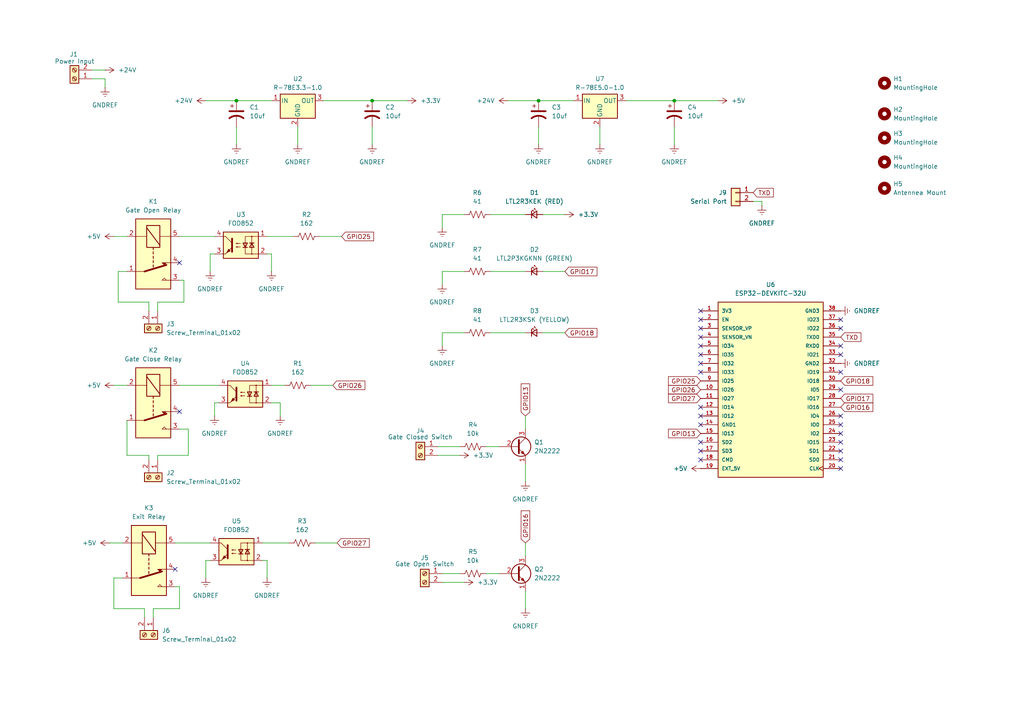
<source format=kicad_sch>
(kicad_sch
	(version 20231120)
	(generator "eeschema")
	(generator_version "8.0")
	(uuid "183a0273-a1c2-4270-9e2b-06ef18f7c3ad")
	(paper "A4")
	(lib_symbols
		(symbol "Connector:Screw_Terminal_01x02"
			(pin_names
				(offset 1.016) hide)
			(exclude_from_sim no)
			(in_bom yes)
			(on_board yes)
			(property "Reference" "J"
				(at 0 2.54 0)
				(effects
					(font
						(size 1.27 1.27)
					)
				)
			)
			(property "Value" "Screw_Terminal_01x02"
				(at 0 -5.08 0)
				(effects
					(font
						(size 1.27 1.27)
					)
				)
			)
			(property "Footprint" ""
				(at 0 0 0)
				(effects
					(font
						(size 1.27 1.27)
					)
					(hide yes)
				)
			)
			(property "Datasheet" "~"
				(at 0 0 0)
				(effects
					(font
						(size 1.27 1.27)
					)
					(hide yes)
				)
			)
			(property "Description" "Generic screw terminal, single row, 01x02, script generated (kicad-library-utils/schlib/autogen/connector/)"
				(at 0 0 0)
				(effects
					(font
						(size 1.27 1.27)
					)
					(hide yes)
				)
			)
			(property "ki_keywords" "screw terminal"
				(at 0 0 0)
				(effects
					(font
						(size 1.27 1.27)
					)
					(hide yes)
				)
			)
			(property "ki_fp_filters" "TerminalBlock*:*"
				(at 0 0 0)
				(effects
					(font
						(size 1.27 1.27)
					)
					(hide yes)
				)
			)
			(symbol "Screw_Terminal_01x02_1_1"
				(rectangle
					(start -1.27 1.27)
					(end 1.27 -3.81)
					(stroke
						(width 0.254)
						(type default)
					)
					(fill
						(type background)
					)
				)
				(circle
					(center 0 -2.54)
					(radius 0.635)
					(stroke
						(width 0.1524)
						(type default)
					)
					(fill
						(type none)
					)
				)
				(polyline
					(pts
						(xy -0.5334 -2.2098) (xy 0.3302 -3.048)
					)
					(stroke
						(width 0.1524)
						(type default)
					)
					(fill
						(type none)
					)
				)
				(polyline
					(pts
						(xy -0.5334 0.3302) (xy 0.3302 -0.508)
					)
					(stroke
						(width 0.1524)
						(type default)
					)
					(fill
						(type none)
					)
				)
				(polyline
					(pts
						(xy -0.3556 -2.032) (xy 0.508 -2.8702)
					)
					(stroke
						(width 0.1524)
						(type default)
					)
					(fill
						(type none)
					)
				)
				(polyline
					(pts
						(xy -0.3556 0.508) (xy 0.508 -0.3302)
					)
					(stroke
						(width 0.1524)
						(type default)
					)
					(fill
						(type none)
					)
				)
				(circle
					(center 0 0)
					(radius 0.635)
					(stroke
						(width 0.1524)
						(type default)
					)
					(fill
						(type none)
					)
				)
				(pin passive line
					(at -5.08 0 0)
					(length 3.81)
					(name "Pin_1"
						(effects
							(font
								(size 1.27 1.27)
							)
						)
					)
					(number "1"
						(effects
							(font
								(size 1.27 1.27)
							)
						)
					)
				)
				(pin passive line
					(at -5.08 -2.54 0)
					(length 3.81)
					(name "Pin_2"
						(effects
							(font
								(size 1.27 1.27)
							)
						)
					)
					(number "2"
						(effects
							(font
								(size 1.27 1.27)
							)
						)
					)
				)
			)
		)
		(symbol "Connector_Generic:Conn_01x02"
			(pin_names
				(offset 1.016) hide)
			(exclude_from_sim no)
			(in_bom yes)
			(on_board yes)
			(property "Reference" "J"
				(at 0 2.54 0)
				(effects
					(font
						(size 1.27 1.27)
					)
				)
			)
			(property "Value" "Conn_01x02"
				(at 0 -5.08 0)
				(effects
					(font
						(size 1.27 1.27)
					)
				)
			)
			(property "Footprint" ""
				(at 0 0 0)
				(effects
					(font
						(size 1.27 1.27)
					)
					(hide yes)
				)
			)
			(property "Datasheet" "~"
				(at 0 0 0)
				(effects
					(font
						(size 1.27 1.27)
					)
					(hide yes)
				)
			)
			(property "Description" "Generic connector, single row, 01x02, script generated (kicad-library-utils/schlib/autogen/connector/)"
				(at 0 0 0)
				(effects
					(font
						(size 1.27 1.27)
					)
					(hide yes)
				)
			)
			(property "ki_keywords" "connector"
				(at 0 0 0)
				(effects
					(font
						(size 1.27 1.27)
					)
					(hide yes)
				)
			)
			(property "ki_fp_filters" "Connector*:*_1x??_*"
				(at 0 0 0)
				(effects
					(font
						(size 1.27 1.27)
					)
					(hide yes)
				)
			)
			(symbol "Conn_01x02_1_1"
				(rectangle
					(start -1.27 -2.413)
					(end 0 -2.667)
					(stroke
						(width 0.1524)
						(type default)
					)
					(fill
						(type none)
					)
				)
				(rectangle
					(start -1.27 0.127)
					(end 0 -0.127)
					(stroke
						(width 0.1524)
						(type default)
					)
					(fill
						(type none)
					)
				)
				(rectangle
					(start -1.27 1.27)
					(end 1.27 -3.81)
					(stroke
						(width 0.254)
						(type default)
					)
					(fill
						(type background)
					)
				)
				(pin passive line
					(at -5.08 0 0)
					(length 3.81)
					(name "Pin_1"
						(effects
							(font
								(size 1.27 1.27)
							)
						)
					)
					(number "1"
						(effects
							(font
								(size 1.27 1.27)
							)
						)
					)
				)
				(pin passive line
					(at -5.08 -2.54 0)
					(length 3.81)
					(name "Pin_2"
						(effects
							(font
								(size 1.27 1.27)
							)
						)
					)
					(number "2"
						(effects
							(font
								(size 1.27 1.27)
							)
						)
					)
				)
			)
		)
		(symbol "Device:C_Polarized_US"
			(pin_numbers hide)
			(pin_names
				(offset 0.254) hide)
			(exclude_from_sim no)
			(in_bom yes)
			(on_board yes)
			(property "Reference" "C"
				(at 0.635 2.54 0)
				(effects
					(font
						(size 1.27 1.27)
					)
					(justify left)
				)
			)
			(property "Value" "C_Polarized_US"
				(at 0.635 -2.54 0)
				(effects
					(font
						(size 1.27 1.27)
					)
					(justify left)
				)
			)
			(property "Footprint" ""
				(at 0 0 0)
				(effects
					(font
						(size 1.27 1.27)
					)
					(hide yes)
				)
			)
			(property "Datasheet" "~"
				(at 0 0 0)
				(effects
					(font
						(size 1.27 1.27)
					)
					(hide yes)
				)
			)
			(property "Description" "Polarized capacitor, US symbol"
				(at 0 0 0)
				(effects
					(font
						(size 1.27 1.27)
					)
					(hide yes)
				)
			)
			(property "ki_keywords" "cap capacitor"
				(at 0 0 0)
				(effects
					(font
						(size 1.27 1.27)
					)
					(hide yes)
				)
			)
			(property "ki_fp_filters" "CP_*"
				(at 0 0 0)
				(effects
					(font
						(size 1.27 1.27)
					)
					(hide yes)
				)
			)
			(symbol "C_Polarized_US_0_1"
				(polyline
					(pts
						(xy -2.032 0.762) (xy 2.032 0.762)
					)
					(stroke
						(width 0.508)
						(type default)
					)
					(fill
						(type none)
					)
				)
				(polyline
					(pts
						(xy -1.778 2.286) (xy -0.762 2.286)
					)
					(stroke
						(width 0)
						(type default)
					)
					(fill
						(type none)
					)
				)
				(polyline
					(pts
						(xy -1.27 1.778) (xy -1.27 2.794)
					)
					(stroke
						(width 0)
						(type default)
					)
					(fill
						(type none)
					)
				)
				(arc
					(start 2.032 -1.27)
					(mid 0 -0.5572)
					(end -2.032 -1.27)
					(stroke
						(width 0.508)
						(type default)
					)
					(fill
						(type none)
					)
				)
			)
			(symbol "C_Polarized_US_1_1"
				(pin passive line
					(at 0 3.81 270)
					(length 2.794)
					(name "~"
						(effects
							(font
								(size 1.27 1.27)
							)
						)
					)
					(number "1"
						(effects
							(font
								(size 1.27 1.27)
							)
						)
					)
				)
				(pin passive line
					(at 0 -3.81 90)
					(length 3.302)
					(name "~"
						(effects
							(font
								(size 1.27 1.27)
							)
						)
					)
					(number "2"
						(effects
							(font
								(size 1.27 1.27)
							)
						)
					)
				)
			)
		)
		(symbol "Device:LED_Small"
			(pin_numbers hide)
			(pin_names
				(offset 0.254) hide)
			(exclude_from_sim no)
			(in_bom yes)
			(on_board yes)
			(property "Reference" "D"
				(at -1.27 3.175 0)
				(effects
					(font
						(size 1.27 1.27)
					)
					(justify left)
				)
			)
			(property "Value" "LED_Small"
				(at -4.445 -2.54 0)
				(effects
					(font
						(size 1.27 1.27)
					)
					(justify left)
				)
			)
			(property "Footprint" ""
				(at 0 0 90)
				(effects
					(font
						(size 1.27 1.27)
					)
					(hide yes)
				)
			)
			(property "Datasheet" "~"
				(at 0 0 90)
				(effects
					(font
						(size 1.27 1.27)
					)
					(hide yes)
				)
			)
			(property "Description" "Light emitting diode, small symbol"
				(at 0 0 0)
				(effects
					(font
						(size 1.27 1.27)
					)
					(hide yes)
				)
			)
			(property "ki_keywords" "LED diode light-emitting-diode"
				(at 0 0 0)
				(effects
					(font
						(size 1.27 1.27)
					)
					(hide yes)
				)
			)
			(property "ki_fp_filters" "LED* LED_SMD:* LED_THT:*"
				(at 0 0 0)
				(effects
					(font
						(size 1.27 1.27)
					)
					(hide yes)
				)
			)
			(symbol "LED_Small_0_1"
				(polyline
					(pts
						(xy -0.762 -1.016) (xy -0.762 1.016)
					)
					(stroke
						(width 0.254)
						(type default)
					)
					(fill
						(type none)
					)
				)
				(polyline
					(pts
						(xy 1.016 0) (xy -0.762 0)
					)
					(stroke
						(width 0)
						(type default)
					)
					(fill
						(type none)
					)
				)
				(polyline
					(pts
						(xy 0.762 -1.016) (xy -0.762 0) (xy 0.762 1.016) (xy 0.762 -1.016)
					)
					(stroke
						(width 0.254)
						(type default)
					)
					(fill
						(type none)
					)
				)
				(polyline
					(pts
						(xy 0 0.762) (xy -0.508 1.27) (xy -0.254 1.27) (xy -0.508 1.27) (xy -0.508 1.016)
					)
					(stroke
						(width 0)
						(type default)
					)
					(fill
						(type none)
					)
				)
				(polyline
					(pts
						(xy 0.508 1.27) (xy 0 1.778) (xy 0.254 1.778) (xy 0 1.778) (xy 0 1.524)
					)
					(stroke
						(width 0)
						(type default)
					)
					(fill
						(type none)
					)
				)
			)
			(symbol "LED_Small_1_1"
				(pin passive line
					(at -2.54 0 0)
					(length 1.778)
					(name "K"
						(effects
							(font
								(size 1.27 1.27)
							)
						)
					)
					(number "1"
						(effects
							(font
								(size 1.27 1.27)
							)
						)
					)
				)
				(pin passive line
					(at 2.54 0 180)
					(length 1.778)
					(name "A"
						(effects
							(font
								(size 1.27 1.27)
							)
						)
					)
					(number "2"
						(effects
							(font
								(size 1.27 1.27)
							)
						)
					)
				)
			)
		)
		(symbol "Device:R_US"
			(pin_numbers hide)
			(pin_names
				(offset 0)
			)
			(exclude_from_sim no)
			(in_bom yes)
			(on_board yes)
			(property "Reference" "R"
				(at 2.54 0 90)
				(effects
					(font
						(size 1.27 1.27)
					)
				)
			)
			(property "Value" "R_US"
				(at -2.54 0 90)
				(effects
					(font
						(size 1.27 1.27)
					)
				)
			)
			(property "Footprint" ""
				(at 1.016 -0.254 90)
				(effects
					(font
						(size 1.27 1.27)
					)
					(hide yes)
				)
			)
			(property "Datasheet" "~"
				(at 0 0 0)
				(effects
					(font
						(size 1.27 1.27)
					)
					(hide yes)
				)
			)
			(property "Description" "Resistor, US symbol"
				(at 0 0 0)
				(effects
					(font
						(size 1.27 1.27)
					)
					(hide yes)
				)
			)
			(property "ki_keywords" "R res resistor"
				(at 0 0 0)
				(effects
					(font
						(size 1.27 1.27)
					)
					(hide yes)
				)
			)
			(property "ki_fp_filters" "R_*"
				(at 0 0 0)
				(effects
					(font
						(size 1.27 1.27)
					)
					(hide yes)
				)
			)
			(symbol "R_US_0_1"
				(polyline
					(pts
						(xy 0 -2.286) (xy 0 -2.54)
					)
					(stroke
						(width 0)
						(type default)
					)
					(fill
						(type none)
					)
				)
				(polyline
					(pts
						(xy 0 2.286) (xy 0 2.54)
					)
					(stroke
						(width 0)
						(type default)
					)
					(fill
						(type none)
					)
				)
				(polyline
					(pts
						(xy 0 -0.762) (xy 1.016 -1.143) (xy 0 -1.524) (xy -1.016 -1.905) (xy 0 -2.286)
					)
					(stroke
						(width 0)
						(type default)
					)
					(fill
						(type none)
					)
				)
				(polyline
					(pts
						(xy 0 0.762) (xy 1.016 0.381) (xy 0 0) (xy -1.016 -0.381) (xy 0 -0.762)
					)
					(stroke
						(width 0)
						(type default)
					)
					(fill
						(type none)
					)
				)
				(polyline
					(pts
						(xy 0 2.286) (xy 1.016 1.905) (xy 0 1.524) (xy -1.016 1.143) (xy 0 0.762)
					)
					(stroke
						(width 0)
						(type default)
					)
					(fill
						(type none)
					)
				)
			)
			(symbol "R_US_1_1"
				(pin passive line
					(at 0 3.81 270)
					(length 1.27)
					(name "~"
						(effects
							(font
								(size 1.27 1.27)
							)
						)
					)
					(number "1"
						(effects
							(font
								(size 1.27 1.27)
							)
						)
					)
				)
				(pin passive line
					(at 0 -3.81 90)
					(length 1.27)
					(name "~"
						(effects
							(font
								(size 1.27 1.27)
							)
						)
					)
					(number "2"
						(effects
							(font
								(size 1.27 1.27)
							)
						)
					)
				)
			)
		)
		(symbol "Isolator:FODM214"
			(exclude_from_sim no)
			(in_bom yes)
			(on_board yes)
			(property "Reference" "U"
				(at -5.08 5.08 0)
				(effects
					(font
						(size 1.27 1.27)
					)
					(justify left)
				)
			)
			(property "Value" "FODM214"
				(at 0 5.08 0)
				(effects
					(font
						(size 1.27 1.27)
					)
					(justify left)
				)
			)
			(property "Footprint" "Package_SO:SOP-4_4.4x2.6mm_P1.27mm"
				(at 0 -6.35 0)
				(effects
					(font
						(size 1.27 1.27)
						(italic yes)
					)
					(hide yes)
				)
			)
			(property "Datasheet" "https://www.onsemi.com/pub/Collateral/FODM214-D.PDF"
				(at 0.635 0 0)
				(effects
					(font
						(size 1.27 1.27)
					)
					(justify left)
					(hide yes)
				)
			)
			(property "Description" "AC/DC Optocoupler, Vce 80V, CTR 20-400%, SOP-4"
				(at 0 0 0)
				(effects
					(font
						(size 1.27 1.27)
					)
					(hide yes)
				)
			)
			(property "ki_keywords" "AC DC Phototransistor Optocoupler"
				(at 0 0 0)
				(effects
					(font
						(size 1.27 1.27)
					)
					(hide yes)
				)
			)
			(property "ki_fp_filters" "SOP*4.4x2.6mm*P1.27mm*"
				(at 0 0 0)
				(effects
					(font
						(size 1.27 1.27)
					)
					(hide yes)
				)
			)
			(symbol "FODM214_0_1"
				(rectangle
					(start -5.08 3.81)
					(end 5.08 -3.81)
					(stroke
						(width 0.254)
						(type default)
					)
					(fill
						(type background)
					)
				)
				(circle
					(center -3.175 -2.54)
					(radius 0.127)
					(stroke
						(width 0)
						(type default)
					)
					(fill
						(type none)
					)
				)
				(circle
					(center -3.175 2.54)
					(radius 0.127)
					(stroke
						(width 0)
						(type default)
					)
					(fill
						(type none)
					)
				)
				(polyline
					(pts
						(xy -3.81 0.635) (xy -2.54 0.635)
					)
					(stroke
						(width 0.254)
						(type default)
					)
					(fill
						(type none)
					)
				)
				(polyline
					(pts
						(xy -3.175 -0.635) (xy -3.175 -2.54)
					)
					(stroke
						(width 0)
						(type default)
					)
					(fill
						(type none)
					)
				)
				(polyline
					(pts
						(xy -3.175 -0.635) (xy -3.175 2.54)
					)
					(stroke
						(width 0)
						(type default)
					)
					(fill
						(type none)
					)
				)
				(polyline
					(pts
						(xy -1.905 -0.635) (xy -0.635 -0.635)
					)
					(stroke
						(width 0.254)
						(type default)
					)
					(fill
						(type none)
					)
				)
				(polyline
					(pts
						(xy 2.54 0.635) (xy 4.445 2.54)
					)
					(stroke
						(width 0)
						(type default)
					)
					(fill
						(type none)
					)
				)
				(polyline
					(pts
						(xy 4.445 -2.54) (xy 2.54 -0.635)
					)
					(stroke
						(width 0)
						(type default)
					)
					(fill
						(type outline)
					)
				)
				(polyline
					(pts
						(xy 4.445 -2.54) (xy 5.08 -2.54)
					)
					(stroke
						(width 0)
						(type default)
					)
					(fill
						(type none)
					)
				)
				(polyline
					(pts
						(xy 4.445 2.54) (xy 5.08 2.54)
					)
					(stroke
						(width 0)
						(type default)
					)
					(fill
						(type none)
					)
				)
				(polyline
					(pts
						(xy -5.08 2.54) (xy -1.27 2.54) (xy -1.27 -0.635)
					)
					(stroke
						(width 0)
						(type default)
					)
					(fill
						(type none)
					)
				)
				(polyline
					(pts
						(xy -1.27 -0.635) (xy -1.27 -2.54) (xy -5.08 -2.54)
					)
					(stroke
						(width 0)
						(type default)
					)
					(fill
						(type none)
					)
				)
				(polyline
					(pts
						(xy 2.54 1.905) (xy 2.54 -1.905) (xy 2.54 -1.905)
					)
					(stroke
						(width 0.508)
						(type default)
					)
					(fill
						(type none)
					)
				)
				(polyline
					(pts
						(xy -3.175 0.635) (xy -3.81 -0.635) (xy -2.54 -0.635) (xy -3.175 0.635)
					)
					(stroke
						(width 0.254)
						(type default)
					)
					(fill
						(type none)
					)
				)
				(polyline
					(pts
						(xy -1.27 -0.635) (xy -1.905 0.635) (xy -0.635 0.635) (xy -1.27 -0.635)
					)
					(stroke
						(width 0.254)
						(type default)
					)
					(fill
						(type none)
					)
				)
				(polyline
					(pts
						(xy 0.127 -0.508) (xy 1.397 -0.508) (xy 1.016 -0.635) (xy 1.016 -0.381) (xy 1.397 -0.508)
					)
					(stroke
						(width 0)
						(type default)
					)
					(fill
						(type none)
					)
				)
				(polyline
					(pts
						(xy 0.127 0.508) (xy 1.397 0.508) (xy 1.016 0.381) (xy 1.016 0.635) (xy 1.397 0.508)
					)
					(stroke
						(width 0)
						(type default)
					)
					(fill
						(type none)
					)
				)
				(polyline
					(pts
						(xy 3.048 -1.651) (xy 3.556 -1.143) (xy 4.064 -2.159) (xy 3.048 -1.651) (xy 3.048 -1.651)
					)
					(stroke
						(width 0)
						(type default)
					)
					(fill
						(type outline)
					)
				)
			)
			(symbol "FODM214_1_1"
				(pin passive line
					(at -7.62 2.54 0)
					(length 2.54)
					(name "~"
						(effects
							(font
								(size 1.27 1.27)
							)
						)
					)
					(number "1"
						(effects
							(font
								(size 1.27 1.27)
							)
						)
					)
				)
				(pin passive line
					(at -7.62 -2.54 0)
					(length 2.54)
					(name "~"
						(effects
							(font
								(size 1.27 1.27)
							)
						)
					)
					(number "2"
						(effects
							(font
								(size 1.27 1.27)
							)
						)
					)
				)
				(pin passive line
					(at 7.62 -2.54 180)
					(length 2.54)
					(name "~"
						(effects
							(font
								(size 1.27 1.27)
							)
						)
					)
					(number "3"
						(effects
							(font
								(size 1.27 1.27)
							)
						)
					)
				)
				(pin passive line
					(at 7.62 2.54 180)
					(length 2.54)
					(name "~"
						(effects
							(font
								(size 1.27 1.27)
							)
						)
					)
					(number "4"
						(effects
							(font
								(size 1.27 1.27)
							)
						)
					)
				)
			)
		)
		(symbol "Mechanical:MountingHole"
			(pin_names
				(offset 1.016)
			)
			(exclude_from_sim no)
			(in_bom yes)
			(on_board yes)
			(property "Reference" "H"
				(at 0 5.08 0)
				(effects
					(font
						(size 1.27 1.27)
					)
				)
			)
			(property "Value" "MountingHole"
				(at 0 3.175 0)
				(effects
					(font
						(size 1.27 1.27)
					)
				)
			)
			(property "Footprint" ""
				(at 0 0 0)
				(effects
					(font
						(size 1.27 1.27)
					)
					(hide yes)
				)
			)
			(property "Datasheet" "~"
				(at 0 0 0)
				(effects
					(font
						(size 1.27 1.27)
					)
					(hide yes)
				)
			)
			(property "Description" "Mounting Hole without connection"
				(at 0 0 0)
				(effects
					(font
						(size 1.27 1.27)
					)
					(hide yes)
				)
			)
			(property "ki_keywords" "mounting hole"
				(at 0 0 0)
				(effects
					(font
						(size 1.27 1.27)
					)
					(hide yes)
				)
			)
			(property "ki_fp_filters" "MountingHole*"
				(at 0 0 0)
				(effects
					(font
						(size 1.27 1.27)
					)
					(hide yes)
				)
			)
			(symbol "MountingHole_0_1"
				(circle
					(center 0 0)
					(radius 1.27)
					(stroke
						(width 1.27)
						(type default)
					)
					(fill
						(type none)
					)
				)
			)
		)
		(symbol "Regulator_Switching:R-78E3.3-1.0"
			(pin_names
				(offset 0.254)
			)
			(exclude_from_sim no)
			(in_bom yes)
			(on_board yes)
			(property "Reference" "U"
				(at -3.81 3.175 0)
				(effects
					(font
						(size 1.27 1.27)
					)
				)
			)
			(property "Value" "R-78E3.3-1.0"
				(at 0 3.175 0)
				(effects
					(font
						(size 1.27 1.27)
					)
					(justify left)
				)
			)
			(property "Footprint" "Converter_DCDC:Converter_DCDC_RECOM_R-78E-0.5_THT"
				(at 1.27 -6.35 0)
				(effects
					(font
						(size 1.27 1.27)
						(italic yes)
					)
					(justify left)
					(hide yes)
				)
			)
			(property "Datasheet" "https://www.recom-power.com/pdf/Innoline/R-78Exx-1.0.pdf"
				(at 0 0 0)
				(effects
					(font
						(size 1.27 1.27)
					)
					(hide yes)
				)
			)
			(property "Description" "1A Step-Down DC/DC-Regulator, 6-28V input, 3.3V fixed Output Voltage, LM78xx replacement, -40°C to +85°C, SIP3"
				(at 0 0 0)
				(effects
					(font
						(size 1.27 1.27)
					)
					(hide yes)
				)
			)
			(property "ki_keywords" "dc-dc recom Step-Down DC/DC-Regulator"
				(at 0 0 0)
				(effects
					(font
						(size 1.27 1.27)
					)
					(hide yes)
				)
			)
			(property "ki_fp_filters" "Converter*DCDC*RECOM*R*78E*0.5*"
				(at 0 0 0)
				(effects
					(font
						(size 1.27 1.27)
					)
					(hide yes)
				)
			)
			(symbol "R-78E3.3-1.0_0_1"
				(rectangle
					(start -5.08 1.905)
					(end 5.08 -5.08)
					(stroke
						(width 0.254)
						(type default)
					)
					(fill
						(type background)
					)
				)
			)
			(symbol "R-78E3.3-1.0_1_1"
				(pin power_in line
					(at -7.62 0 0)
					(length 2.54)
					(name "IN"
						(effects
							(font
								(size 1.27 1.27)
							)
						)
					)
					(number "1"
						(effects
							(font
								(size 1.27 1.27)
							)
						)
					)
				)
				(pin power_in line
					(at 0 -7.62 90)
					(length 2.54)
					(name "GND"
						(effects
							(font
								(size 1.27 1.27)
							)
						)
					)
					(number "2"
						(effects
							(font
								(size 1.27 1.27)
							)
						)
					)
				)
				(pin power_out line
					(at 7.62 0 180)
					(length 2.54)
					(name "OUT"
						(effects
							(font
								(size 1.27 1.27)
							)
						)
					)
					(number "3"
						(effects
							(font
								(size 1.27 1.27)
							)
						)
					)
				)
			)
		)
		(symbol "Regulator_Switching:R-78E5.0-1.0"
			(pin_names
				(offset 0.254)
			)
			(exclude_from_sim no)
			(in_bom yes)
			(on_board yes)
			(property "Reference" "U"
				(at -3.81 3.175 0)
				(effects
					(font
						(size 1.27 1.27)
					)
				)
			)
			(property "Value" "R-78E5.0-1.0"
				(at 0 3.175 0)
				(effects
					(font
						(size 1.27 1.27)
					)
					(justify left)
				)
			)
			(property "Footprint" "Converter_DCDC:Converter_DCDC_RECOM_R-78E-0.5_THT"
				(at 1.27 -6.35 0)
				(effects
					(font
						(size 1.27 1.27)
						(italic yes)
					)
					(justify left)
					(hide yes)
				)
			)
			(property "Datasheet" "https://www.recom-power.com/pdf/Innoline/R-78Exx-1.0.pdf"
				(at 0 0 0)
				(effects
					(font
						(size 1.27 1.27)
					)
					(hide yes)
				)
			)
			(property "Description" "1A Step-Down DC/DC-Regulator, 7-28V input, 5V fixed Output Voltage, LM78xx replacement, -40°C to +85°C, SIP3"
				(at 0 0 0)
				(effects
					(font
						(size 1.27 1.27)
					)
					(hide yes)
				)
			)
			(property "ki_keywords" "dc-dc recom Step-Down DC/DC-Regulator"
				(at 0 0 0)
				(effects
					(font
						(size 1.27 1.27)
					)
					(hide yes)
				)
			)
			(property "ki_fp_filters" "Converter*DCDC*RECOM*R*78E*0.5*"
				(at 0 0 0)
				(effects
					(font
						(size 1.27 1.27)
					)
					(hide yes)
				)
			)
			(symbol "R-78E5.0-1.0_0_1"
				(rectangle
					(start -5.08 1.905)
					(end 5.08 -5.08)
					(stroke
						(width 0.254)
						(type default)
					)
					(fill
						(type background)
					)
				)
			)
			(symbol "R-78E5.0-1.0_1_1"
				(pin power_in line
					(at -7.62 0 0)
					(length 2.54)
					(name "IN"
						(effects
							(font
								(size 1.27 1.27)
							)
						)
					)
					(number "1"
						(effects
							(font
								(size 1.27 1.27)
							)
						)
					)
				)
				(pin power_in line
					(at 0 -7.62 90)
					(length 2.54)
					(name "GND"
						(effects
							(font
								(size 1.27 1.27)
							)
						)
					)
					(number "2"
						(effects
							(font
								(size 1.27 1.27)
							)
						)
					)
				)
				(pin power_out line
					(at 7.62 0 180)
					(length 2.54)
					(name "OUT"
						(effects
							(font
								(size 1.27 1.27)
							)
						)
					)
					(number "3"
						(effects
							(font
								(size 1.27 1.27)
							)
						)
					)
				)
			)
		)
		(symbol "Relay:G5LE-1"
			(exclude_from_sim no)
			(in_bom yes)
			(on_board yes)
			(property "Reference" "K"
				(at 11.43 3.81 0)
				(effects
					(font
						(size 1.27 1.27)
					)
					(justify left)
				)
			)
			(property "Value" "G5LE-1"
				(at 11.43 1.27 0)
				(effects
					(font
						(size 1.27 1.27)
					)
					(justify left)
				)
			)
			(property "Footprint" "Relay_THT:Relay_SPDT_Omron-G5LE-1"
				(at 11.43 -1.27 0)
				(effects
					(font
						(size 1.27 1.27)
					)
					(justify left)
					(hide yes)
				)
			)
			(property "Datasheet" "http://www.omron.com/ecb/products/pdf/en-g5le.pdf"
				(at 0 0 0)
				(effects
					(font
						(size 1.27 1.27)
					)
					(hide yes)
				)
			)
			(property "Description" "Omron G5LE relay, Miniature Single Pole, SPDT, 10A"
				(at 0 0 0)
				(effects
					(font
						(size 1.27 1.27)
					)
					(hide yes)
				)
			)
			(property "ki_keywords" "Miniature Single Pole Relay"
				(at 0 0 0)
				(effects
					(font
						(size 1.27 1.27)
					)
					(hide yes)
				)
			)
			(property "ki_fp_filters" "Relay*SPDT*Omron*G5LE?1*"
				(at 0 0 0)
				(effects
					(font
						(size 1.27 1.27)
					)
					(hide yes)
				)
			)
			(symbol "G5LE-1_0_0"
				(polyline
					(pts
						(xy 7.62 5.08) (xy 7.62 2.54) (xy 6.985 3.175) (xy 7.62 3.81)
					)
					(stroke
						(width 0)
						(type default)
					)
					(fill
						(type none)
					)
				)
			)
			(symbol "G5LE-1_0_1"
				(rectangle
					(start -10.16 5.08)
					(end 10.16 -5.08)
					(stroke
						(width 0.254)
						(type default)
					)
					(fill
						(type background)
					)
				)
				(rectangle
					(start -8.255 1.905)
					(end -1.905 -1.905)
					(stroke
						(width 0.254)
						(type default)
					)
					(fill
						(type none)
					)
				)
				(polyline
					(pts
						(xy -7.62 -1.905) (xy -2.54 1.905)
					)
					(stroke
						(width 0.254)
						(type default)
					)
					(fill
						(type none)
					)
				)
				(polyline
					(pts
						(xy -5.08 -5.08) (xy -5.08 -1.905)
					)
					(stroke
						(width 0)
						(type default)
					)
					(fill
						(type none)
					)
				)
				(polyline
					(pts
						(xy -5.08 5.08) (xy -5.08 1.905)
					)
					(stroke
						(width 0)
						(type default)
					)
					(fill
						(type none)
					)
				)
				(polyline
					(pts
						(xy -1.905 0) (xy -1.27 0)
					)
					(stroke
						(width 0.254)
						(type default)
					)
					(fill
						(type none)
					)
				)
				(polyline
					(pts
						(xy -0.635 0) (xy 0 0)
					)
					(stroke
						(width 0.254)
						(type default)
					)
					(fill
						(type none)
					)
				)
				(polyline
					(pts
						(xy 0.635 0) (xy 1.27 0)
					)
					(stroke
						(width 0.254)
						(type default)
					)
					(fill
						(type none)
					)
				)
				(polyline
					(pts
						(xy 1.905 0) (xy 2.54 0)
					)
					(stroke
						(width 0.254)
						(type default)
					)
					(fill
						(type none)
					)
				)
				(polyline
					(pts
						(xy 3.175 0) (xy 3.81 0)
					)
					(stroke
						(width 0.254)
						(type default)
					)
					(fill
						(type none)
					)
				)
				(polyline
					(pts
						(xy 5.08 -2.54) (xy 3.175 3.81)
					)
					(stroke
						(width 0.508)
						(type default)
					)
					(fill
						(type none)
					)
				)
				(polyline
					(pts
						(xy 5.08 -2.54) (xy 5.08 -5.08)
					)
					(stroke
						(width 0)
						(type default)
					)
					(fill
						(type none)
					)
				)
				(polyline
					(pts
						(xy 2.54 5.08) (xy 2.54 2.54) (xy 3.175 3.175) (xy 2.54 3.81)
					)
					(stroke
						(width 0)
						(type default)
					)
					(fill
						(type outline)
					)
				)
			)
			(symbol "G5LE-1_1_1"
				(pin passive line
					(at 5.08 -7.62 90)
					(length 2.54)
					(name "~"
						(effects
							(font
								(size 1.27 1.27)
							)
						)
					)
					(number "1"
						(effects
							(font
								(size 1.27 1.27)
							)
						)
					)
				)
				(pin passive line
					(at -5.08 -7.62 90)
					(length 2.54)
					(name "~"
						(effects
							(font
								(size 1.27 1.27)
							)
						)
					)
					(number "2"
						(effects
							(font
								(size 1.27 1.27)
							)
						)
					)
				)
				(pin passive line
					(at 7.62 7.62 270)
					(length 2.54)
					(name "~"
						(effects
							(font
								(size 1.27 1.27)
							)
						)
					)
					(number "3"
						(effects
							(font
								(size 1.27 1.27)
							)
						)
					)
				)
				(pin passive line
					(at 2.54 7.62 270)
					(length 2.54)
					(name "~"
						(effects
							(font
								(size 1.27 1.27)
							)
						)
					)
					(number "4"
						(effects
							(font
								(size 1.27 1.27)
							)
						)
					)
				)
				(pin passive line
					(at -5.08 7.62 270)
					(length 2.54)
					(name "~"
						(effects
							(font
								(size 1.27 1.27)
							)
						)
					)
					(number "5"
						(effects
							(font
								(size 1.27 1.27)
							)
						)
					)
				)
			)
		)
		(symbol "Transistor_BJT:2N2219"
			(pin_names
				(offset 0) hide)
			(exclude_from_sim no)
			(in_bom yes)
			(on_board yes)
			(property "Reference" "Q"
				(at 5.08 1.905 0)
				(effects
					(font
						(size 1.27 1.27)
					)
					(justify left)
				)
			)
			(property "Value" "2N2219"
				(at 5.08 0 0)
				(effects
					(font
						(size 1.27 1.27)
					)
					(justify left)
				)
			)
			(property "Footprint" "Package_TO_SOT_THT:TO-39-3"
				(at 5.08 -1.905 0)
				(effects
					(font
						(size 1.27 1.27)
						(italic yes)
					)
					(justify left)
					(hide yes)
				)
			)
			(property "Datasheet" "http://www.onsemi.com/pub_link/Collateral/2N2219-D.PDF"
				(at 0 0 0)
				(effects
					(font
						(size 1.27 1.27)
					)
					(justify left)
					(hide yes)
				)
			)
			(property "Description" "800mA Ic, 50V Vce, NPN Transistor, TO-39"
				(at 0 0 0)
				(effects
					(font
						(size 1.27 1.27)
					)
					(hide yes)
				)
			)
			(property "ki_keywords" "NPN Transistor"
				(at 0 0 0)
				(effects
					(font
						(size 1.27 1.27)
					)
					(hide yes)
				)
			)
			(property "ki_fp_filters" "TO?39*"
				(at 0 0 0)
				(effects
					(font
						(size 1.27 1.27)
					)
					(hide yes)
				)
			)
			(symbol "2N2219_0_1"
				(polyline
					(pts
						(xy 0.635 0.635) (xy 2.54 2.54)
					)
					(stroke
						(width 0)
						(type default)
					)
					(fill
						(type none)
					)
				)
				(polyline
					(pts
						(xy 0.635 -0.635) (xy 2.54 -2.54) (xy 2.54 -2.54)
					)
					(stroke
						(width 0)
						(type default)
					)
					(fill
						(type none)
					)
				)
				(polyline
					(pts
						(xy 0.635 1.905) (xy 0.635 -1.905) (xy 0.635 -1.905)
					)
					(stroke
						(width 0.508)
						(type default)
					)
					(fill
						(type none)
					)
				)
				(polyline
					(pts
						(xy 1.27 -1.778) (xy 1.778 -1.27) (xy 2.286 -2.286) (xy 1.27 -1.778) (xy 1.27 -1.778)
					)
					(stroke
						(width 0)
						(type default)
					)
					(fill
						(type outline)
					)
				)
				(circle
					(center 1.27 0)
					(radius 2.8194)
					(stroke
						(width 0.254)
						(type default)
					)
					(fill
						(type none)
					)
				)
			)
			(symbol "2N2219_1_1"
				(pin passive line
					(at 2.54 -5.08 90)
					(length 2.54)
					(name "E"
						(effects
							(font
								(size 1.27 1.27)
							)
						)
					)
					(number "1"
						(effects
							(font
								(size 1.27 1.27)
							)
						)
					)
				)
				(pin passive line
					(at -5.08 0 0)
					(length 5.715)
					(name "B"
						(effects
							(font
								(size 1.27 1.27)
							)
						)
					)
					(number "2"
						(effects
							(font
								(size 1.27 1.27)
							)
						)
					)
				)
				(pin passive line
					(at 2.54 5.08 270)
					(length 2.54)
					(name "C"
						(effects
							(font
								(size 1.27 1.27)
							)
						)
					)
					(number "3"
						(effects
							(font
								(size 1.27 1.27)
							)
						)
					)
				)
			)
		)
		(symbol "custom:ESP32-DEVKITC-32U"
			(pin_names
				(offset 1.016)
			)
			(exclude_from_sim no)
			(in_bom yes)
			(on_board yes)
			(property "Reference" "U"
				(at -15.2572 26.0643 0)
				(effects
					(font
						(size 1.27 1.27)
					)
					(justify left bottom)
				)
			)
			(property "Value" "ESP32-DEVKITC-32U"
				(at -15.2563 -27.9698 0)
				(effects
					(font
						(size 1.27 1.27)
					)
					(justify left bottom)
				)
			)
			(property "Footprint" "custom:ESP32-DEVKITC-32U"
				(at 0 0 0)
				(effects
					(font
						(size 1.27 1.27)
					)
					(justify bottom)
					(hide yes)
				)
			)
			(property "Datasheet" ""
				(at 0 0 0)
				(effects
					(font
						(size 1.27 1.27)
					)
					(hide yes)
				)
			)
			(property "Description" ""
				(at 0 0 0)
				(effects
					(font
						(size 1.27 1.27)
					)
					(hide yes)
				)
			)
			(symbol "ESP32-DEVKITC-32U_0_0"
				(rectangle
					(start -15.24 -25.4)
					(end 15.24 25.4)
					(stroke
						(width 0.254)
						(type default)
					)
					(fill
						(type background)
					)
				)
				(pin power_in line
					(at -20.32 22.86 0)
					(length 5.08)
					(name "3V3"
						(effects
							(font
								(size 1.016 1.016)
							)
						)
					)
					(number "1"
						(effects
							(font
								(size 1.016 1.016)
							)
						)
					)
				)
				(pin bidirectional line
					(at -20.32 0 0)
					(length 5.08)
					(name "IO26"
						(effects
							(font
								(size 1.016 1.016)
							)
						)
					)
					(number "10"
						(effects
							(font
								(size 1.016 1.016)
							)
						)
					)
				)
				(pin bidirectional line
					(at -20.32 -2.54 0)
					(length 5.08)
					(name "IO27"
						(effects
							(font
								(size 1.016 1.016)
							)
						)
					)
					(number "11"
						(effects
							(font
								(size 1.016 1.016)
							)
						)
					)
				)
				(pin bidirectional line
					(at -20.32 -5.08 0)
					(length 5.08)
					(name "IO14"
						(effects
							(font
								(size 1.016 1.016)
							)
						)
					)
					(number "12"
						(effects
							(font
								(size 1.016 1.016)
							)
						)
					)
				)
				(pin bidirectional line
					(at -20.32 -7.62 0)
					(length 5.08)
					(name "IO12"
						(effects
							(font
								(size 1.016 1.016)
							)
						)
					)
					(number "13"
						(effects
							(font
								(size 1.016 1.016)
							)
						)
					)
				)
				(pin power_in line
					(at -20.32 -10.16 0)
					(length 5.08)
					(name "GND1"
						(effects
							(font
								(size 1.016 1.016)
							)
						)
					)
					(number "14"
						(effects
							(font
								(size 1.016 1.016)
							)
						)
					)
				)
				(pin bidirectional line
					(at -20.32 -12.7 0)
					(length 5.08)
					(name "IO13"
						(effects
							(font
								(size 1.016 1.016)
							)
						)
					)
					(number "15"
						(effects
							(font
								(size 1.016 1.016)
							)
						)
					)
				)
				(pin bidirectional line
					(at -20.32 -15.24 0)
					(length 5.08)
					(name "SD2"
						(effects
							(font
								(size 1.016 1.016)
							)
						)
					)
					(number "16"
						(effects
							(font
								(size 1.016 1.016)
							)
						)
					)
				)
				(pin bidirectional line
					(at -20.32 -17.78 0)
					(length 5.08)
					(name "SD3"
						(effects
							(font
								(size 1.016 1.016)
							)
						)
					)
					(number "17"
						(effects
							(font
								(size 1.016 1.016)
							)
						)
					)
				)
				(pin bidirectional line
					(at -20.32 -20.32 0)
					(length 5.08)
					(name "CMD"
						(effects
							(font
								(size 1.016 1.016)
							)
						)
					)
					(number "18"
						(effects
							(font
								(size 1.016 1.016)
							)
						)
					)
				)
				(pin power_in line
					(at -20.32 -22.86 0)
					(length 5.08)
					(name "EXT_5V"
						(effects
							(font
								(size 1.016 1.016)
							)
						)
					)
					(number "19"
						(effects
							(font
								(size 1.016 1.016)
							)
						)
					)
				)
				(pin input line
					(at -20.32 20.32 0)
					(length 5.08)
					(name "EN"
						(effects
							(font
								(size 1.016 1.016)
							)
						)
					)
					(number "2"
						(effects
							(font
								(size 1.016 1.016)
							)
						)
					)
				)
				(pin input clock
					(at 20.32 -22.86 180)
					(length 5.08)
					(name "CLK"
						(effects
							(font
								(size 1.016 1.016)
							)
						)
					)
					(number "20"
						(effects
							(font
								(size 1.016 1.016)
							)
						)
					)
				)
				(pin bidirectional line
					(at 20.32 -20.32 180)
					(length 5.08)
					(name "SD0"
						(effects
							(font
								(size 1.016 1.016)
							)
						)
					)
					(number "21"
						(effects
							(font
								(size 1.016 1.016)
							)
						)
					)
				)
				(pin bidirectional line
					(at 20.32 -17.78 180)
					(length 5.08)
					(name "SD1"
						(effects
							(font
								(size 1.016 1.016)
							)
						)
					)
					(number "22"
						(effects
							(font
								(size 1.016 1.016)
							)
						)
					)
				)
				(pin bidirectional line
					(at 20.32 -15.24 180)
					(length 5.08)
					(name "IO15"
						(effects
							(font
								(size 1.016 1.016)
							)
						)
					)
					(number "23"
						(effects
							(font
								(size 1.016 1.016)
							)
						)
					)
				)
				(pin bidirectional line
					(at 20.32 -12.7 180)
					(length 5.08)
					(name "IO2"
						(effects
							(font
								(size 1.016 1.016)
							)
						)
					)
					(number "24"
						(effects
							(font
								(size 1.016 1.016)
							)
						)
					)
				)
				(pin bidirectional line
					(at 20.32 -10.16 180)
					(length 5.08)
					(name "IO0"
						(effects
							(font
								(size 1.016 1.016)
							)
						)
					)
					(number "25"
						(effects
							(font
								(size 1.016 1.016)
							)
						)
					)
				)
				(pin bidirectional line
					(at 20.32 -7.62 180)
					(length 5.08)
					(name "IO4"
						(effects
							(font
								(size 1.016 1.016)
							)
						)
					)
					(number "26"
						(effects
							(font
								(size 1.016 1.016)
							)
						)
					)
				)
				(pin bidirectional line
					(at 20.32 -5.08 180)
					(length 5.08)
					(name "IO16"
						(effects
							(font
								(size 1.016 1.016)
							)
						)
					)
					(number "27"
						(effects
							(font
								(size 1.016 1.016)
							)
						)
					)
				)
				(pin bidirectional line
					(at 20.32 -2.54 180)
					(length 5.08)
					(name "IO17"
						(effects
							(font
								(size 1.016 1.016)
							)
						)
					)
					(number "28"
						(effects
							(font
								(size 1.016 1.016)
							)
						)
					)
				)
				(pin bidirectional line
					(at 20.32 0 180)
					(length 5.08)
					(name "IO5"
						(effects
							(font
								(size 1.016 1.016)
							)
						)
					)
					(number "29"
						(effects
							(font
								(size 1.016 1.016)
							)
						)
					)
				)
				(pin input line
					(at -20.32 17.78 0)
					(length 5.08)
					(name "SENSOR_VP"
						(effects
							(font
								(size 1.016 1.016)
							)
						)
					)
					(number "3"
						(effects
							(font
								(size 1.016 1.016)
							)
						)
					)
				)
				(pin bidirectional line
					(at 20.32 2.54 180)
					(length 5.08)
					(name "IO18"
						(effects
							(font
								(size 1.016 1.016)
							)
						)
					)
					(number "30"
						(effects
							(font
								(size 1.016 1.016)
							)
						)
					)
				)
				(pin bidirectional line
					(at 20.32 5.08 180)
					(length 5.08)
					(name "IO19"
						(effects
							(font
								(size 1.016 1.016)
							)
						)
					)
					(number "31"
						(effects
							(font
								(size 1.016 1.016)
							)
						)
					)
				)
				(pin power_in line
					(at 20.32 7.62 180)
					(length 5.08)
					(name "GND2"
						(effects
							(font
								(size 1.016 1.016)
							)
						)
					)
					(number "32"
						(effects
							(font
								(size 1.016 1.016)
							)
						)
					)
				)
				(pin bidirectional line
					(at 20.32 10.16 180)
					(length 5.08)
					(name "IO21"
						(effects
							(font
								(size 1.016 1.016)
							)
						)
					)
					(number "33"
						(effects
							(font
								(size 1.016 1.016)
							)
						)
					)
				)
				(pin input line
					(at 20.32 12.7 180)
					(length 5.08)
					(name "RXD0"
						(effects
							(font
								(size 1.016 1.016)
							)
						)
					)
					(number "34"
						(effects
							(font
								(size 1.016 1.016)
							)
						)
					)
				)
				(pin output line
					(at 20.32 15.24 180)
					(length 5.08)
					(name "TXD0"
						(effects
							(font
								(size 1.016 1.016)
							)
						)
					)
					(number "35"
						(effects
							(font
								(size 1.016 1.016)
							)
						)
					)
				)
				(pin bidirectional line
					(at 20.32 17.78 180)
					(length 5.08)
					(name "IO22"
						(effects
							(font
								(size 1.016 1.016)
							)
						)
					)
					(number "36"
						(effects
							(font
								(size 1.016 1.016)
							)
						)
					)
				)
				(pin bidirectional line
					(at 20.32 20.32 180)
					(length 5.08)
					(name "IO23"
						(effects
							(font
								(size 1.016 1.016)
							)
						)
					)
					(number "37"
						(effects
							(font
								(size 1.016 1.016)
							)
						)
					)
				)
				(pin power_in line
					(at 20.32 22.86 180)
					(length 5.08)
					(name "GND3"
						(effects
							(font
								(size 1.016 1.016)
							)
						)
					)
					(number "38"
						(effects
							(font
								(size 1.016 1.016)
							)
						)
					)
				)
				(pin input line
					(at -20.32 15.24 0)
					(length 5.08)
					(name "SENSOR_VN"
						(effects
							(font
								(size 1.016 1.016)
							)
						)
					)
					(number "4"
						(effects
							(font
								(size 1.016 1.016)
							)
						)
					)
				)
				(pin bidirectional line
					(at -20.32 12.7 0)
					(length 5.08)
					(name "IO34"
						(effects
							(font
								(size 1.016 1.016)
							)
						)
					)
					(number "5"
						(effects
							(font
								(size 1.016 1.016)
							)
						)
					)
				)
				(pin bidirectional line
					(at -20.32 10.16 0)
					(length 5.08)
					(name "IO35"
						(effects
							(font
								(size 1.016 1.016)
							)
						)
					)
					(number "6"
						(effects
							(font
								(size 1.016 1.016)
							)
						)
					)
				)
				(pin bidirectional line
					(at -20.32 7.62 0)
					(length 5.08)
					(name "IO32"
						(effects
							(font
								(size 1.016 1.016)
							)
						)
					)
					(number "7"
						(effects
							(font
								(size 1.016 1.016)
							)
						)
					)
				)
				(pin bidirectional line
					(at -20.32 5.08 0)
					(length 5.08)
					(name "IO33"
						(effects
							(font
								(size 1.016 1.016)
							)
						)
					)
					(number "8"
						(effects
							(font
								(size 1.016 1.016)
							)
						)
					)
				)
				(pin bidirectional line
					(at -20.32 2.54 0)
					(length 5.08)
					(name "IO25"
						(effects
							(font
								(size 1.016 1.016)
							)
						)
					)
					(number "9"
						(effects
							(font
								(size 1.016 1.016)
							)
						)
					)
				)
			)
		)
		(symbol "power:+24V"
			(power)
			(pin_numbers hide)
			(pin_names
				(offset 0) hide)
			(exclude_from_sim no)
			(in_bom yes)
			(on_board yes)
			(property "Reference" "#PWR"
				(at 0 -3.81 0)
				(effects
					(font
						(size 1.27 1.27)
					)
					(hide yes)
				)
			)
			(property "Value" "+24V"
				(at 0 3.556 0)
				(effects
					(font
						(size 1.27 1.27)
					)
				)
			)
			(property "Footprint" ""
				(at 0 0 0)
				(effects
					(font
						(size 1.27 1.27)
					)
					(hide yes)
				)
			)
			(property "Datasheet" ""
				(at 0 0 0)
				(effects
					(font
						(size 1.27 1.27)
					)
					(hide yes)
				)
			)
			(property "Description" "Power symbol creates a global label with name \"+24V\""
				(at 0 0 0)
				(effects
					(font
						(size 1.27 1.27)
					)
					(hide yes)
				)
			)
			(property "ki_keywords" "global power"
				(at 0 0 0)
				(effects
					(font
						(size 1.27 1.27)
					)
					(hide yes)
				)
			)
			(symbol "+24V_0_1"
				(polyline
					(pts
						(xy -0.762 1.27) (xy 0 2.54)
					)
					(stroke
						(width 0)
						(type default)
					)
					(fill
						(type none)
					)
				)
				(polyline
					(pts
						(xy 0 0) (xy 0 2.54)
					)
					(stroke
						(width 0)
						(type default)
					)
					(fill
						(type none)
					)
				)
				(polyline
					(pts
						(xy 0 2.54) (xy 0.762 1.27)
					)
					(stroke
						(width 0)
						(type default)
					)
					(fill
						(type none)
					)
				)
			)
			(symbol "+24V_1_1"
				(pin power_in line
					(at 0 0 90)
					(length 0)
					(name "~"
						(effects
							(font
								(size 1.27 1.27)
							)
						)
					)
					(number "1"
						(effects
							(font
								(size 1.27 1.27)
							)
						)
					)
				)
			)
		)
		(symbol "power:+3.3V"
			(power)
			(pin_numbers hide)
			(pin_names
				(offset 0) hide)
			(exclude_from_sim no)
			(in_bom yes)
			(on_board yes)
			(property "Reference" "#PWR"
				(at 0 -3.81 0)
				(effects
					(font
						(size 1.27 1.27)
					)
					(hide yes)
				)
			)
			(property "Value" "+3.3V"
				(at 0 3.556 0)
				(effects
					(font
						(size 1.27 1.27)
					)
				)
			)
			(property "Footprint" ""
				(at 0 0 0)
				(effects
					(font
						(size 1.27 1.27)
					)
					(hide yes)
				)
			)
			(property "Datasheet" ""
				(at 0 0 0)
				(effects
					(font
						(size 1.27 1.27)
					)
					(hide yes)
				)
			)
			(property "Description" "Power symbol creates a global label with name \"+3.3V\""
				(at 0 0 0)
				(effects
					(font
						(size 1.27 1.27)
					)
					(hide yes)
				)
			)
			(property "ki_keywords" "global power"
				(at 0 0 0)
				(effects
					(font
						(size 1.27 1.27)
					)
					(hide yes)
				)
			)
			(symbol "+3.3V_0_1"
				(polyline
					(pts
						(xy -0.762 1.27) (xy 0 2.54)
					)
					(stroke
						(width 0)
						(type default)
					)
					(fill
						(type none)
					)
				)
				(polyline
					(pts
						(xy 0 0) (xy 0 2.54)
					)
					(stroke
						(width 0)
						(type default)
					)
					(fill
						(type none)
					)
				)
				(polyline
					(pts
						(xy 0 2.54) (xy 0.762 1.27)
					)
					(stroke
						(width 0)
						(type default)
					)
					(fill
						(type none)
					)
				)
			)
			(symbol "+3.3V_1_1"
				(pin power_in line
					(at 0 0 90)
					(length 0)
					(name "~"
						(effects
							(font
								(size 1.27 1.27)
							)
						)
					)
					(number "1"
						(effects
							(font
								(size 1.27 1.27)
							)
						)
					)
				)
			)
		)
		(symbol "power:+5V"
			(power)
			(pin_numbers hide)
			(pin_names
				(offset 0) hide)
			(exclude_from_sim no)
			(in_bom yes)
			(on_board yes)
			(property "Reference" "#PWR"
				(at 0 -3.81 0)
				(effects
					(font
						(size 1.27 1.27)
					)
					(hide yes)
				)
			)
			(property "Value" "+5V"
				(at 0 3.556 0)
				(effects
					(font
						(size 1.27 1.27)
					)
				)
			)
			(property "Footprint" ""
				(at 0 0 0)
				(effects
					(font
						(size 1.27 1.27)
					)
					(hide yes)
				)
			)
			(property "Datasheet" ""
				(at 0 0 0)
				(effects
					(font
						(size 1.27 1.27)
					)
					(hide yes)
				)
			)
			(property "Description" "Power symbol creates a global label with name \"+5V\""
				(at 0 0 0)
				(effects
					(font
						(size 1.27 1.27)
					)
					(hide yes)
				)
			)
			(property "ki_keywords" "global power"
				(at 0 0 0)
				(effects
					(font
						(size 1.27 1.27)
					)
					(hide yes)
				)
			)
			(symbol "+5V_0_1"
				(polyline
					(pts
						(xy -0.762 1.27) (xy 0 2.54)
					)
					(stroke
						(width 0)
						(type default)
					)
					(fill
						(type none)
					)
				)
				(polyline
					(pts
						(xy 0 0) (xy 0 2.54)
					)
					(stroke
						(width 0)
						(type default)
					)
					(fill
						(type none)
					)
				)
				(polyline
					(pts
						(xy 0 2.54) (xy 0.762 1.27)
					)
					(stroke
						(width 0)
						(type default)
					)
					(fill
						(type none)
					)
				)
			)
			(symbol "+5V_1_1"
				(pin power_in line
					(at 0 0 90)
					(length 0)
					(name "~"
						(effects
							(font
								(size 1.27 1.27)
							)
						)
					)
					(number "1"
						(effects
							(font
								(size 1.27 1.27)
							)
						)
					)
				)
			)
		)
		(symbol "power:GNDREF"
			(power)
			(pin_numbers hide)
			(pin_names
				(offset 0) hide)
			(exclude_from_sim no)
			(in_bom yes)
			(on_board yes)
			(property "Reference" "#PWR"
				(at 0 -6.35 0)
				(effects
					(font
						(size 1.27 1.27)
					)
					(hide yes)
				)
			)
			(property "Value" "GNDREF"
				(at 0 -3.81 0)
				(effects
					(font
						(size 1.27 1.27)
					)
				)
			)
			(property "Footprint" ""
				(at 0 0 0)
				(effects
					(font
						(size 1.27 1.27)
					)
					(hide yes)
				)
			)
			(property "Datasheet" ""
				(at 0 0 0)
				(effects
					(font
						(size 1.27 1.27)
					)
					(hide yes)
				)
			)
			(property "Description" "Power symbol creates a global label with name \"GNDREF\" , reference supply ground"
				(at 0 0 0)
				(effects
					(font
						(size 1.27 1.27)
					)
					(hide yes)
				)
			)
			(property "ki_keywords" "global power"
				(at 0 0 0)
				(effects
					(font
						(size 1.27 1.27)
					)
					(hide yes)
				)
			)
			(symbol "GNDREF_0_1"
				(polyline
					(pts
						(xy -0.635 -1.905) (xy 0.635 -1.905)
					)
					(stroke
						(width 0)
						(type default)
					)
					(fill
						(type none)
					)
				)
				(polyline
					(pts
						(xy -0.127 -2.54) (xy 0.127 -2.54)
					)
					(stroke
						(width 0)
						(type default)
					)
					(fill
						(type none)
					)
				)
				(polyline
					(pts
						(xy 0 -1.27) (xy 0 0)
					)
					(stroke
						(width 0)
						(type default)
					)
					(fill
						(type none)
					)
				)
				(polyline
					(pts
						(xy 1.27 -1.27) (xy -1.27 -1.27)
					)
					(stroke
						(width 0)
						(type default)
					)
					(fill
						(type none)
					)
				)
			)
			(symbol "GNDREF_1_1"
				(pin power_in line
					(at 0 0 270)
					(length 0)
					(name "~"
						(effects
							(font
								(size 1.27 1.27)
							)
						)
					)
					(number "1"
						(effects
							(font
								(size 1.27 1.27)
							)
						)
					)
				)
			)
		)
	)
	(junction
		(at 195.58 29.21)
		(diameter 0)
		(color 0 0 0 0)
		(uuid "1677f310-90ae-4a47-b331-d0b14f8c699e")
	)
	(junction
		(at 156.21 29.21)
		(diameter 0)
		(color 0 0 0 0)
		(uuid "4c20e6df-64fd-4001-9ed3-f0e72117e469")
	)
	(junction
		(at 107.95 29.21)
		(diameter 0)
		(color 0 0 0 0)
		(uuid "850737a7-857f-485c-a28c-f2a592fc6f4d")
	)
	(junction
		(at 68.58 29.21)
		(diameter 0)
		(color 0 0 0 0)
		(uuid "c62878f3-951d-449d-b195-7d034311a9de")
	)
	(no_connect
		(at 243.84 125.73)
		(uuid "0ef2fb64-c6af-44ad-bff0-df1a2c8386da")
	)
	(no_connect
		(at 203.2 105.41)
		(uuid "125e6f98-ed6f-4c0a-a661-c70fc2deb546")
	)
	(no_connect
		(at 203.2 120.65)
		(uuid "1aa6ec2e-4748-43da-b30b-c80d2ebc4bc5")
	)
	(no_connect
		(at 203.2 133.35)
		(uuid "1c31fde2-f9b3-4abb-bb1b-59675a463ef0")
	)
	(no_connect
		(at 243.84 100.33)
		(uuid "1f895cc1-772e-42e8-b047-21ac7eefa88f")
	)
	(no_connect
		(at 243.84 92.71)
		(uuid "265cda27-61f7-4446-a4c2-3434dc9645f6")
	)
	(no_connect
		(at 243.84 130.81)
		(uuid "2d599554-ebd6-46fc-8d29-186aba53673a")
	)
	(no_connect
		(at 243.84 102.87)
		(uuid "2f537294-94c3-4fce-8bbe-fc3a59fa5466")
	)
	(no_connect
		(at 243.84 95.25)
		(uuid "313a5363-23cf-47c0-abac-b85606d7524d")
	)
	(no_connect
		(at 52.07 119.38)
		(uuid "394a94aa-7e95-4c12-872a-c3385557f5f5")
	)
	(no_connect
		(at 203.2 90.17)
		(uuid "3f755a8a-5fa4-4837-88f1-334c15950d2e")
	)
	(no_connect
		(at 52.07 76.2)
		(uuid "46487161-7cf1-4d58-9965-ea8e1adcbe72")
	)
	(no_connect
		(at 243.84 113.03)
		(uuid "47de0a0c-e740-4b7f-b6f3-a7e31ff1c7bc")
	)
	(no_connect
		(at 243.84 128.27)
		(uuid "4e2a5753-d2be-47e3-bd3e-9f65e9d2bb54")
	)
	(no_connect
		(at 50.8 165.1)
		(uuid "59a9c0ae-0572-4b22-8259-a82d15a546e2")
	)
	(no_connect
		(at 203.2 123.19)
		(uuid "669aa047-4a6d-44a2-a69c-88b640728965")
	)
	(no_connect
		(at 203.2 100.33)
		(uuid "6c7d825c-95ce-4346-bea6-353907299c93")
	)
	(no_connect
		(at 203.2 92.71)
		(uuid "7e4b451a-b53c-47ef-866e-43f433a810c4")
	)
	(no_connect
		(at 203.2 102.87)
		(uuid "91a6f168-59bf-4a70-94d8-f6ab1e37eb85")
	)
	(no_connect
		(at 243.84 133.35)
		(uuid "a1f8282c-11c3-4635-8121-21aa4b19b872")
	)
	(no_connect
		(at 203.2 107.95)
		(uuid "a32f5b83-46db-4980-97eb-6636815babfe")
	)
	(no_connect
		(at 203.2 130.81)
		(uuid "a6fa3341-a64f-4c71-8463-b73629c9fec3")
	)
	(no_connect
		(at 203.2 128.27)
		(uuid "ab75f21a-e6ca-472d-bae1-2d4607a58ad8")
	)
	(no_connect
		(at 243.84 120.65)
		(uuid "b8466552-a06c-46a6-b1b2-4a1bd22d0a6d")
	)
	(no_connect
		(at 203.2 95.25)
		(uuid "c35c3200-09d7-4ffa-b800-337bd2c2a364")
	)
	(no_connect
		(at 243.84 135.89)
		(uuid "c432b93e-738d-4b8e-bb06-f320cd5495c8")
	)
	(no_connect
		(at 243.84 107.95)
		(uuid "c547066c-a00f-4a34-bdac-319bd10d5609")
	)
	(no_connect
		(at 243.84 123.19)
		(uuid "ce12814a-b9ef-4e1c-96a1-86b3d5b8122c")
	)
	(no_connect
		(at 203.2 118.11)
		(uuid "de976ac8-1ac8-449e-ba61-df39dbe0536f")
	)
	(no_connect
		(at 203.2 97.79)
		(uuid "f952deed-1a43-4aa2-a25b-6f4efbcde372")
	)
	(wire
		(pts
			(xy 68.58 29.21) (xy 78.74 29.21)
		)
		(stroke
			(width 0)
			(type default)
		)
		(uuid "025b5c08-0ccd-4778-af77-626973d6b9c4")
	)
	(wire
		(pts
			(xy 76.2 157.48) (xy 83.82 157.48)
		)
		(stroke
			(width 0)
			(type default)
		)
		(uuid "02a39f58-241c-4d4c-923c-6bed75bff847")
	)
	(wire
		(pts
			(xy 128.27 168.91) (xy 134.62 168.91)
		)
		(stroke
			(width 0)
			(type default)
		)
		(uuid "038ae85f-7d62-43a9-b1c7-a9ecb1fec0e3")
	)
	(wire
		(pts
			(xy 30.48 22.86) (xy 30.48 25.4)
		)
		(stroke
			(width 0)
			(type default)
		)
		(uuid "05d91e10-731d-492e-ad1c-cdc739f371c3")
	)
	(wire
		(pts
			(xy 163.83 96.52) (xy 157.48 96.52)
		)
		(stroke
			(width 0)
			(type default)
		)
		(uuid "06cf4e0d-74e2-4628-9ad6-9aecdc62355c")
	)
	(wire
		(pts
			(xy 152.4 134.62) (xy 152.4 139.7)
		)
		(stroke
			(width 0)
			(type default)
		)
		(uuid "0b6b2900-a60c-4786-9948-0291c9bd842b")
	)
	(wire
		(pts
			(xy 34.29 78.74) (xy 34.29 87.63)
		)
		(stroke
			(width 0)
			(type default)
		)
		(uuid "0f3d4e76-b391-432b-896f-4c77c58cf44e")
	)
	(wire
		(pts
			(xy 152.4 157.48) (xy 152.4 161.29)
		)
		(stroke
			(width 0)
			(type default)
		)
		(uuid "1be62138-7779-49e4-b363-7af8fb8ab09f")
	)
	(wire
		(pts
			(xy 163.83 62.23) (xy 157.48 62.23)
		)
		(stroke
			(width 0)
			(type default)
		)
		(uuid "1db12d65-3d5a-4b10-91e1-f47dd1a00e6c")
	)
	(wire
		(pts
			(xy 107.95 29.21) (xy 118.11 29.21)
		)
		(stroke
			(width 0)
			(type default)
		)
		(uuid "1dd9296d-58e3-43f2-8ed5-ffc0ec9fcd41")
	)
	(wire
		(pts
			(xy 77.47 68.58) (xy 85.09 68.58)
		)
		(stroke
			(width 0)
			(type default)
		)
		(uuid "1e9ac34f-37d8-42c5-b644-7cb94d36d319")
	)
	(wire
		(pts
			(xy 140.97 129.54) (xy 144.78 129.54)
		)
		(stroke
			(width 0)
			(type default)
		)
		(uuid "23209965-0d2f-4fe6-8cdb-7f58991e57b4")
	)
	(wire
		(pts
			(xy 156.21 29.21) (xy 166.37 29.21)
		)
		(stroke
			(width 0)
			(type default)
		)
		(uuid "2582ba1a-26ca-407f-801d-979cfd7cc463")
	)
	(wire
		(pts
			(xy 134.62 62.23) (xy 128.27 62.23)
		)
		(stroke
			(width 0)
			(type default)
		)
		(uuid "298d22d8-2c19-4755-bdec-a4305487e3c2")
	)
	(wire
		(pts
			(xy 127 132.08) (xy 133.35 132.08)
		)
		(stroke
			(width 0)
			(type default)
		)
		(uuid "2f2aec51-724c-4ba2-927a-5b3796004e7d")
	)
	(wire
		(pts
			(xy 93.98 29.21) (xy 107.95 29.21)
		)
		(stroke
			(width 0)
			(type default)
		)
		(uuid "31ddd939-7ebe-450c-abe1-843b668148af")
	)
	(wire
		(pts
			(xy 33.02 111.76) (xy 36.83 111.76)
		)
		(stroke
			(width 0)
			(type default)
		)
		(uuid "35b90007-4693-4602-bbad-70d06f3a11e4")
	)
	(wire
		(pts
			(xy 52.07 81.28) (xy 53.34 81.28)
		)
		(stroke
			(width 0)
			(type default)
		)
		(uuid "3c230699-7a0f-4d92-8aad-7afdc8516646")
	)
	(wire
		(pts
			(xy 107.95 36.83) (xy 107.95 41.91)
		)
		(stroke
			(width 0)
			(type default)
		)
		(uuid "3e5b6ac7-3b81-49de-969b-306699c52413")
	)
	(wire
		(pts
			(xy 62.23 73.66) (xy 60.96 73.66)
		)
		(stroke
			(width 0)
			(type default)
		)
		(uuid "41126b8f-4265-4465-b100-c57153d2ee78")
	)
	(wire
		(pts
			(xy 218.44 58.42) (xy 220.98 58.42)
		)
		(stroke
			(width 0)
			(type default)
		)
		(uuid "452fa54d-4243-445e-9a6b-9ac8af89f46c")
	)
	(wire
		(pts
			(xy 142.24 96.52) (xy 152.4 96.52)
		)
		(stroke
			(width 0)
			(type default)
		)
		(uuid "4623199e-61ce-47ae-bc19-f186dc38caca")
	)
	(wire
		(pts
			(xy 35.56 167.64) (xy 33.02 167.64)
		)
		(stroke
			(width 0)
			(type default)
		)
		(uuid "463061b8-6ab1-4d5e-b405-7e93d47313ef")
	)
	(wire
		(pts
			(xy 54.61 132.08) (xy 54.61 124.46)
		)
		(stroke
			(width 0)
			(type default)
		)
		(uuid "46f38308-dbc3-42b6-8ff6-44e51bc5773f")
	)
	(wire
		(pts
			(xy 142.24 78.74) (xy 152.4 78.74)
		)
		(stroke
			(width 0)
			(type default)
		)
		(uuid "4aa7b52b-6866-44df-b81c-f544474287fd")
	)
	(wire
		(pts
			(xy 128.27 96.52) (xy 128.27 100.33)
		)
		(stroke
			(width 0)
			(type default)
		)
		(uuid "4bf52690-6faf-4fe0-b8d9-33d932fa8589")
	)
	(wire
		(pts
			(xy 50.8 170.18) (xy 52.07 170.18)
		)
		(stroke
			(width 0)
			(type default)
		)
		(uuid "4bf7a002-b599-4d62-a0b9-7b35016c5a55")
	)
	(wire
		(pts
			(xy 53.34 81.28) (xy 53.34 87.63)
		)
		(stroke
			(width 0)
			(type default)
		)
		(uuid "4d00b132-9e28-4800-86a5-7456e8c00c4e")
	)
	(wire
		(pts
			(xy 41.91 176.53) (xy 41.91 179.07)
		)
		(stroke
			(width 0)
			(type default)
		)
		(uuid "51dce62a-d508-4785-a725-d23bee9036ea")
	)
	(wire
		(pts
			(xy 63.5 116.84) (xy 62.23 116.84)
		)
		(stroke
			(width 0)
			(type default)
		)
		(uuid "5531ad43-4a09-42ee-a6c8-276003375377")
	)
	(wire
		(pts
			(xy 134.62 78.74) (xy 128.27 78.74)
		)
		(stroke
			(width 0)
			(type default)
		)
		(uuid "585ab404-e96b-4ee0-bb20-054a03eb520c")
	)
	(wire
		(pts
			(xy 52.07 124.46) (xy 54.61 124.46)
		)
		(stroke
			(width 0)
			(type default)
		)
		(uuid "625e483c-eba3-4060-a39d-8ea1ae56c3f9")
	)
	(wire
		(pts
			(xy 195.58 29.21) (xy 208.28 29.21)
		)
		(stroke
			(width 0)
			(type default)
		)
		(uuid "63a9d54f-8819-457e-a1c1-89b2012681f8")
	)
	(wire
		(pts
			(xy 91.44 157.48) (xy 97.79 157.48)
		)
		(stroke
			(width 0)
			(type default)
		)
		(uuid "65ac0915-222d-4bfb-ac61-9bac1c90d7b1")
	)
	(wire
		(pts
			(xy 26.67 22.86) (xy 30.48 22.86)
		)
		(stroke
			(width 0)
			(type default)
		)
		(uuid "6e1f14ba-a193-4734-b39a-e4937cb3d1f3")
	)
	(wire
		(pts
			(xy 81.28 116.84) (xy 81.28 120.65)
		)
		(stroke
			(width 0)
			(type default)
		)
		(uuid "70a973e7-bb30-406e-8f2b-2404444acf00")
	)
	(wire
		(pts
			(xy 152.4 171.45) (xy 152.4 176.53)
		)
		(stroke
			(width 0)
			(type default)
		)
		(uuid "7c09c4e7-ea78-47f9-a376-5172daa63892")
	)
	(wire
		(pts
			(xy 78.74 116.84) (xy 81.28 116.84)
		)
		(stroke
			(width 0)
			(type default)
		)
		(uuid "7c3a0358-994e-4880-891a-18a9d9de1496")
	)
	(wire
		(pts
			(xy 59.69 29.21) (xy 68.58 29.21)
		)
		(stroke
			(width 0)
			(type default)
		)
		(uuid "7ff59472-da8c-4847-9c29-9226fe211585")
	)
	(wire
		(pts
			(xy 62.23 116.84) (xy 62.23 120.65)
		)
		(stroke
			(width 0)
			(type default)
		)
		(uuid "81006171-f838-4399-90e5-bcff53b2e1eb")
	)
	(wire
		(pts
			(xy 152.4 120.65) (xy 152.4 124.46)
		)
		(stroke
			(width 0)
			(type default)
		)
		(uuid "89ab70f3-0a33-4b0c-b2a3-da4bdbd48f50")
	)
	(wire
		(pts
			(xy 59.69 162.56) (xy 59.69 167.64)
		)
		(stroke
			(width 0)
			(type default)
		)
		(uuid "903da3f4-be04-426e-92f9-e7d2171e5f61")
	)
	(wire
		(pts
			(xy 34.29 87.63) (xy 43.18 87.63)
		)
		(stroke
			(width 0)
			(type default)
		)
		(uuid "91cebcf1-b2c6-484e-8068-b5e53ab2ff7e")
	)
	(wire
		(pts
			(xy 43.18 132.08) (xy 43.18 133.35)
		)
		(stroke
			(width 0)
			(type default)
		)
		(uuid "92fe4990-1987-4c37-8eb8-86cdd553122e")
	)
	(wire
		(pts
			(xy 142.24 62.23) (xy 152.4 62.23)
		)
		(stroke
			(width 0)
			(type default)
		)
		(uuid "998dcbb9-51c9-48cb-9f5f-19bfc8472cc4")
	)
	(wire
		(pts
			(xy 156.21 36.83) (xy 156.21 41.91)
		)
		(stroke
			(width 0)
			(type default)
		)
		(uuid "9a91e4f9-1f4e-4d76-bc86-3e6e65727390")
	)
	(wire
		(pts
			(xy 77.47 73.66) (xy 78.74 73.66)
		)
		(stroke
			(width 0)
			(type default)
		)
		(uuid "9c53d90d-83db-49d7-869a-6532d0f02187")
	)
	(wire
		(pts
			(xy 52.07 176.53) (xy 44.45 176.53)
		)
		(stroke
			(width 0)
			(type default)
		)
		(uuid "9ff9ee80-7141-4eec-a10b-dfb6bafee632")
	)
	(wire
		(pts
			(xy 31.75 157.48) (xy 35.56 157.48)
		)
		(stroke
			(width 0)
			(type default)
		)
		(uuid "a0b67cda-32ff-4f49-9714-a833fd73c575")
	)
	(wire
		(pts
			(xy 50.8 157.48) (xy 60.96 157.48)
		)
		(stroke
			(width 0)
			(type default)
		)
		(uuid "a79bdaaa-f3bc-46a8-969f-2ebb952307d8")
	)
	(wire
		(pts
			(xy 43.18 87.63) (xy 43.18 90.17)
		)
		(stroke
			(width 0)
			(type default)
		)
		(uuid "ac906df6-eaa2-4835-b9b8-b762e9b29b15")
	)
	(wire
		(pts
			(xy 90.17 111.76) (xy 96.52 111.76)
		)
		(stroke
			(width 0)
			(type default)
		)
		(uuid "acf08460-cfd0-465f-89ea-27e3cf257d3a")
	)
	(wire
		(pts
			(xy 78.74 111.76) (xy 82.55 111.76)
		)
		(stroke
			(width 0)
			(type default)
		)
		(uuid "af814952-820d-4587-bd35-47ef1a916ec5")
	)
	(wire
		(pts
			(xy 45.72 133.35) (xy 45.72 132.08)
		)
		(stroke
			(width 0)
			(type default)
		)
		(uuid "b007eaca-4005-4b06-9586-f0655e854118")
	)
	(wire
		(pts
			(xy 147.32 29.21) (xy 156.21 29.21)
		)
		(stroke
			(width 0)
			(type default)
		)
		(uuid "b2d70fde-9dba-482a-93aa-2ea509c91885")
	)
	(wire
		(pts
			(xy 33.02 167.64) (xy 33.02 176.53)
		)
		(stroke
			(width 0)
			(type default)
		)
		(uuid "b3e7b726-a577-4f33-bd4c-33678244996e")
	)
	(wire
		(pts
			(xy 128.27 62.23) (xy 128.27 66.04)
		)
		(stroke
			(width 0)
			(type default)
		)
		(uuid "b4a74a66-5704-4a91-9ac5-e466326888d2")
	)
	(wire
		(pts
			(xy 92.71 68.58) (xy 99.06 68.58)
		)
		(stroke
			(width 0)
			(type default)
		)
		(uuid "b4ec49b7-e596-48f1-9f96-cc87fd1a3dfb")
	)
	(wire
		(pts
			(xy 195.58 36.83) (xy 195.58 41.91)
		)
		(stroke
			(width 0)
			(type default)
		)
		(uuid "b6bfb531-69c0-47be-b843-a20b8a9318f7")
	)
	(wire
		(pts
			(xy 128.27 78.74) (xy 128.27 82.55)
		)
		(stroke
			(width 0)
			(type default)
		)
		(uuid "b6f9b40b-4751-462a-aba6-aadabba9c320")
	)
	(wire
		(pts
			(xy 33.02 176.53) (xy 41.91 176.53)
		)
		(stroke
			(width 0)
			(type default)
		)
		(uuid "bafc15bf-e79c-429c-b28b-8bb56305576f")
	)
	(wire
		(pts
			(xy 36.83 121.92) (xy 36.83 132.08)
		)
		(stroke
			(width 0)
			(type default)
		)
		(uuid "bbdd4c09-d94b-4f9c-84a7-1c5484f7763c")
	)
	(wire
		(pts
			(xy 220.98 58.42) (xy 220.98 59.69)
		)
		(stroke
			(width 0)
			(type default)
		)
		(uuid "be1bc9e2-a8af-479f-bd9e-273b202f57b8")
	)
	(wire
		(pts
			(xy 86.36 36.83) (xy 86.36 41.91)
		)
		(stroke
			(width 0)
			(type default)
		)
		(uuid "bfde33e6-42ab-4844-8fe3-399f26e8d94b")
	)
	(wire
		(pts
			(xy 52.07 68.58) (xy 62.23 68.58)
		)
		(stroke
			(width 0)
			(type default)
		)
		(uuid "c0bb335a-c854-4bf5-918b-8e7c5079f0e0")
	)
	(wire
		(pts
			(xy 181.61 29.21) (xy 195.58 29.21)
		)
		(stroke
			(width 0)
			(type default)
		)
		(uuid "c5d23263-52d0-4f2c-9439-9d4e548fd0ec")
	)
	(wire
		(pts
			(xy 134.62 96.52) (xy 128.27 96.52)
		)
		(stroke
			(width 0)
			(type default)
		)
		(uuid "c724109a-2c27-4052-9874-5f7c11131bf4")
	)
	(wire
		(pts
			(xy 76.2 162.56) (xy 77.47 162.56)
		)
		(stroke
			(width 0)
			(type default)
		)
		(uuid "c9920537-f072-47df-8359-eb7516d5948f")
	)
	(wire
		(pts
			(xy 163.83 78.74) (xy 157.48 78.74)
		)
		(stroke
			(width 0)
			(type default)
		)
		(uuid "cca1b142-409d-4062-aa73-8b171f8d6ddb")
	)
	(wire
		(pts
			(xy 127 129.54) (xy 133.35 129.54)
		)
		(stroke
			(width 0)
			(type default)
		)
		(uuid "ccc82745-67d5-42a8-ab17-f551b2dedd76")
	)
	(wire
		(pts
			(xy 36.83 78.74) (xy 34.29 78.74)
		)
		(stroke
			(width 0)
			(type default)
		)
		(uuid "cde7f71d-64ad-488f-8421-e825117558c1")
	)
	(wire
		(pts
			(xy 36.83 132.08) (xy 43.18 132.08)
		)
		(stroke
			(width 0)
			(type default)
		)
		(uuid "d1457d7b-1a4a-4eea-b0ce-67a66cf03898")
	)
	(wire
		(pts
			(xy 78.74 73.66) (xy 78.74 78.74)
		)
		(stroke
			(width 0)
			(type default)
		)
		(uuid "d1c133dc-265b-411a-af5c-151370518820")
	)
	(wire
		(pts
			(xy 53.34 87.63) (xy 45.72 87.63)
		)
		(stroke
			(width 0)
			(type default)
		)
		(uuid "d1ce8427-77b2-4233-b52e-5d8d6092adc3")
	)
	(wire
		(pts
			(xy 128.27 166.37) (xy 133.35 166.37)
		)
		(stroke
			(width 0)
			(type default)
		)
		(uuid "d2656eaf-593f-4493-a2e4-f18fe0fea7cd")
	)
	(wire
		(pts
			(xy 140.97 166.37) (xy 144.78 166.37)
		)
		(stroke
			(width 0)
			(type default)
		)
		(uuid "d49b050f-c067-42bc-9bfc-3d5872e41064")
	)
	(wire
		(pts
			(xy 45.72 132.08) (xy 54.61 132.08)
		)
		(stroke
			(width 0)
			(type default)
		)
		(uuid "dd491ba1-d704-4b8a-9957-a83d217d5f16")
	)
	(wire
		(pts
			(xy 44.45 176.53) (xy 44.45 179.07)
		)
		(stroke
			(width 0)
			(type default)
		)
		(uuid "de404618-8d23-461a-8cde-cef75bcd56b2")
	)
	(wire
		(pts
			(xy 173.99 36.83) (xy 173.99 41.91)
		)
		(stroke
			(width 0)
			(type default)
		)
		(uuid "e8436e4e-15c0-4ab0-bb1f-6b20da13d231")
	)
	(wire
		(pts
			(xy 52.07 111.76) (xy 63.5 111.76)
		)
		(stroke
			(width 0)
			(type default)
		)
		(uuid "eb2bd4f5-7f6f-40f4-93db-0732bbd79842")
	)
	(wire
		(pts
			(xy 45.72 87.63) (xy 45.72 90.17)
		)
		(stroke
			(width 0)
			(type default)
		)
		(uuid "f068454d-3009-44c6-9e95-0f90557d7b5e")
	)
	(wire
		(pts
			(xy 77.47 162.56) (xy 77.47 167.64)
		)
		(stroke
			(width 0)
			(type default)
		)
		(uuid "f15c193a-a49f-4ff4-b60c-038672b42071")
	)
	(wire
		(pts
			(xy 26.67 20.32) (xy 30.48 20.32)
		)
		(stroke
			(width 0)
			(type default)
		)
		(uuid "f1791a21-3609-4cbd-9dac-73fca6852171")
	)
	(wire
		(pts
			(xy 52.07 170.18) (xy 52.07 176.53)
		)
		(stroke
			(width 0)
			(type default)
		)
		(uuid "f2e7e347-e383-4443-861d-45ce0e938d8a")
	)
	(wire
		(pts
			(xy 33.02 68.58) (xy 36.83 68.58)
		)
		(stroke
			(width 0)
			(type default)
		)
		(uuid "f33f560b-ec2f-4779-bfa2-70808abc8937")
	)
	(wire
		(pts
			(xy 68.58 36.83) (xy 68.58 41.91)
		)
		(stroke
			(width 0)
			(type default)
		)
		(uuid "f3aeeee7-a92e-4f67-ba15-faae2a93f493")
	)
	(wire
		(pts
			(xy 60.96 162.56) (xy 59.69 162.56)
		)
		(stroke
			(width 0)
			(type default)
		)
		(uuid "f4deb552-ff09-4993-9ffc-07bad2ac059c")
	)
	(wire
		(pts
			(xy 60.96 73.66) (xy 60.96 78.74)
		)
		(stroke
			(width 0)
			(type default)
		)
		(uuid "fb6774b9-6582-485e-9001-9287ad5b22d4")
	)
	(global_label "GPIO13"
		(shape input)
		(at 152.4 120.65 90)
		(fields_autoplaced yes)
		(effects
			(font
				(size 1.27 1.27)
			)
			(justify left)
		)
		(uuid "1fffeca8-8bcc-4f5d-b71f-2002f9896ffc")
		(property "Intersheetrefs" "${INTERSHEET_REFS}"
			(at 152.4 110.7705 90)
			(effects
				(font
					(size 1.27 1.27)
				)
				(justify left)
				(hide yes)
			)
		)
	)
	(global_label "GPIO26"
		(shape input)
		(at 203.2 113.03 180)
		(fields_autoplaced yes)
		(effects
			(font
				(size 1.27 1.27)
			)
			(justify right)
		)
		(uuid "3a1e4abf-e966-4462-891f-4ef4bc094b91")
		(property "Intersheetrefs" "${INTERSHEET_REFS}"
			(at 193.3205 113.03 0)
			(effects
				(font
					(size 1.27 1.27)
				)
				(justify right)
				(hide yes)
			)
		)
	)
	(global_label "TXD"
		(shape input)
		(at 218.44 55.88 0)
		(fields_autoplaced yes)
		(effects
			(font
				(size 1.27 1.27)
			)
			(justify left)
		)
		(uuid "50707e18-ea45-4ee8-86b4-736628adf8b4")
		(property "Intersheetrefs" "${INTERSHEET_REFS}"
			(at 224.8723 55.88 0)
			(effects
				(font
					(size 1.27 1.27)
				)
				(justify left)
				(hide yes)
			)
		)
	)
	(global_label "GPIO17"
		(shape input)
		(at 243.84 115.57 0)
		(fields_autoplaced yes)
		(effects
			(font
				(size 1.27 1.27)
			)
			(justify left)
		)
		(uuid "52dd181b-2f60-4891-9d15-bf827bae2d26")
		(property "Intersheetrefs" "${INTERSHEET_REFS}"
			(at 253.7195 115.57 0)
			(effects
				(font
					(size 1.27 1.27)
				)
				(justify left)
				(hide yes)
			)
		)
	)
	(global_label "GPIO16"
		(shape input)
		(at 152.4 157.48 90)
		(fields_autoplaced yes)
		(effects
			(font
				(size 1.27 1.27)
			)
			(justify left)
		)
		(uuid "531fdfcb-c77a-4714-b7da-a35063a4747d")
		(property "Intersheetrefs" "${INTERSHEET_REFS}"
			(at 152.4 147.6005 90)
			(effects
				(font
					(size 1.27 1.27)
				)
				(justify left)
				(hide yes)
			)
		)
	)
	(global_label "GPIO18"
		(shape input)
		(at 163.83 96.52 0)
		(fields_autoplaced yes)
		(effects
			(font
				(size 1.27 1.27)
			)
			(justify left)
		)
		(uuid "72aa8ecf-f8af-41dc-a218-218fe7a95152")
		(property "Intersheetrefs" "${INTERSHEET_REFS}"
			(at 173.7095 96.52 0)
			(effects
				(font
					(size 1.27 1.27)
				)
				(justify left)
				(hide yes)
			)
		)
	)
	(global_label "GPIO16"
		(shape input)
		(at 243.84 118.11 0)
		(fields_autoplaced yes)
		(effects
			(font
				(size 1.27 1.27)
			)
			(justify left)
		)
		(uuid "72e01eb6-fa1f-4370-8a70-798b0979ede4")
		(property "Intersheetrefs" "${INTERSHEET_REFS}"
			(at 253.7195 118.11 0)
			(effects
				(font
					(size 1.27 1.27)
				)
				(justify left)
				(hide yes)
			)
		)
	)
	(global_label "GPIO25"
		(shape input)
		(at 203.2 110.49 180)
		(fields_autoplaced yes)
		(effects
			(font
				(size 1.27 1.27)
			)
			(justify right)
		)
		(uuid "796869ad-e3f5-4e9e-9deb-815a6b832e55")
		(property "Intersheetrefs" "${INTERSHEET_REFS}"
			(at 193.3205 110.49 0)
			(effects
				(font
					(size 1.27 1.27)
				)
				(justify right)
				(hide yes)
			)
		)
	)
	(global_label "GPIO25"
		(shape input)
		(at 99.06 68.58 0)
		(fields_autoplaced yes)
		(effects
			(font
				(size 1.27 1.27)
			)
			(justify left)
		)
		(uuid "799a3dfb-db2e-415d-a792-3ab74342a75f")
		(property "Intersheetrefs" "${INTERSHEET_REFS}"
			(at 108.9395 68.58 0)
			(effects
				(font
					(size 1.27 1.27)
				)
				(justify left)
				(hide yes)
			)
		)
	)
	(global_label "GPIO27"
		(shape input)
		(at 97.79 157.48 0)
		(fields_autoplaced yes)
		(effects
			(font
				(size 1.27 1.27)
			)
			(justify left)
		)
		(uuid "8a66597a-7600-43f9-b20b-08fe107a0c95")
		(property "Intersheetrefs" "${INTERSHEET_REFS}"
			(at 107.6695 157.48 0)
			(effects
				(font
					(size 1.27 1.27)
				)
				(justify left)
				(hide yes)
			)
		)
	)
	(global_label "GPIO18"
		(shape input)
		(at 243.84 110.49 0)
		(fields_autoplaced yes)
		(effects
			(font
				(size 1.27 1.27)
			)
			(justify left)
		)
		(uuid "9e911ab5-85b8-421e-9a3e-5a194cfb84cc")
		(property "Intersheetrefs" "${INTERSHEET_REFS}"
			(at 253.7195 110.49 0)
			(effects
				(font
					(size 1.27 1.27)
				)
				(justify left)
				(hide yes)
			)
		)
	)
	(global_label "GPIO26"
		(shape input)
		(at 96.52 111.76 0)
		(fields_autoplaced yes)
		(effects
			(font
				(size 1.27 1.27)
			)
			(justify left)
		)
		(uuid "a9f1503e-983b-4f19-806a-019465f426a4")
		(property "Intersheetrefs" "${INTERSHEET_REFS}"
			(at 106.3995 111.76 0)
			(effects
				(font
					(size 1.27 1.27)
				)
				(justify left)
				(hide yes)
			)
		)
	)
	(global_label "GPIO27"
		(shape input)
		(at 203.2 115.57 180)
		(fields_autoplaced yes)
		(effects
			(font
				(size 1.27 1.27)
			)
			(justify right)
		)
		(uuid "bcf02740-3cf0-42c1-b8a7-efd5d3005df7")
		(property "Intersheetrefs" "${INTERSHEET_REFS}"
			(at 193.3205 115.57 0)
			(effects
				(font
					(size 1.27 1.27)
				)
				(justify right)
				(hide yes)
			)
		)
	)
	(global_label "GPIO13"
		(shape input)
		(at 203.2 125.73 180)
		(fields_autoplaced yes)
		(effects
			(font
				(size 1.27 1.27)
			)
			(justify right)
		)
		(uuid "ce5a3672-b2d3-457e-bf7f-ffdf79bfba16")
		(property "Intersheetrefs" "${INTERSHEET_REFS}"
			(at 193.3205 125.73 0)
			(effects
				(font
					(size 1.27 1.27)
				)
				(justify right)
				(hide yes)
			)
		)
	)
	(global_label "GPIO17"
		(shape input)
		(at 163.83 78.74 0)
		(fields_autoplaced yes)
		(effects
			(font
				(size 1.27 1.27)
			)
			(justify left)
		)
		(uuid "df8d1bdc-4703-4a0c-9261-89bec47e46cb")
		(property "Intersheetrefs" "${INTERSHEET_REFS}"
			(at 173.7095 78.74 0)
			(effects
				(font
					(size 1.27 1.27)
				)
				(justify left)
				(hide yes)
			)
		)
	)
	(global_label "TXD"
		(shape input)
		(at 243.84 97.79 0)
		(fields_autoplaced yes)
		(effects
			(font
				(size 1.27 1.27)
			)
			(justify left)
		)
		(uuid "f7b522cc-5124-47bb-99b0-75488771d5a9")
		(property "Intersheetrefs" "${INTERSHEET_REFS}"
			(at 250.2723 97.79 0)
			(effects
				(font
					(size 1.27 1.27)
				)
				(justify left)
				(hide yes)
			)
		)
	)
	(symbol
		(lib_id "power:+24V")
		(at 59.69 29.21 90)
		(unit 1)
		(exclude_from_sim no)
		(in_bom yes)
		(on_board yes)
		(dnp no)
		(fields_autoplaced yes)
		(uuid "05b144e5-c81e-41f6-a0f8-eb9187a35449")
		(property "Reference" "#PWR024"
			(at 63.5 29.21 0)
			(effects
				(font
					(size 1.27 1.27)
				)
				(hide yes)
			)
		)
		(property "Value" "+24V"
			(at 55.88 29.2099 90)
			(effects
				(font
					(size 1.27 1.27)
				)
				(justify left)
			)
		)
		(property "Footprint" ""
			(at 59.69 29.21 0)
			(effects
				(font
					(size 1.27 1.27)
				)
				(hide yes)
			)
		)
		(property "Datasheet" ""
			(at 59.69 29.21 0)
			(effects
				(font
					(size 1.27 1.27)
				)
				(hide yes)
			)
		)
		(property "Description" "Power symbol creates a global label with name \"+24V\""
			(at 59.69 29.21 0)
			(effects
				(font
					(size 1.27 1.27)
				)
				(hide yes)
			)
		)
		(pin "1"
			(uuid "ced49b0e-6b00-47e2-b7ee-6f48e2c28be5")
		)
		(instances
			(project "gate-controller"
				(path "/183a0273-a1c2-4270-9e2b-06ef18f7c3ad"
					(reference "#PWR024")
					(unit 1)
				)
			)
		)
	)
	(symbol
		(lib_id "power:+3.3V")
		(at 133.35 132.08 270)
		(unit 1)
		(exclude_from_sim no)
		(in_bom yes)
		(on_board yes)
		(dnp no)
		(uuid "06b04995-6a96-4ae2-9686-62aefec65f74")
		(property "Reference" "#PWR018"
			(at 129.54 132.08 0)
			(effects
				(font
					(size 1.27 1.27)
				)
				(hide yes)
			)
		)
		(property "Value" "+3.3V"
			(at 137.16 132.0799 90)
			(effects
				(font
					(size 1.27 1.27)
				)
				(justify left)
			)
		)
		(property "Footprint" ""
			(at 133.35 132.08 0)
			(effects
				(font
					(size 1.27 1.27)
				)
				(hide yes)
			)
		)
		(property "Datasheet" ""
			(at 133.35 132.08 0)
			(effects
				(font
					(size 1.27 1.27)
				)
				(hide yes)
			)
		)
		(property "Description" "Power symbol creates a global label with name \"+3.3V\""
			(at 133.35 132.08 0)
			(effects
				(font
					(size 1.27 1.27)
				)
				(hide yes)
			)
		)
		(pin "1"
			(uuid "587a4a4d-d3e8-4526-81dc-91235235edb0")
		)
		(instances
			(project "gate-controller"
				(path "/183a0273-a1c2-4270-9e2b-06ef18f7c3ad"
					(reference "#PWR018")
					(unit 1)
				)
			)
		)
	)
	(symbol
		(lib_id "Connector:Screw_Terminal_01x02")
		(at 123.19 166.37 0)
		(mirror y)
		(unit 1)
		(exclude_from_sim no)
		(in_bom yes)
		(on_board yes)
		(dnp no)
		(uuid "06b2a2eb-6a53-4915-9efc-add334a0a1c5")
		(property "Reference" "J5"
			(at 123.19 161.798 0)
			(effects
				(font
					(size 1.27 1.27)
				)
			)
		)
		(property "Value" "Gate Open Switch"
			(at 123.19 163.576 0)
			(effects
				(font
					(size 1.27 1.27)
				)
			)
		)
		(property "Footprint" "TerminalBlock_Phoenix:TerminalBlock_Phoenix_PT-1,5-2-5.0-H_1x02_P5.00mm_Horizontal"
			(at 123.19 166.37 0)
			(effects
				(font
					(size 1.27 1.27)
				)
				(hide yes)
			)
		)
		(property "Datasheet" "~"
			(at 123.19 166.37 0)
			(effects
				(font
					(size 1.27 1.27)
				)
				(hide yes)
			)
		)
		(property "Description" "Generic screw terminal, single row, 01x02, script generated (kicad-library-utils/schlib/autogen/connector/)"
			(at 123.19 166.37 0)
			(effects
				(font
					(size 1.27 1.27)
				)
				(hide yes)
			)
		)
		(pin "2"
			(uuid "e173822b-12e9-474c-a995-5a00f56374b5")
		)
		(pin "1"
			(uuid "920194d8-a94d-4465-963c-fd9a9b5a6f27")
		)
		(instances
			(project "gate-controller"
				(path "/183a0273-a1c2-4270-9e2b-06ef18f7c3ad"
					(reference "J5")
					(unit 1)
				)
			)
		)
	)
	(symbol
		(lib_id "Mechanical:MountingHole")
		(at 256.54 24.13 0)
		(unit 1)
		(exclude_from_sim no)
		(in_bom yes)
		(on_board yes)
		(dnp no)
		(fields_autoplaced yes)
		(uuid "07a23ea5-d4e7-4e60-92fb-6c7eb2da4707")
		(property "Reference" "H1"
			(at 259.08 22.86 0)
			(effects
				(font
					(size 1.27 1.27)
				)
				(justify left)
			)
		)
		(property "Value" "MountingHole"
			(at 259.08 25.4 0)
			(effects
				(font
					(size 1.27 1.27)
				)
				(justify left)
			)
		)
		(property "Footprint" "MountingHole:MountingHole_5.3mm_M5"
			(at 256.54 24.13 0)
			(effects
				(font
					(size 1.27 1.27)
				)
				(hide yes)
			)
		)
		(property "Datasheet" "~"
			(at 256.54 24.13 0)
			(effects
				(font
					(size 1.27 1.27)
				)
				(hide yes)
			)
		)
		(property "Description" "Mounting Hole without connection"
			(at 256.54 24.13 0)
			(effects
				(font
					(size 1.27 1.27)
				)
				(hide yes)
			)
		)
		(instances
			(project "gate-controller"
				(path "/183a0273-a1c2-4270-9e2b-06ef18f7c3ad"
					(reference "H1")
					(unit 1)
				)
			)
		)
	)
	(symbol
		(lib_id "Connector:Screw_Terminal_01x02")
		(at 44.45 184.15 270)
		(unit 1)
		(exclude_from_sim no)
		(in_bom yes)
		(on_board yes)
		(dnp no)
		(fields_autoplaced yes)
		(uuid "0b02e5ec-65a2-4fff-9b92-950fe887f69a")
		(property "Reference" "J6"
			(at 46.99 182.8799 90)
			(effects
				(font
					(size 1.27 1.27)
				)
				(justify left)
			)
		)
		(property "Value" "Screw_Terminal_01x02"
			(at 46.99 185.4199 90)
			(effects
				(font
					(size 1.27 1.27)
				)
				(justify left)
			)
		)
		(property "Footprint" "TerminalBlock_Phoenix:TerminalBlock_Phoenix_PT-1,5-2-5.0-H_1x02_P5.00mm_Horizontal"
			(at 44.45 184.15 0)
			(effects
				(font
					(size 1.27 1.27)
				)
				(hide yes)
			)
		)
		(property "Datasheet" "~"
			(at 44.45 184.15 0)
			(effects
				(font
					(size 1.27 1.27)
				)
				(hide yes)
			)
		)
		(property "Description" "Generic screw terminal, single row, 01x02, script generated (kicad-library-utils/schlib/autogen/connector/)"
			(at 44.45 184.15 0)
			(effects
				(font
					(size 1.27 1.27)
				)
				(hide yes)
			)
		)
		(pin "1"
			(uuid "087e3718-9226-4752-a200-3042b0f1445a")
		)
		(pin "2"
			(uuid "d5272449-baa8-485f-a0a8-75b63b178e91")
		)
		(instances
			(project "gate-controller"
				(path "/183a0273-a1c2-4270-9e2b-06ef18f7c3ad"
					(reference "J6")
					(unit 1)
				)
			)
		)
	)
	(symbol
		(lib_id "Connector:Screw_Terminal_01x02")
		(at 121.92 129.54 0)
		(mirror y)
		(unit 1)
		(exclude_from_sim no)
		(in_bom yes)
		(on_board yes)
		(dnp no)
		(uuid "0c0bbd26-74e1-42bb-946d-e067aa488604")
		(property "Reference" "J4"
			(at 121.92 124.968 0)
			(effects
				(font
					(size 1.27 1.27)
				)
			)
		)
		(property "Value" "Gate Closed Switch"
			(at 121.92 126.746 0)
			(effects
				(font
					(size 1.27 1.27)
				)
			)
		)
		(property "Footprint" "TerminalBlock_Phoenix:TerminalBlock_Phoenix_PT-1,5-2-5.0-H_1x02_P5.00mm_Horizontal"
			(at 121.92 129.54 0)
			(effects
				(font
					(size 1.27 1.27)
				)
				(hide yes)
			)
		)
		(property "Datasheet" "~"
			(at 121.92 129.54 0)
			(effects
				(font
					(size 1.27 1.27)
				)
				(hide yes)
			)
		)
		(property "Description" "Generic screw terminal, single row, 01x02, script generated (kicad-library-utils/schlib/autogen/connector/)"
			(at 121.92 129.54 0)
			(effects
				(font
					(size 1.27 1.27)
				)
				(hide yes)
			)
		)
		(pin "2"
			(uuid "32c8de4d-325d-4c90-b39a-d4e740cdc25a")
		)
		(pin "1"
			(uuid "dd2489ba-3d7c-4113-a41f-f9176c1d3ed8")
		)
		(instances
			(project "gate-controller"
				(path "/183a0273-a1c2-4270-9e2b-06ef18f7c3ad"
					(reference "J4")
					(unit 1)
				)
			)
		)
	)
	(symbol
		(lib_id "Mechanical:MountingHole")
		(at 256.54 40.005 0)
		(unit 1)
		(exclude_from_sim no)
		(in_bom yes)
		(on_board yes)
		(dnp no)
		(fields_autoplaced yes)
		(uuid "10ad63dd-8383-42d0-9301-5360a6d7c914")
		(property "Reference" "H3"
			(at 259.08 38.735 0)
			(effects
				(font
					(size 1.27 1.27)
				)
				(justify left)
			)
		)
		(property "Value" "MountingHole"
			(at 259.08 41.275 0)
			(effects
				(font
					(size 1.27 1.27)
				)
				(justify left)
			)
		)
		(property "Footprint" "MountingHole:MountingHole_5.3mm_M5"
			(at 256.54 40.005 0)
			(effects
				(font
					(size 1.27 1.27)
				)
				(hide yes)
			)
		)
		(property "Datasheet" "~"
			(at 256.54 40.005 0)
			(effects
				(font
					(size 1.27 1.27)
				)
				(hide yes)
			)
		)
		(property "Description" "Mounting Hole without connection"
			(at 256.54 40.005 0)
			(effects
				(font
					(size 1.27 1.27)
				)
				(hide yes)
			)
		)
		(instances
			(project "gate-controller"
				(path "/183a0273-a1c2-4270-9e2b-06ef18f7c3ad"
					(reference "H3")
					(unit 1)
				)
			)
		)
	)
	(symbol
		(lib_id "power:GNDREF")
		(at 68.58 41.91 0)
		(unit 1)
		(exclude_from_sim no)
		(in_bom yes)
		(on_board yes)
		(dnp no)
		(fields_autoplaced yes)
		(uuid "12b92b0a-64ee-4039-8868-7533b9ea14b2")
		(property "Reference" "#PWR02"
			(at 68.58 48.26 0)
			(effects
				(font
					(size 1.27 1.27)
				)
				(hide yes)
			)
		)
		(property "Value" "GNDREF"
			(at 68.58 46.99 0)
			(effects
				(font
					(size 1.27 1.27)
				)
			)
		)
		(property "Footprint" ""
			(at 68.58 41.91 0)
			(effects
				(font
					(size 1.27 1.27)
				)
				(hide yes)
			)
		)
		(property "Datasheet" ""
			(at 68.58 41.91 0)
			(effects
				(font
					(size 1.27 1.27)
				)
				(hide yes)
			)
		)
		(property "Description" "Power symbol creates a global label with name \"GNDREF\" , reference supply ground"
			(at 68.58 41.91 0)
			(effects
				(font
					(size 1.27 1.27)
				)
				(hide yes)
			)
		)
		(pin "1"
			(uuid "4c0805a5-a267-4a86-b5f1-841a26c8a8e3")
		)
		(instances
			(project "gate-controller"
				(path "/183a0273-a1c2-4270-9e2b-06ef18f7c3ad"
					(reference "#PWR02")
					(unit 1)
				)
			)
		)
	)
	(symbol
		(lib_id "power:GNDREF")
		(at 60.96 78.74 0)
		(unit 1)
		(exclude_from_sim no)
		(in_bom yes)
		(on_board yes)
		(dnp no)
		(fields_autoplaced yes)
		(uuid "14f7e779-5a24-40d0-a3f4-6efd308d5925")
		(property "Reference" "#PWR013"
			(at 60.96 85.09 0)
			(effects
				(font
					(size 1.27 1.27)
				)
				(hide yes)
			)
		)
		(property "Value" "GNDREF"
			(at 60.96 83.82 0)
			(effects
				(font
					(size 1.27 1.27)
				)
			)
		)
		(property "Footprint" ""
			(at 60.96 78.74 0)
			(effects
				(font
					(size 1.27 1.27)
				)
				(hide yes)
			)
		)
		(property "Datasheet" ""
			(at 60.96 78.74 0)
			(effects
				(font
					(size 1.27 1.27)
				)
				(hide yes)
			)
		)
		(property "Description" "Power symbol creates a global label with name \"GNDREF\" , reference supply ground"
			(at 60.96 78.74 0)
			(effects
				(font
					(size 1.27 1.27)
				)
				(hide yes)
			)
		)
		(pin "1"
			(uuid "c06324e6-3f93-4932-a081-017d6d786d8d")
		)
		(instances
			(project "gate-controller"
				(path "/183a0273-a1c2-4270-9e2b-06ef18f7c3ad"
					(reference "#PWR013")
					(unit 1)
				)
			)
		)
	)
	(symbol
		(lib_id "power:GNDREF")
		(at 243.84 90.17 90)
		(unit 1)
		(exclude_from_sim no)
		(in_bom yes)
		(on_board yes)
		(dnp no)
		(fields_autoplaced yes)
		(uuid "1c248b68-b3ff-4ca9-b0c9-1a53b0217d8e")
		(property "Reference" "#PWR023"
			(at 250.19 90.17 0)
			(effects
				(font
					(size 1.27 1.27)
				)
				(hide yes)
			)
		)
		(property "Value" "GNDREF"
			(at 247.65 90.1699 90)
			(effects
				(font
					(size 1.27 1.27)
				)
				(justify right)
			)
		)
		(property "Footprint" ""
			(at 243.84 90.17 0)
			(effects
				(font
					(size 1.27 1.27)
				)
				(hide yes)
			)
		)
		(property "Datasheet" ""
			(at 243.84 90.17 0)
			(effects
				(font
					(size 1.27 1.27)
				)
				(hide yes)
			)
		)
		(property "Description" "Power symbol creates a global label with name \"GNDREF\" , reference supply ground"
			(at 243.84 90.17 0)
			(effects
				(font
					(size 1.27 1.27)
				)
				(hide yes)
			)
		)
		(pin "1"
			(uuid "4d4617dc-a877-42af-8977-8592c7fbf57a")
		)
		(instances
			(project "gate-controller"
				(path "/183a0273-a1c2-4270-9e2b-06ef18f7c3ad"
					(reference "#PWR023")
					(unit 1)
				)
			)
		)
	)
	(symbol
		(lib_id "Connector:Screw_Terminal_01x02")
		(at 45.72 138.43 270)
		(unit 1)
		(exclude_from_sim no)
		(in_bom yes)
		(on_board yes)
		(dnp no)
		(fields_autoplaced yes)
		(uuid "22059d35-bd0d-4e4a-a213-2dbc45c7f9d5")
		(property "Reference" "J2"
			(at 48.26 137.1599 90)
			(effects
				(font
					(size 1.27 1.27)
				)
				(justify left)
			)
		)
		(property "Value" "Screw_Terminal_01x02"
			(at 48.26 139.6999 90)
			(effects
				(font
					(size 1.27 1.27)
				)
				(justify left)
			)
		)
		(property "Footprint" "TerminalBlock_Phoenix:TerminalBlock_Phoenix_PT-1,5-2-5.0-H_1x02_P5.00mm_Horizontal"
			(at 45.72 138.43 0)
			(effects
				(font
					(size 1.27 1.27)
				)
				(hide yes)
			)
		)
		(property "Datasheet" "~"
			(at 45.72 138.43 0)
			(effects
				(font
					(size 1.27 1.27)
				)
				(hide yes)
			)
		)
		(property "Description" "Generic screw terminal, single row, 01x02, script generated (kicad-library-utils/schlib/autogen/connector/)"
			(at 45.72 138.43 0)
			(effects
				(font
					(size 1.27 1.27)
				)
				(hide yes)
			)
		)
		(pin "1"
			(uuid "fce60ef2-49a0-47d9-aa4e-4c15ed5b0c89")
		)
		(pin "2"
			(uuid "cf655659-c2ee-408f-a479-cc920ff31852")
		)
		(instances
			(project "gate-controller"
				(path "/183a0273-a1c2-4270-9e2b-06ef18f7c3ad"
					(reference "J2")
					(unit 1)
				)
			)
		)
	)
	(symbol
		(lib_id "Device:R_US")
		(at 138.43 96.52 90)
		(unit 1)
		(exclude_from_sim no)
		(in_bom yes)
		(on_board yes)
		(dnp no)
		(fields_autoplaced yes)
		(uuid "22361da9-8a09-45a3-bf45-da1811586e73")
		(property "Reference" "R8"
			(at 138.43 90.17 90)
			(effects
				(font
					(size 1.27 1.27)
				)
			)
		)
		(property "Value" "41"
			(at 138.43 92.71 90)
			(effects
				(font
					(size 1.27 1.27)
				)
			)
		)
		(property "Footprint" "Resistor_THT:R_Axial_DIN0207_L6.3mm_D2.5mm_P7.62mm_Horizontal"
			(at 138.684 95.504 90)
			(effects
				(font
					(size 1.27 1.27)
				)
				(hide yes)
			)
		)
		(property "Datasheet" "~"
			(at 138.43 96.52 0)
			(effects
				(font
					(size 1.27 1.27)
				)
				(hide yes)
			)
		)
		(property "Description" "Resistor, US symbol"
			(at 138.43 96.52 0)
			(effects
				(font
					(size 1.27 1.27)
				)
				(hide yes)
			)
		)
		(pin "2"
			(uuid "6063a957-4178-4b2c-8b20-16a478ace38a")
		)
		(pin "1"
			(uuid "b8a69b99-219c-46a0-8f54-ed18f46100c8")
		)
		(instances
			(project "gate-controller"
				(path "/183a0273-a1c2-4270-9e2b-06ef18f7c3ad"
					(reference "R8")
					(unit 1)
				)
			)
		)
	)
	(symbol
		(lib_id "power:GNDREF")
		(at 128.27 66.04 0)
		(unit 1)
		(exclude_from_sim no)
		(in_bom yes)
		(on_board yes)
		(dnp no)
		(fields_autoplaced yes)
		(uuid "229a322e-510f-4337-bf0e-afcc66c98177")
		(property "Reference" "#PWR015"
			(at 128.27 72.39 0)
			(effects
				(font
					(size 1.27 1.27)
				)
				(hide yes)
			)
		)
		(property "Value" "GNDREF"
			(at 128.27 71.12 0)
			(effects
				(font
					(size 1.27 1.27)
				)
			)
		)
		(property "Footprint" ""
			(at 128.27 66.04 0)
			(effects
				(font
					(size 1.27 1.27)
				)
				(hide yes)
			)
		)
		(property "Datasheet" ""
			(at 128.27 66.04 0)
			(effects
				(font
					(size 1.27 1.27)
				)
				(hide yes)
			)
		)
		(property "Description" "Power symbol creates a global label with name \"GNDREF\" , reference supply ground"
			(at 128.27 66.04 0)
			(effects
				(font
					(size 1.27 1.27)
				)
				(hide yes)
			)
		)
		(pin "1"
			(uuid "58fc20cb-e2f1-47f8-ac22-61eacdc2018b")
		)
		(instances
			(project "gate-controller"
				(path "/183a0273-a1c2-4270-9e2b-06ef18f7c3ad"
					(reference "#PWR015")
					(unit 1)
				)
			)
		)
	)
	(symbol
		(lib_id "power:GNDREF")
		(at 107.95 41.91 0)
		(unit 1)
		(exclude_from_sim no)
		(in_bom yes)
		(on_board yes)
		(dnp no)
		(fields_autoplaced yes)
		(uuid "23573c0a-023f-4afe-a224-618884cb20c7")
		(property "Reference" "#PWR04"
			(at 107.95 48.26 0)
			(effects
				(font
					(size 1.27 1.27)
				)
				(hide yes)
			)
		)
		(property "Value" "GNDREF"
			(at 107.95 46.99 0)
			(effects
				(font
					(size 1.27 1.27)
				)
			)
		)
		(property "Footprint" ""
			(at 107.95 41.91 0)
			(effects
				(font
					(size 1.27 1.27)
				)
				(hide yes)
			)
		)
		(property "Datasheet" ""
			(at 107.95 41.91 0)
			(effects
				(font
					(size 1.27 1.27)
				)
				(hide yes)
			)
		)
		(property "Description" "Power symbol creates a global label with name \"GNDREF\" , reference supply ground"
			(at 107.95 41.91 0)
			(effects
				(font
					(size 1.27 1.27)
				)
				(hide yes)
			)
		)
		(pin "1"
			(uuid "87df547a-6830-4762-ab27-2841465de417")
		)
		(instances
			(project "gate-controller"
				(path "/183a0273-a1c2-4270-9e2b-06ef18f7c3ad"
					(reference "#PWR04")
					(unit 1)
				)
			)
		)
	)
	(symbol
		(lib_id "power:+3.3V")
		(at 163.83 62.23 270)
		(unit 1)
		(exclude_from_sim no)
		(in_bom yes)
		(on_board yes)
		(dnp no)
		(uuid "24a635c4-5f12-491f-8fda-54e31dd04144")
		(property "Reference" "#PWR019"
			(at 160.02 62.23 0)
			(effects
				(font
					(size 1.27 1.27)
				)
				(hide yes)
			)
		)
		(property "Value" "+3.3V"
			(at 167.64 62.2299 90)
			(effects
				(font
					(size 1.27 1.27)
				)
				(justify left)
			)
		)
		(property "Footprint" ""
			(at 163.83 62.23 0)
			(effects
				(font
					(size 1.27 1.27)
				)
				(hide yes)
			)
		)
		(property "Datasheet" ""
			(at 163.83 62.23 0)
			(effects
				(font
					(size 1.27 1.27)
				)
				(hide yes)
			)
		)
		(property "Description" "Power symbol creates a global label with name \"+3.3V\""
			(at 163.83 62.23 0)
			(effects
				(font
					(size 1.27 1.27)
				)
				(hide yes)
			)
		)
		(pin "1"
			(uuid "c10ac1a9-920c-4356-9374-5ce9290e27d3")
		)
		(instances
			(project "gate-controller"
				(path "/183a0273-a1c2-4270-9e2b-06ef18f7c3ad"
					(reference "#PWR019")
					(unit 1)
				)
			)
		)
	)
	(symbol
		(lib_id "power:GNDREF")
		(at 195.58 41.91 0)
		(unit 1)
		(exclude_from_sim no)
		(in_bom yes)
		(on_board yes)
		(dnp no)
		(fields_autoplaced yes)
		(uuid "27e105f7-1e9e-4338-aa53-0cd91b59e5ba")
		(property "Reference" "#PWR028"
			(at 195.58 48.26 0)
			(effects
				(font
					(size 1.27 1.27)
				)
				(hide yes)
			)
		)
		(property "Value" "GNDREF"
			(at 195.58 46.99 0)
			(effects
				(font
					(size 1.27 1.27)
				)
			)
		)
		(property "Footprint" ""
			(at 195.58 41.91 0)
			(effects
				(font
					(size 1.27 1.27)
				)
				(hide yes)
			)
		)
		(property "Datasheet" ""
			(at 195.58 41.91 0)
			(effects
				(font
					(size 1.27 1.27)
				)
				(hide yes)
			)
		)
		(property "Description" "Power symbol creates a global label with name \"GNDREF\" , reference supply ground"
			(at 195.58 41.91 0)
			(effects
				(font
					(size 1.27 1.27)
				)
				(hide yes)
			)
		)
		(pin "1"
			(uuid "a136295e-6dcb-4611-a5b6-904c5ba9d271")
		)
		(instances
			(project "gate-controller"
				(path "/183a0273-a1c2-4270-9e2b-06ef18f7c3ad"
					(reference "#PWR028")
					(unit 1)
				)
			)
		)
	)
	(symbol
		(lib_id "custom:ESP32-DEVKITC-32U")
		(at 223.52 113.03 0)
		(unit 1)
		(exclude_from_sim no)
		(in_bom yes)
		(on_board yes)
		(dnp no)
		(fields_autoplaced yes)
		(uuid "2cd58d7e-7e00-4fa9-b02a-5c81f7009248")
		(property "Reference" "U6"
			(at 223.52 82.55 0)
			(effects
				(font
					(size 1.27 1.27)
				)
			)
		)
		(property "Value" "ESP32-DEVKITC-32U"
			(at 223.52 85.09 0)
			(effects
				(font
					(size 1.27 1.27)
				)
			)
		)
		(property "Footprint" "gate-controller-footprints:ESP32-DEVKITC-32U"
			(at 223.52 113.03 0)
			(effects
				(font
					(size 1.27 1.27)
				)
				(justify bottom)
				(hide yes)
			)
		)
		(property "Datasheet" ""
			(at 223.52 113.03 0)
			(effects
				(font
					(size 1.27 1.27)
				)
				(hide yes)
			)
		)
		(property "Description" ""
			(at 223.52 113.03 0)
			(effects
				(font
					(size 1.27 1.27)
				)
				(hide yes)
			)
		)
		(pin "28"
			(uuid "8a7c6cad-183a-4863-9fb2-77a5cc3753fb")
		)
		(pin "3"
			(uuid "56364a70-05d7-479c-9701-a2c0ebcfc8fd")
		)
		(pin "13"
			(uuid "2bb3f74e-31ca-4d23-af9f-4d1e8fa74ef8")
		)
		(pin "14"
			(uuid "89974ead-c8b2-4b54-9ded-be16caf80c73")
		)
		(pin "35"
			(uuid "d893b572-ec01-4e97-b6cb-98383c472d89")
		)
		(pin "5"
			(uuid "f962fad2-7635-49dc-8180-7a4e26854878")
		)
		(pin "31"
			(uuid "664703f0-d176-4fad-a78a-323328ef702d")
		)
		(pin "23"
			(uuid "ae16c14d-c9b9-41a6-81cf-8cae9755b97c")
		)
		(pin "32"
			(uuid "024c6fb6-1073-49a8-8dec-5ff605f8e8ba")
		)
		(pin "1"
			(uuid "b3a35392-7f07-4d69-b798-f94443d8dad0")
		)
		(pin "21"
			(uuid "177e1dd6-9ee2-45d3-8a12-2810938ddb68")
		)
		(pin "12"
			(uuid "f108f727-0e1d-48e2-96c3-1be846596ba1")
		)
		(pin "29"
			(uuid "345e4359-57bb-43f4-a3b0-f78acf2402d0")
		)
		(pin "33"
			(uuid "2bea5473-0521-443f-8e15-6de22e1db269")
		)
		(pin "38"
			(uuid "b299aa43-340e-41fc-88f4-ed0c52b73627")
		)
		(pin "7"
			(uuid "88df14aa-1462-4018-83e4-ae6fa448e85a")
		)
		(pin "19"
			(uuid "919a608f-5cd9-4914-bb27-c29193b169cb")
		)
		(pin "6"
			(uuid "1a46e498-3192-4934-b9dd-0d7bbf5b906b")
		)
		(pin "8"
			(uuid "4784ba28-58a7-40e6-a4f2-b828679d0480")
		)
		(pin "26"
			(uuid "aa7158f2-7d62-4cf9-a1ae-cd638f61a15d")
		)
		(pin "11"
			(uuid "9cd7f6f2-b1e1-4ade-bdbe-c18e457e73de")
		)
		(pin "17"
			(uuid "85980819-3530-48b1-9e8c-ce31e84e416a")
		)
		(pin "2"
			(uuid "b2c41ff6-9446-4a88-9c36-25b7933549c2")
		)
		(pin "16"
			(uuid "f6bfb546-0630-4129-aee9-115898ee9fc6")
		)
		(pin "15"
			(uuid "1c8ba600-ddd7-4d59-8bd2-fc2cc9d3c242")
		)
		(pin "20"
			(uuid "93511600-f8fe-4177-bd84-143fbc5e96e5")
		)
		(pin "30"
			(uuid "19c78a92-40d4-4411-8ba2-26b1bf74fbe6")
		)
		(pin "24"
			(uuid "c3b82bf1-3151-4fa4-86c4-636b1d8d07ef")
		)
		(pin "36"
			(uuid "6f6d43e0-f1a4-476e-97f5-566fbd66ff04")
		)
		(pin "22"
			(uuid "2fad8753-9384-41ae-9810-1a6c29e2dbfd")
		)
		(pin "10"
			(uuid "5aa5dcfb-7122-4de4-adc7-f10ca28e1b06")
		)
		(pin "37"
			(uuid "467b8de2-05e3-40b4-b22b-1083da67f363")
		)
		(pin "4"
			(uuid "6a8da959-e030-4922-b177-7a557cde7020")
		)
		(pin "25"
			(uuid "5eff7b52-4247-49ca-850c-4ded965233fb")
		)
		(pin "27"
			(uuid "3cdc884b-293e-4b20-bec5-19a663a07666")
		)
		(pin "34"
			(uuid "22242ac7-a32f-4fc6-8053-c94083f7a6aa")
		)
		(pin "18"
			(uuid "b36a31cf-5943-4798-9ad5-0bd36e94def2")
		)
		(pin "9"
			(uuid "b8cb9652-0907-4523-bb5e-d1454cfcd39c")
		)
		(instances
			(project "gate-controller"
				(path "/183a0273-a1c2-4270-9e2b-06ef18f7c3ad"
					(reference "U6")
					(unit 1)
				)
			)
		)
	)
	(symbol
		(lib_id "power:GNDREF")
		(at 152.4 176.53 0)
		(unit 1)
		(exclude_from_sim no)
		(in_bom yes)
		(on_board yes)
		(dnp no)
		(fields_autoplaced yes)
		(uuid "2f7f4630-673e-443c-be85-0272b4beeb4f")
		(property "Reference" "#PWR010"
			(at 152.4 182.88 0)
			(effects
				(font
					(size 1.27 1.27)
				)
				(hide yes)
			)
		)
		(property "Value" "GNDREF"
			(at 152.4 181.61 0)
			(effects
				(font
					(size 1.27 1.27)
				)
			)
		)
		(property "Footprint" ""
			(at 152.4 176.53 0)
			(effects
				(font
					(size 1.27 1.27)
				)
				(hide yes)
			)
		)
		(property "Datasheet" ""
			(at 152.4 176.53 0)
			(effects
				(font
					(size 1.27 1.27)
				)
				(hide yes)
			)
		)
		(property "Description" "Power symbol creates a global label with name \"GNDREF\" , reference supply ground"
			(at 152.4 176.53 0)
			(effects
				(font
					(size 1.27 1.27)
				)
				(hide yes)
			)
		)
		(pin "1"
			(uuid "c1ab89ba-ad00-438e-9660-52dd653a13c9")
		)
		(instances
			(project "gate-controller"
				(path "/183a0273-a1c2-4270-9e2b-06ef18f7c3ad"
					(reference "#PWR010")
					(unit 1)
				)
			)
		)
	)
	(symbol
		(lib_id "Device:R_US")
		(at 138.43 78.74 90)
		(unit 1)
		(exclude_from_sim no)
		(in_bom yes)
		(on_board yes)
		(dnp no)
		(fields_autoplaced yes)
		(uuid "350adb0e-e0ce-4b2f-b0a9-fe957598f70f")
		(property "Reference" "R7"
			(at 138.43 72.39 90)
			(effects
				(font
					(size 1.27 1.27)
				)
			)
		)
		(property "Value" "41"
			(at 138.43 74.93 90)
			(effects
				(font
					(size 1.27 1.27)
				)
			)
		)
		(property "Footprint" "Resistor_THT:R_Axial_DIN0207_L6.3mm_D2.5mm_P7.62mm_Horizontal"
			(at 138.684 77.724 90)
			(effects
				(font
					(size 1.27 1.27)
				)
				(hide yes)
			)
		)
		(property "Datasheet" "~"
			(at 138.43 78.74 0)
			(effects
				(font
					(size 1.27 1.27)
				)
				(hide yes)
			)
		)
		(property "Description" "Resistor, US symbol"
			(at 138.43 78.74 0)
			(effects
				(font
					(size 1.27 1.27)
				)
				(hide yes)
			)
		)
		(pin "2"
			(uuid "78ac4a48-4ac9-48f5-832b-a8b00da471db")
		)
		(pin "1"
			(uuid "b69807eb-a45d-4bc7-bb36-bffdc5587d43")
		)
		(instances
			(project "gate-controller"
				(path "/183a0273-a1c2-4270-9e2b-06ef18f7c3ad"
					(reference "R7")
					(unit 1)
				)
			)
		)
	)
	(symbol
		(lib_id "Mechanical:MountingHole")
		(at 256.54 54.61 0)
		(unit 1)
		(exclude_from_sim no)
		(in_bom yes)
		(on_board yes)
		(dnp no)
		(fields_autoplaced yes)
		(uuid "38f357ef-694b-436c-958b-01b7a57d8d02")
		(property "Reference" "H5"
			(at 259.08 53.34 0)
			(effects
				(font
					(size 1.27 1.27)
				)
				(justify left)
			)
		)
		(property "Value" "Antennea Mount"
			(at 259.08 55.88 0)
			(effects
				(font
					(size 1.27 1.27)
				)
				(justify left)
			)
		)
		(property "Footprint" "MountingHole:MountingHole_6.5mm"
			(at 256.54 54.61 0)
			(effects
				(font
					(size 1.27 1.27)
				)
				(hide yes)
			)
		)
		(property "Datasheet" "~"
			(at 256.54 54.61 0)
			(effects
				(font
					(size 1.27 1.27)
				)
				(hide yes)
			)
		)
		(property "Description" "Mounting Hole without connection"
			(at 256.54 54.61 0)
			(effects
				(font
					(size 1.27 1.27)
				)
				(hide yes)
			)
		)
		(instances
			(project "gate-controller"
				(path "/183a0273-a1c2-4270-9e2b-06ef18f7c3ad"
					(reference "H5")
					(unit 1)
				)
			)
		)
	)
	(symbol
		(lib_id "Device:LED_Small")
		(at 154.94 96.52 0)
		(unit 1)
		(exclude_from_sim no)
		(in_bom yes)
		(on_board yes)
		(dnp no)
		(fields_autoplaced yes)
		(uuid "3ac1a230-da91-4389-a14c-84efd69c8a07")
		(property "Reference" "D3"
			(at 155.0035 90.17 0)
			(effects
				(font
					(size 1.27 1.27)
				)
			)
		)
		(property "Value" "LTL2R3KSK (YELLOW)"
			(at 155.0035 92.71 0)
			(effects
				(font
					(size 1.27 1.27)
				)
			)
		)
		(property "Footprint" "LED_THT:LED_D5.0mm_Clear"
			(at 154.94 96.52 90)
			(effects
				(font
					(size 1.27 1.27)
				)
				(hide yes)
			)
		)
		(property "Datasheet" "https://www.digikey.com/en/products/detail/liteon/LTL2V3TBS3KS/5271334"
			(at 154.94 96.52 90)
			(effects
				(font
					(size 1.27 1.27)
				)
				(hide yes)
			)
		)
		(property "Description" "Light emitting diode, small symbol"
			(at 154.94 96.52 0)
			(effects
				(font
					(size 1.27 1.27)
				)
				(hide yes)
			)
		)
		(pin "2"
			(uuid "5e6ad63c-38d6-460c-8187-84076dc112b7")
		)
		(pin "1"
			(uuid "08c00f4c-b329-4b28-a2bd-fb4c0c455fb5")
		)
		(instances
			(project "gate-controller"
				(path "/183a0273-a1c2-4270-9e2b-06ef18f7c3ad"
					(reference "D3")
					(unit 1)
				)
			)
		)
	)
	(symbol
		(lib_id "power:+24V")
		(at 30.48 20.32 270)
		(unit 1)
		(exclude_from_sim no)
		(in_bom yes)
		(on_board yes)
		(dnp no)
		(fields_autoplaced yes)
		(uuid "465c5e5f-3769-4ecb-bb64-d54a6db5cf9a")
		(property "Reference" "#PWR06"
			(at 26.67 20.32 0)
			(effects
				(font
					(size 1.27 1.27)
				)
				(hide yes)
			)
		)
		(property "Value" "+24V"
			(at 34.29 20.3199 90)
			(effects
				(font
					(size 1.27 1.27)
				)
				(justify left)
			)
		)
		(property "Footprint" ""
			(at 30.48 20.32 0)
			(effects
				(font
					(size 1.27 1.27)
				)
				(hide yes)
			)
		)
		(property "Datasheet" ""
			(at 30.48 20.32 0)
			(effects
				(font
					(size 1.27 1.27)
				)
				(hide yes)
			)
		)
		(property "Description" "Power symbol creates a global label with name \"+24V\""
			(at 30.48 20.32 0)
			(effects
				(font
					(size 1.27 1.27)
				)
				(hide yes)
			)
		)
		(pin "1"
			(uuid "fe6cec51-ad81-44b1-9a32-ef41f1fab4c2")
		)
		(instances
			(project "gate-controller"
				(path "/183a0273-a1c2-4270-9e2b-06ef18f7c3ad"
					(reference "#PWR06")
					(unit 1)
				)
			)
		)
	)
	(symbol
		(lib_id "power:GNDREF")
		(at 78.74 78.74 0)
		(unit 1)
		(exclude_from_sim no)
		(in_bom yes)
		(on_board yes)
		(dnp no)
		(fields_autoplaced yes)
		(uuid "4bd8ac70-6330-4f58-b1d2-ea63de46375e")
		(property "Reference" "#PWR014"
			(at 78.74 85.09 0)
			(effects
				(font
					(size 1.27 1.27)
				)
				(hide yes)
			)
		)
		(property "Value" "GNDREF"
			(at 78.74 83.82 0)
			(effects
				(font
					(size 1.27 1.27)
				)
			)
		)
		(property "Footprint" ""
			(at 78.74 78.74 0)
			(effects
				(font
					(size 1.27 1.27)
				)
				(hide yes)
			)
		)
		(property "Datasheet" ""
			(at 78.74 78.74 0)
			(effects
				(font
					(size 1.27 1.27)
				)
				(hide yes)
			)
		)
		(property "Description" "Power symbol creates a global label with name \"GNDREF\" , reference supply ground"
			(at 78.74 78.74 0)
			(effects
				(font
					(size 1.27 1.27)
				)
				(hide yes)
			)
		)
		(pin "1"
			(uuid "c990e478-514c-4bb6-aece-551ec793c7c0")
		)
		(instances
			(project "gate-controller"
				(path "/183a0273-a1c2-4270-9e2b-06ef18f7c3ad"
					(reference "#PWR014")
					(unit 1)
				)
			)
		)
	)
	(symbol
		(lib_id "Device:R_US")
		(at 137.16 129.54 90)
		(unit 1)
		(exclude_from_sim no)
		(in_bom yes)
		(on_board yes)
		(dnp no)
		(fields_autoplaced yes)
		(uuid "4f8b456c-c4f8-419b-889d-ec5f8147acdb")
		(property "Reference" "R4"
			(at 137.16 123.19 90)
			(effects
				(font
					(size 1.27 1.27)
				)
			)
		)
		(property "Value" "10k"
			(at 137.16 125.73 90)
			(effects
				(font
					(size 1.27 1.27)
				)
			)
		)
		(property "Footprint" "Resistor_THT:R_Axial_DIN0207_L6.3mm_D2.5mm_P7.62mm_Horizontal"
			(at 137.414 128.524 90)
			(effects
				(font
					(size 1.27 1.27)
				)
				(hide yes)
			)
		)
		(property "Datasheet" "~"
			(at 137.16 129.54 0)
			(effects
				(font
					(size 1.27 1.27)
				)
				(hide yes)
			)
		)
		(property "Description" "Resistor, US symbol"
			(at 137.16 129.54 0)
			(effects
				(font
					(size 1.27 1.27)
				)
				(hide yes)
			)
		)
		(pin "2"
			(uuid "0839b20d-dcb5-46f7-aff8-4949ee466eed")
		)
		(pin "1"
			(uuid "3d88e24a-2c15-4efd-b53c-7c6ed2642baa")
		)
		(instances
			(project "gate-controller"
				(path "/183a0273-a1c2-4270-9e2b-06ef18f7c3ad"
					(reference "R4")
					(unit 1)
				)
			)
		)
	)
	(symbol
		(lib_id "Connector:Screw_Terminal_01x02")
		(at 45.72 95.25 270)
		(unit 1)
		(exclude_from_sim no)
		(in_bom yes)
		(on_board yes)
		(dnp no)
		(fields_autoplaced yes)
		(uuid "51318259-89ca-41b6-b60f-4b54eb0cb0a8")
		(property "Reference" "J3"
			(at 48.26 93.9799 90)
			(effects
				(font
					(size 1.27 1.27)
				)
				(justify left)
			)
		)
		(property "Value" "Screw_Terminal_01x02"
			(at 48.26 96.5199 90)
			(effects
				(font
					(size 1.27 1.27)
				)
				(justify left)
			)
		)
		(property "Footprint" "TerminalBlock_Phoenix:TerminalBlock_Phoenix_PT-1,5-2-5.0-H_1x02_P5.00mm_Horizontal"
			(at 45.72 95.25 0)
			(effects
				(font
					(size 1.27 1.27)
				)
				(hide yes)
			)
		)
		(property "Datasheet" "~"
			(at 45.72 95.25 0)
			(effects
				(font
					(size 1.27 1.27)
				)
				(hide yes)
			)
		)
		(property "Description" "Generic screw terminal, single row, 01x02, script generated (kicad-library-utils/schlib/autogen/connector/)"
			(at 45.72 95.25 0)
			(effects
				(font
					(size 1.27 1.27)
				)
				(hide yes)
			)
		)
		(pin "1"
			(uuid "36bd9eeb-fbca-41d1-a41d-6eba446c9361")
		)
		(pin "2"
			(uuid "d05ade6a-13b2-4fe2-ad1b-9ab407c2acd4")
		)
		(instances
			(project "gate-controller"
				(path "/183a0273-a1c2-4270-9e2b-06ef18f7c3ad"
					(reference "J3")
					(unit 1)
				)
			)
		)
	)
	(symbol
		(lib_id "power:+3.3V")
		(at 118.11 29.21 270)
		(unit 1)
		(exclude_from_sim no)
		(in_bom yes)
		(on_board yes)
		(dnp no)
		(uuid "522721b2-3e51-426c-81d0-b170859f71d6")
		(property "Reference" "#PWR05"
			(at 114.3 29.21 0)
			(effects
				(font
					(size 1.27 1.27)
				)
				(hide yes)
			)
		)
		(property "Value" "+3.3V"
			(at 121.92 29.2099 90)
			(effects
				(font
					(size 1.27 1.27)
				)
				(justify left)
			)
		)
		(property "Footprint" ""
			(at 118.11 29.21 0)
			(effects
				(font
					(size 1.27 1.27)
				)
				(hide yes)
			)
		)
		(property "Datasheet" ""
			(at 118.11 29.21 0)
			(effects
				(font
					(size 1.27 1.27)
				)
				(hide yes)
			)
		)
		(property "Description" "Power symbol creates a global label with name \"+3.3V\""
			(at 118.11 29.21 0)
			(effects
				(font
					(size 1.27 1.27)
				)
				(hide yes)
			)
		)
		(pin "1"
			(uuid "1ed2bed8-3f96-464f-a9d2-c883fed9ddce")
		)
		(instances
			(project "gate-controller"
				(path "/183a0273-a1c2-4270-9e2b-06ef18f7c3ad"
					(reference "#PWR05")
					(unit 1)
				)
			)
		)
	)
	(symbol
		(lib_id "Device:C_Polarized_US")
		(at 68.58 33.02 0)
		(unit 1)
		(exclude_from_sim no)
		(in_bom yes)
		(on_board yes)
		(dnp no)
		(fields_autoplaced yes)
		(uuid "594795dd-e4a3-4676-b66e-6b5cb523e403")
		(property "Reference" "C1"
			(at 72.39 31.1149 0)
			(effects
				(font
					(size 1.27 1.27)
				)
				(justify left)
			)
		)
		(property "Value" "10uf"
			(at 72.39 33.6549 0)
			(effects
				(font
					(size 1.27 1.27)
				)
				(justify left)
			)
		)
		(property "Footprint" "Capacitor_THT:C_Radial_D5.0mm_H11.0mm_P2.00mm"
			(at 68.58 33.02 0)
			(effects
				(font
					(size 1.27 1.27)
				)
				(hide yes)
			)
		)
		(property "Datasheet" "~"
			(at 68.58 33.02 0)
			(effects
				(font
					(size 1.27 1.27)
				)
				(hide yes)
			)
		)
		(property "Description" "Polarized capacitor, US symbol"
			(at 68.58 33.02 0)
			(effects
				(font
					(size 1.27 1.27)
				)
				(hide yes)
			)
		)
		(pin "1"
			(uuid "3e757d0d-afc2-4e31-a129-94b51982ac87")
		)
		(pin "2"
			(uuid "e99f477b-4a7c-4beb-9225-ca29a479d8ea")
		)
		(instances
			(project "gate-controller"
				(path "/183a0273-a1c2-4270-9e2b-06ef18f7c3ad"
					(reference "C1")
					(unit 1)
				)
			)
		)
	)
	(symbol
		(lib_id "Device:LED_Small")
		(at 154.94 78.74 0)
		(unit 1)
		(exclude_from_sim no)
		(in_bom yes)
		(on_board yes)
		(dnp no)
		(fields_autoplaced yes)
		(uuid "5a6687f3-a2e2-4ae1-93e2-8d7844d6795f")
		(property "Reference" "D2"
			(at 155.0035 72.39 0)
			(effects
				(font
					(size 1.27 1.27)
				)
			)
		)
		(property "Value" "LTL2P3KGKNN (GREEN)"
			(at 155.0035 74.93 0)
			(effects
				(font
					(size 1.27 1.27)
				)
			)
		)
		(property "Footprint" "LED_THT:LED_D5.0mm_Clear"
			(at 154.94 78.74 90)
			(effects
				(font
					(size 1.27 1.27)
				)
				(hide yes)
			)
		)
		(property "Datasheet" "https://www.digikey.com/en/products/detail/liteon/LTL2P3KGKNN/573567"
			(at 154.94 78.74 90)
			(effects
				(font
					(size 1.27 1.27)
				)
				(hide yes)
			)
		)
		(property "Description" "Light emitting diode, small symbol"
			(at 154.94 78.74 0)
			(effects
				(font
					(size 1.27 1.27)
				)
				(hide yes)
			)
		)
		(pin "2"
			(uuid "d6e421fc-56c9-4fb5-8614-66c03b0de4a0")
		)
		(pin "1"
			(uuid "9bb58eff-cd9c-4b4b-9957-fef51d619053")
		)
		(instances
			(project "gate-controller"
				(path "/183a0273-a1c2-4270-9e2b-06ef18f7c3ad"
					(reference "D2")
					(unit 1)
				)
			)
		)
	)
	(symbol
		(lib_id "power:GNDREF")
		(at 220.98 59.69 0)
		(unit 1)
		(exclude_from_sim no)
		(in_bom yes)
		(on_board yes)
		(dnp no)
		(fields_autoplaced yes)
		(uuid "5d782d41-928d-4bfc-b053-0710030713b1")
		(property "Reference" "#PWR033"
			(at 220.98 66.04 0)
			(effects
				(font
					(size 1.27 1.27)
				)
				(hide yes)
			)
		)
		(property "Value" "GNDREF"
			(at 220.98 64.77 0)
			(effects
				(font
					(size 1.27 1.27)
				)
			)
		)
		(property "Footprint" ""
			(at 220.98 59.69 0)
			(effects
				(font
					(size 1.27 1.27)
				)
				(hide yes)
			)
		)
		(property "Datasheet" ""
			(at 220.98 59.69 0)
			(effects
				(font
					(size 1.27 1.27)
				)
				(hide yes)
			)
		)
		(property "Description" "Power symbol creates a global label with name \"GNDREF\" , reference supply ground"
			(at 220.98 59.69 0)
			(effects
				(font
					(size 1.27 1.27)
				)
				(hide yes)
			)
		)
		(pin "1"
			(uuid "ae310613-5afa-4041-a49d-cb77db86af76")
		)
		(instances
			(project "gate-controller"
				(path "/183a0273-a1c2-4270-9e2b-06ef18f7c3ad"
					(reference "#PWR033")
					(unit 1)
				)
			)
		)
	)
	(symbol
		(lib_id "Isolator:FODM214")
		(at 69.85 71.12 0)
		(mirror y)
		(unit 1)
		(exclude_from_sim no)
		(in_bom yes)
		(on_board yes)
		(dnp no)
		(uuid "5e788b26-cf26-4f59-8235-9d539b161712")
		(property "Reference" "U3"
			(at 69.85 62.23 0)
			(effects
				(font
					(size 1.27 1.27)
				)
			)
		)
		(property "Value" "FOD852"
			(at 69.85 64.77 0)
			(effects
				(font
					(size 1.27 1.27)
				)
			)
		)
		(property "Footprint" "Package_DIP:DIP-4_W7.62mm"
			(at 69.85 77.47 0)
			(effects
				(font
					(size 1.27 1.27)
					(italic yes)
				)
				(hide yes)
			)
		)
		(property "Datasheet" "https://www.onsemi.com/pub/Collateral/FODM214-D.PDF"
			(at 69.215 71.12 0)
			(effects
				(font
					(size 1.27 1.27)
				)
				(justify left)
				(hide yes)
			)
		)
		(property "Description" "AC/DC Optocoupler, Vce 80V, CTR 20-400%, SOP-4"
			(at 69.85 71.12 0)
			(effects
				(font
					(size 1.27 1.27)
				)
				(hide yes)
			)
		)
		(pin "1"
			(uuid "02a7f37f-0bcb-41d2-b77a-6f3acf88572a")
		)
		(pin "2"
			(uuid "d65d1c12-8a7c-4ca9-bab9-f63e98d5183a")
		)
		(pin "3"
			(uuid "25fcd76e-4598-4499-82e0-2c619f832047")
		)
		(pin "4"
			(uuid "31fce6b0-194e-40d7-a4ff-8c212c802680")
		)
		(instances
			(project "gate-controller"
				(path "/183a0273-a1c2-4270-9e2b-06ef18f7c3ad"
					(reference "U3")
					(unit 1)
				)
			)
		)
	)
	(symbol
		(lib_id "Mechanical:MountingHole")
		(at 256.54 33.02 0)
		(unit 1)
		(exclude_from_sim no)
		(in_bom yes)
		(on_board yes)
		(dnp no)
		(fields_autoplaced yes)
		(uuid "5e8f1d70-10ce-4f79-b41c-844c95fe4c5e")
		(property "Reference" "H2"
			(at 259.08 31.75 0)
			(effects
				(font
					(size 1.27 1.27)
				)
				(justify left)
			)
		)
		(property "Value" "MountingHole"
			(at 259.08 34.29 0)
			(effects
				(font
					(size 1.27 1.27)
				)
				(justify left)
			)
		)
		(property "Footprint" "MountingHole:MountingHole_5.3mm_M5"
			(at 256.54 33.02 0)
			(effects
				(font
					(size 1.27 1.27)
				)
				(hide yes)
			)
		)
		(property "Datasheet" "~"
			(at 256.54 33.02 0)
			(effects
				(font
					(size 1.27 1.27)
				)
				(hide yes)
			)
		)
		(property "Description" "Mounting Hole without connection"
			(at 256.54 33.02 0)
			(effects
				(font
					(size 1.27 1.27)
				)
				(hide yes)
			)
		)
		(instances
			(project "gate-controller"
				(path "/183a0273-a1c2-4270-9e2b-06ef18f7c3ad"
					(reference "H2")
					(unit 1)
				)
			)
		)
	)
	(symbol
		(lib_id "Relay:G5LE-1")
		(at 44.45 73.66 270)
		(unit 1)
		(exclude_from_sim no)
		(in_bom yes)
		(on_board yes)
		(dnp no)
		(fields_autoplaced yes)
		(uuid "6d00b889-a7f9-468f-b4af-b742901c5fc6")
		(property "Reference" "K1"
			(at 44.45 58.42 90)
			(effects
				(font
					(size 1.27 1.27)
				)
			)
		)
		(property "Value" "Gate Open Relay"
			(at 44.45 60.96 90)
			(effects
				(font
					(size 1.27 1.27)
				)
			)
		)
		(property "Footprint" "Relay_THT:Relay_SPDT_Omron-G5LE-1"
			(at 43.18 85.09 0)
			(effects
				(font
					(size 1.27 1.27)
				)
				(justify left)
				(hide yes)
			)
		)
		(property "Datasheet" "http://www.omron.com/ecb/products/pdf/en-g5le.pdf"
			(at 44.45 73.66 0)
			(effects
				(font
					(size 1.27 1.27)
				)
				(hide yes)
			)
		)
		(property "Description" "Omron G5LE relay, Miniature Single Pole, SPDT, 10A"
			(at 44.45 73.66 0)
			(effects
				(font
					(size 1.27 1.27)
				)
				(hide yes)
			)
		)
		(pin "1"
			(uuid "f202fa4e-f022-481c-b25d-1e7e3bbf6e16")
		)
		(pin "2"
			(uuid "7cd97ef9-2b83-4a52-8ee2-3b1feb5e85e0")
		)
		(pin "3"
			(uuid "5259d0f3-fa03-4f91-961a-a8766ea5db6f")
		)
		(pin "5"
			(uuid "584a4d17-e49f-4b8c-ad68-6eb48c6e529d")
		)
		(pin "4"
			(uuid "318e595d-1d7a-4ae2-a79a-8f9d06d246fd")
		)
		(instances
			(project "gate-controller"
				(path "/183a0273-a1c2-4270-9e2b-06ef18f7c3ad"
					(reference "K1")
					(unit 1)
				)
			)
		)
	)
	(symbol
		(lib_id "power:GNDREF")
		(at 62.23 120.65 0)
		(unit 1)
		(exclude_from_sim no)
		(in_bom yes)
		(on_board yes)
		(dnp no)
		(fields_autoplaced yes)
		(uuid "75339d2d-8512-4af6-b0e1-68ed06e08b90")
		(property "Reference" "#PWR011"
			(at 62.23 127 0)
			(effects
				(font
					(size 1.27 1.27)
				)
				(hide yes)
			)
		)
		(property "Value" "GNDREF"
			(at 62.23 125.73 0)
			(effects
				(font
					(size 1.27 1.27)
				)
			)
		)
		(property "Footprint" ""
			(at 62.23 120.65 0)
			(effects
				(font
					(size 1.27 1.27)
				)
				(hide yes)
			)
		)
		(property "Datasheet" ""
			(at 62.23 120.65 0)
			(effects
				(font
					(size 1.27 1.27)
				)
				(hide yes)
			)
		)
		(property "Description" "Power symbol creates a global label with name \"GNDREF\" , reference supply ground"
			(at 62.23 120.65 0)
			(effects
				(font
					(size 1.27 1.27)
				)
				(hide yes)
			)
		)
		(pin "1"
			(uuid "ebad5f59-3931-4afd-9860-2237bb358ed1")
		)
		(instances
			(project "gate-controller"
				(path "/183a0273-a1c2-4270-9e2b-06ef18f7c3ad"
					(reference "#PWR011")
					(unit 1)
				)
			)
		)
	)
	(symbol
		(lib_id "power:GNDREF")
		(at 30.48 25.4 0)
		(unit 1)
		(exclude_from_sim no)
		(in_bom yes)
		(on_board yes)
		(dnp no)
		(fields_autoplaced yes)
		(uuid "77699477-5326-4153-a209-470d302ee087")
		(property "Reference" "#PWR01"
			(at 30.48 31.75 0)
			(effects
				(font
					(size 1.27 1.27)
				)
				(hide yes)
			)
		)
		(property "Value" "GNDREF"
			(at 30.48 30.48 0)
			(effects
				(font
					(size 1.27 1.27)
				)
			)
		)
		(property "Footprint" ""
			(at 30.48 25.4 0)
			(effects
				(font
					(size 1.27 1.27)
				)
				(hide yes)
			)
		)
		(property "Datasheet" ""
			(at 30.48 25.4 0)
			(effects
				(font
					(size 1.27 1.27)
				)
				(hide yes)
			)
		)
		(property "Description" "Power symbol creates a global label with name \"GNDREF\" , reference supply ground"
			(at 30.48 25.4 0)
			(effects
				(font
					(size 1.27 1.27)
				)
				(hide yes)
			)
		)
		(pin "1"
			(uuid "0a2adf9f-bb76-4560-85ba-202f91ffbdd7")
		)
		(instances
			(project "gate-controller"
				(path "/183a0273-a1c2-4270-9e2b-06ef18f7c3ad"
					(reference "#PWR01")
					(unit 1)
				)
			)
		)
	)
	(symbol
		(lib_id "power:GNDREF")
		(at 152.4 139.7 0)
		(unit 1)
		(exclude_from_sim no)
		(in_bom yes)
		(on_board yes)
		(dnp no)
		(fields_autoplaced yes)
		(uuid "7b45bb4e-a434-459e-a44f-b95975da8449")
		(property "Reference" "#PWR09"
			(at 152.4 146.05 0)
			(effects
				(font
					(size 1.27 1.27)
				)
				(hide yes)
			)
		)
		(property "Value" "GNDREF"
			(at 152.4 144.78 0)
			(effects
				(font
					(size 1.27 1.27)
				)
			)
		)
		(property "Footprint" ""
			(at 152.4 139.7 0)
			(effects
				(font
					(size 1.27 1.27)
				)
				(hide yes)
			)
		)
		(property "Datasheet" ""
			(at 152.4 139.7 0)
			(effects
				(font
					(size 1.27 1.27)
				)
				(hide yes)
			)
		)
		(property "Description" "Power symbol creates a global label with name \"GNDREF\" , reference supply ground"
			(at 152.4 139.7 0)
			(effects
				(font
					(size 1.27 1.27)
				)
				(hide yes)
			)
		)
		(pin "1"
			(uuid "db47d889-13cc-40a4-9aaa-46bf8a99274d")
		)
		(instances
			(project "gate-controller"
				(path "/183a0273-a1c2-4270-9e2b-06ef18f7c3ad"
					(reference "#PWR09")
					(unit 1)
				)
			)
		)
	)
	(symbol
		(lib_id "Device:C_Polarized_US")
		(at 195.58 33.02 0)
		(unit 1)
		(exclude_from_sim no)
		(in_bom yes)
		(on_board yes)
		(dnp no)
		(fields_autoplaced yes)
		(uuid "7d4b3b80-7ba0-4a0e-8ad4-7bd8db3ac285")
		(property "Reference" "C4"
			(at 199.39 31.1149 0)
			(effects
				(font
					(size 1.27 1.27)
				)
				(justify left)
			)
		)
		(property "Value" "10uf"
			(at 199.39 33.6549 0)
			(effects
				(font
					(size 1.27 1.27)
				)
				(justify left)
			)
		)
		(property "Footprint" "Capacitor_THT:C_Radial_D5.0mm_H11.0mm_P2.00mm"
			(at 195.58 33.02 0)
			(effects
				(font
					(size 1.27 1.27)
				)
				(hide yes)
			)
		)
		(property "Datasheet" "~"
			(at 195.58 33.02 0)
			(effects
				(font
					(size 1.27 1.27)
				)
				(hide yes)
			)
		)
		(property "Description" "Polarized capacitor, US symbol"
			(at 195.58 33.02 0)
			(effects
				(font
					(size 1.27 1.27)
				)
				(hide yes)
			)
		)
		(pin "2"
			(uuid "1fb097d9-39e9-4b44-a4a0-f516b0125241")
		)
		(pin "1"
			(uuid "20d2a8fc-bdf3-4500-b317-67345f6f0e10")
		)
		(instances
			(project "gate-controller"
				(path "/183a0273-a1c2-4270-9e2b-06ef18f7c3ad"
					(reference "C4")
					(unit 1)
				)
			)
		)
	)
	(symbol
		(lib_id "power:GNDREF")
		(at 77.47 167.64 0)
		(unit 1)
		(exclude_from_sim no)
		(in_bom yes)
		(on_board yes)
		(dnp no)
		(fields_autoplaced yes)
		(uuid "7f87c6a4-57c2-42fd-b0ce-d25d0b1b5392")
		(property "Reference" "#PWR017"
			(at 77.47 173.99 0)
			(effects
				(font
					(size 1.27 1.27)
				)
				(hide yes)
			)
		)
		(property "Value" "GNDREF"
			(at 77.47 172.72 0)
			(effects
				(font
					(size 1.27 1.27)
				)
			)
		)
		(property "Footprint" ""
			(at 77.47 167.64 0)
			(effects
				(font
					(size 1.27 1.27)
				)
				(hide yes)
			)
		)
		(property "Datasheet" ""
			(at 77.47 167.64 0)
			(effects
				(font
					(size 1.27 1.27)
				)
				(hide yes)
			)
		)
		(property "Description" "Power symbol creates a global label with name \"GNDREF\" , reference supply ground"
			(at 77.47 167.64 0)
			(effects
				(font
					(size 1.27 1.27)
				)
				(hide yes)
			)
		)
		(pin "1"
			(uuid "d1fabc9e-b2bc-4274-8a5f-e6f595f99145")
		)
		(instances
			(project "gate-controller"
				(path "/183a0273-a1c2-4270-9e2b-06ef18f7c3ad"
					(reference "#PWR017")
					(unit 1)
				)
			)
		)
	)
	(symbol
		(lib_id "power:+5V")
		(at 33.02 111.76 90)
		(unit 1)
		(exclude_from_sim no)
		(in_bom yes)
		(on_board yes)
		(dnp no)
		(fields_autoplaced yes)
		(uuid "811b6c75-ca74-46e2-a549-54a423e88789")
		(property "Reference" "#PWR08"
			(at 36.83 111.76 0)
			(effects
				(font
					(size 1.27 1.27)
				)
				(hide yes)
			)
		)
		(property "Value" "+5V"
			(at 29.21 111.7599 90)
			(effects
				(font
					(size 1.27 1.27)
				)
				(justify left)
			)
		)
		(property "Footprint" ""
			(at 33.02 111.76 0)
			(effects
				(font
					(size 1.27 1.27)
				)
				(hide yes)
			)
		)
		(property "Datasheet" ""
			(at 33.02 111.76 0)
			(effects
				(font
					(size 1.27 1.27)
				)
				(hide yes)
			)
		)
		(property "Description" "Power symbol creates a global label with name \"+5V\""
			(at 33.02 111.76 0)
			(effects
				(font
					(size 1.27 1.27)
				)
				(hide yes)
			)
		)
		(pin "1"
			(uuid "4bc695f7-26f9-4fc1-9193-af81de59104b")
		)
		(instances
			(project "gate-controller"
				(path "/183a0273-a1c2-4270-9e2b-06ef18f7c3ad"
					(reference "#PWR08")
					(unit 1)
				)
			)
		)
	)
	(symbol
		(lib_id "power:GNDREF")
		(at 173.99 41.91 0)
		(unit 1)
		(exclude_from_sim no)
		(in_bom yes)
		(on_board yes)
		(dnp no)
		(fields_autoplaced yes)
		(uuid "88a7f27c-01e1-4f9e-a736-b13dd7b28823")
		(property "Reference" "#PWR027"
			(at 173.99 48.26 0)
			(effects
				(font
					(size 1.27 1.27)
				)
				(hide yes)
			)
		)
		(property "Value" "GNDREF"
			(at 173.99 46.99 0)
			(effects
				(font
					(size 1.27 1.27)
				)
			)
		)
		(property "Footprint" ""
			(at 173.99 41.91 0)
			(effects
				(font
					(size 1.27 1.27)
				)
				(hide yes)
			)
		)
		(property "Datasheet" ""
			(at 173.99 41.91 0)
			(effects
				(font
					(size 1.27 1.27)
				)
				(hide yes)
			)
		)
		(property "Description" "Power symbol creates a global label with name \"GNDREF\" , reference supply ground"
			(at 173.99 41.91 0)
			(effects
				(font
					(size 1.27 1.27)
				)
				(hide yes)
			)
		)
		(pin "1"
			(uuid "a5625e68-ef2c-4be5-aa8c-635c5e3157ab")
		)
		(instances
			(project "gate-controller"
				(path "/183a0273-a1c2-4270-9e2b-06ef18f7c3ad"
					(reference "#PWR027")
					(unit 1)
				)
			)
		)
	)
	(symbol
		(lib_id "power:+3.3V")
		(at 134.62 168.91 270)
		(unit 1)
		(exclude_from_sim no)
		(in_bom yes)
		(on_board yes)
		(dnp no)
		(uuid "901b61cc-cb5b-47f9-8f8a-d3aa3156efad")
		(property "Reference" "#PWR020"
			(at 130.81 168.91 0)
			(effects
				(font
					(size 1.27 1.27)
				)
				(hide yes)
			)
		)
		(property "Value" "+3.3V"
			(at 138.43 168.9099 90)
			(effects
				(font
					(size 1.27 1.27)
				)
				(justify left)
			)
		)
		(property "Footprint" ""
			(at 134.62 168.91 0)
			(effects
				(font
					(size 1.27 1.27)
				)
				(hide yes)
			)
		)
		(property "Datasheet" ""
			(at 134.62 168.91 0)
			(effects
				(font
					(size 1.27 1.27)
				)
				(hide yes)
			)
		)
		(property "Description" "Power symbol creates a global label with name \"+3.3V\""
			(at 134.62 168.91 0)
			(effects
				(font
					(size 1.27 1.27)
				)
				(hide yes)
			)
		)
		(pin "1"
			(uuid "c83049e1-8d91-41e3-b803-5a64baf1e840")
		)
		(instances
			(project "gate-controller"
				(path "/183a0273-a1c2-4270-9e2b-06ef18f7c3ad"
					(reference "#PWR020")
					(unit 1)
				)
			)
		)
	)
	(symbol
		(lib_id "Transistor_BJT:2N2219")
		(at 149.86 129.54 0)
		(unit 1)
		(exclude_from_sim no)
		(in_bom yes)
		(on_board yes)
		(dnp no)
		(fields_autoplaced yes)
		(uuid "93db9420-c96c-4e11-9a97-314a1d3a876b")
		(property "Reference" "Q1"
			(at 154.94 128.2699 0)
			(effects
				(font
					(size 1.27 1.27)
				)
				(justify left)
			)
		)
		(property "Value" "2N2222"
			(at 154.94 130.8099 0)
			(effects
				(font
					(size 1.27 1.27)
				)
				(justify left)
			)
		)
		(property "Footprint" "gate-controller-footprints:TO-92_Reverse"
			(at 154.94 131.445 0)
			(effects
				(font
					(size 1.27 1.27)
					(italic yes)
				)
				(justify left)
				(hide yes)
			)
		)
		(property "Datasheet" "http://www.onsemi.com/pub_link/Collateral/2N2219-D.PDF"
			(at 149.86 129.54 0)
			(effects
				(font
					(size 1.27 1.27)
				)
				(justify left)
				(hide yes)
			)
		)
		(property "Description" "800mA Ic, 50V Vce, NPN Transistor, TO-39"
			(at 149.86 129.54 0)
			(effects
				(font
					(size 1.27 1.27)
				)
				(hide yes)
			)
		)
		(pin "3"
			(uuid "15c7cea7-f5b8-4bde-85c0-c2b74879225e")
		)
		(pin "1"
			(uuid "f027e9bd-3636-49c9-a1b0-78497281a6d5")
		)
		(pin "2"
			(uuid "87103404-f7f8-4147-a3b3-47d5db85031b")
		)
		(instances
			(project "gate-controller"
				(path "/183a0273-a1c2-4270-9e2b-06ef18f7c3ad"
					(reference "Q1")
					(unit 1)
				)
			)
		)
	)
	(symbol
		(lib_id "Device:R_US")
		(at 137.16 166.37 90)
		(unit 1)
		(exclude_from_sim no)
		(in_bom yes)
		(on_board yes)
		(dnp no)
		(fields_autoplaced yes)
		(uuid "9aaabcbb-9c5d-42e1-b859-3a4d03562924")
		(property "Reference" "R5"
			(at 137.16 160.02 90)
			(effects
				(font
					(size 1.27 1.27)
				)
			)
		)
		(property "Value" "10k"
			(at 137.16 162.56 90)
			(effects
				(font
					(size 1.27 1.27)
				)
			)
		)
		(property "Footprint" "Resistor_THT:R_Axial_DIN0207_L6.3mm_D2.5mm_P7.62mm_Horizontal"
			(at 137.414 165.354 90)
			(effects
				(font
					(size 1.27 1.27)
				)
				(hide yes)
			)
		)
		(property "Datasheet" "~"
			(at 137.16 166.37 0)
			(effects
				(font
					(size 1.27 1.27)
				)
				(hide yes)
			)
		)
		(property "Description" "Resistor, US symbol"
			(at 137.16 166.37 0)
			(effects
				(font
					(size 1.27 1.27)
				)
				(hide yes)
			)
		)
		(pin "2"
			(uuid "b05280e1-61d8-4346-a61d-2c4cd6b2dd64")
		)
		(pin "1"
			(uuid "5f8dadcb-3e25-4f7f-92f3-7a9b467c6461")
		)
		(instances
			(project "gate-controller"
				(path "/183a0273-a1c2-4270-9e2b-06ef18f7c3ad"
					(reference "R5")
					(unit 1)
				)
			)
		)
	)
	(symbol
		(lib_id "Device:R_US")
		(at 86.36 111.76 90)
		(unit 1)
		(exclude_from_sim no)
		(in_bom yes)
		(on_board yes)
		(dnp no)
		(fields_autoplaced yes)
		(uuid "9bb41a61-8eaa-43e2-bfc5-229f7abc437a")
		(property "Reference" "R1"
			(at 86.36 105.41 90)
			(effects
				(font
					(size 1.27 1.27)
				)
			)
		)
		(property "Value" "162"
			(at 86.36 107.95 90)
			(effects
				(font
					(size 1.27 1.27)
				)
			)
		)
		(property "Footprint" "Resistor_THT:R_Axial_DIN0207_L6.3mm_D2.5mm_P7.62mm_Horizontal"
			(at 86.614 110.744 90)
			(effects
				(font
					(size 1.27 1.27)
				)
				(hide yes)
			)
		)
		(property "Datasheet" "~"
			(at 86.36 111.76 0)
			(effects
				(font
					(size 1.27 1.27)
				)
				(hide yes)
			)
		)
		(property "Description" "Resistor, US symbol"
			(at 86.36 111.76 0)
			(effects
				(font
					(size 1.27 1.27)
				)
				(hide yes)
			)
		)
		(pin "2"
			(uuid "aa7b2c18-8e9a-430b-8231-305663332d85")
		)
		(pin "1"
			(uuid "c85a0c98-a37f-4f39-8f70-45485ad953dd")
		)
		(instances
			(project "gate-controller"
				(path "/183a0273-a1c2-4270-9e2b-06ef18f7c3ad"
					(reference "R1")
					(unit 1)
				)
			)
		)
	)
	(symbol
		(lib_id "Connector_Generic:Conn_01x02")
		(at 213.36 55.88 0)
		(mirror y)
		(unit 1)
		(exclude_from_sim no)
		(in_bom yes)
		(on_board yes)
		(dnp no)
		(uuid "9c12ddbb-5d15-4425-b89f-306794e05428")
		(property "Reference" "J9"
			(at 210.82 55.8799 0)
			(effects
				(font
					(size 1.27 1.27)
				)
				(justify left)
			)
		)
		(property "Value" "Serial Port"
			(at 210.82 58.4199 0)
			(effects
				(font
					(size 1.27 1.27)
				)
				(justify left)
			)
		)
		(property "Footprint" "Connector_PinHeader_2.54mm:PinHeader_1x02_P2.54mm_Vertical"
			(at 213.36 55.88 0)
			(effects
				(font
					(size 1.27 1.27)
				)
				(hide yes)
			)
		)
		(property "Datasheet" "~"
			(at 213.36 55.88 0)
			(effects
				(font
					(size 1.27 1.27)
				)
				(hide yes)
			)
		)
		(property "Description" "Generic connector, single row, 01x02, script generated (kicad-library-utils/schlib/autogen/connector/)"
			(at 213.36 55.88 0)
			(effects
				(font
					(size 1.27 1.27)
				)
				(hide yes)
			)
		)
		(pin "2"
			(uuid "96dc529e-15f5-42ce-98ce-002eb71e01ab")
		)
		(pin "1"
			(uuid "9a141d77-2a32-4795-98f9-674d1f510030")
		)
		(instances
			(project "gate-controller"
				(path "/183a0273-a1c2-4270-9e2b-06ef18f7c3ad"
					(reference "J9")
					(unit 1)
				)
			)
		)
	)
	(symbol
		(lib_id "Device:C_Polarized_US")
		(at 156.21 33.02 0)
		(unit 1)
		(exclude_from_sim no)
		(in_bom yes)
		(on_board yes)
		(dnp no)
		(fields_autoplaced yes)
		(uuid "9c6f1485-f896-4472-bc43-4e20148494c9")
		(property "Reference" "C3"
			(at 160.02 31.1149 0)
			(effects
				(font
					(size 1.27 1.27)
				)
				(justify left)
			)
		)
		(property "Value" "10uf"
			(at 160.02 33.6549 0)
			(effects
				(font
					(size 1.27 1.27)
				)
				(justify left)
			)
		)
		(property "Footprint" "Capacitor_THT:C_Radial_D5.0mm_H11.0mm_P2.00mm"
			(at 156.21 33.02 0)
			(effects
				(font
					(size 1.27 1.27)
				)
				(hide yes)
			)
		)
		(property "Datasheet" "~"
			(at 156.21 33.02 0)
			(effects
				(font
					(size 1.27 1.27)
				)
				(hide yes)
			)
		)
		(property "Description" "Polarized capacitor, US symbol"
			(at 156.21 33.02 0)
			(effects
				(font
					(size 1.27 1.27)
				)
				(hide yes)
			)
		)
		(pin "1"
			(uuid "ccf62cbb-7125-4294-899f-684ed6daff9c")
		)
		(pin "2"
			(uuid "2825dabb-0066-4fc5-9e88-1862214b6486")
		)
		(instances
			(project "gate-controller"
				(path "/183a0273-a1c2-4270-9e2b-06ef18f7c3ad"
					(reference "C3")
					(unit 1)
				)
			)
		)
	)
	(symbol
		(lib_id "Mechanical:MountingHole")
		(at 256.54 46.99 0)
		(unit 1)
		(exclude_from_sim no)
		(in_bom yes)
		(on_board yes)
		(dnp no)
		(fields_autoplaced yes)
		(uuid "a1383091-6e9e-4801-a59e-06b7097e796f")
		(property "Reference" "H4"
			(at 259.08 45.72 0)
			(effects
				(font
					(size 1.27 1.27)
				)
				(justify left)
			)
		)
		(property "Value" "MountingHole"
			(at 259.08 48.26 0)
			(effects
				(font
					(size 1.27 1.27)
				)
				(justify left)
			)
		)
		(property "Footprint" "MountingHole:MountingHole_5.3mm_M5"
			(at 256.54 46.99 0)
			(effects
				(font
					(size 1.27 1.27)
				)
				(hide yes)
			)
		)
		(property "Datasheet" "~"
			(at 256.54 46.99 0)
			(effects
				(font
					(size 1.27 1.27)
				)
				(hide yes)
			)
		)
		(property "Description" "Mounting Hole without connection"
			(at 256.54 46.99 0)
			(effects
				(font
					(size 1.27 1.27)
				)
				(hide yes)
			)
		)
		(instances
			(project "gate-controller"
				(path "/183a0273-a1c2-4270-9e2b-06ef18f7c3ad"
					(reference "H4")
					(unit 1)
				)
			)
		)
	)
	(symbol
		(lib_id "Connector:Screw_Terminal_01x02")
		(at 21.59 22.86 180)
		(unit 1)
		(exclude_from_sim no)
		(in_bom yes)
		(on_board yes)
		(dnp no)
		(uuid "a15ab4e8-146e-4d57-9f2c-1ddfe6440c32")
		(property "Reference" "J1"
			(at 22.606 15.748 0)
			(effects
				(font
					(size 1.27 1.27)
				)
				(justify left)
			)
		)
		(property "Value" "Power Input"
			(at 27.432 17.78 0)
			(effects
				(font
					(size 1.27 1.27)
				)
				(justify left)
			)
		)
		(property "Footprint" "TerminalBlock_Phoenix:TerminalBlock_Phoenix_PT-1,5-2-5.0-H_1x02_P5.00mm_Horizontal"
			(at 21.59 22.86 0)
			(effects
				(font
					(size 1.27 1.27)
				)
				(hide yes)
			)
		)
		(property "Datasheet" "~"
			(at 21.59 22.86 0)
			(effects
				(font
					(size 1.27 1.27)
				)
				(hide yes)
			)
		)
		(property "Description" "Generic screw terminal, single row, 01x02, script generated (kicad-library-utils/schlib/autogen/connector/)"
			(at 21.59 22.86 0)
			(effects
				(font
					(size 1.27 1.27)
				)
				(hide yes)
			)
		)
		(pin "1"
			(uuid "eecf1fa9-b4a4-41f4-899a-28fd1b1939e1")
		)
		(pin "2"
			(uuid "24b7cab3-6c7b-424b-98bc-b66dbb82415f")
		)
		(instances
			(project "gate-controller"
				(path "/183a0273-a1c2-4270-9e2b-06ef18f7c3ad"
					(reference "J1")
					(unit 1)
				)
			)
		)
	)
	(symbol
		(lib_id "Regulator_Switching:R-78E5.0-1.0")
		(at 173.99 29.21 0)
		(unit 1)
		(exclude_from_sim no)
		(in_bom yes)
		(on_board yes)
		(dnp no)
		(fields_autoplaced yes)
		(uuid "a1b83ff9-fbdd-475b-9785-33c378171c43")
		(property "Reference" "U7"
			(at 173.99 22.86 0)
			(effects
				(font
					(size 1.27 1.27)
				)
			)
		)
		(property "Value" "R-78E5.0-1.0"
			(at 173.99 25.4 0)
			(effects
				(font
					(size 1.27 1.27)
				)
			)
		)
		(property "Footprint" "Converter_DCDC:Converter_DCDC_RECOM_R-78E-0.5_THT"
			(at 175.26 35.56 0)
			(effects
				(font
					(size 1.27 1.27)
					(italic yes)
				)
				(justify left)
				(hide yes)
			)
		)
		(property "Datasheet" "https://www.recom-power.com/pdf/Innoline/R-78Exx-1.0.pdf"
			(at 173.99 29.21 0)
			(effects
				(font
					(size 1.27 1.27)
				)
				(hide yes)
			)
		)
		(property "Description" "1A Step-Down DC/DC-Regulator, 7-28V input, 5V fixed Output Voltage, LM78xx replacement, -40°C to +85°C, SIP3"
			(at 173.99 29.21 0)
			(effects
				(font
					(size 1.27 1.27)
				)
				(hide yes)
			)
		)
		(pin "3"
			(uuid "0e1579a4-1751-4445-8e7a-d37e9cc9bfac")
		)
		(pin "2"
			(uuid "e3c29288-ff32-49cb-b4ca-a805535fa867")
		)
		(pin "1"
			(uuid "f01bebbe-6b1d-4ac1-98c1-1eb0b20e7add")
		)
		(instances
			(project "gate-controller"
				(path "/183a0273-a1c2-4270-9e2b-06ef18f7c3ad"
					(reference "U7")
					(unit 1)
				)
			)
		)
	)
	(symbol
		(lib_id "Transistor_BJT:2N2219")
		(at 149.86 166.37 0)
		(unit 1)
		(exclude_from_sim no)
		(in_bom yes)
		(on_board yes)
		(dnp no)
		(fields_autoplaced yes)
		(uuid "a3557ede-107f-4ad1-af9a-31adbc14aa4b")
		(property "Reference" "Q2"
			(at 154.94 165.0999 0)
			(effects
				(font
					(size 1.27 1.27)
				)
				(justify left)
			)
		)
		(property "Value" "2N2222"
			(at 154.94 167.6399 0)
			(effects
				(font
					(size 1.27 1.27)
				)
				(justify left)
			)
		)
		(property "Footprint" "gate-controller-footprints:TO-92_Reverse"
			(at 154.94 168.275 0)
			(effects
				(font
					(size 1.27 1.27)
					(italic yes)
				)
				(justify left)
				(hide yes)
			)
		)
		(property "Datasheet" "http://www.onsemi.com/pub_link/Collateral/2N2219-D.PDF"
			(at 149.86 166.37 0)
			(effects
				(font
					(size 1.27 1.27)
				)
				(justify left)
				(hide yes)
			)
		)
		(property "Description" "800mA Ic, 50V Vce, NPN Transistor, TO-39"
			(at 149.86 166.37 0)
			(effects
				(font
					(size 1.27 1.27)
				)
				(hide yes)
			)
		)
		(pin "3"
			(uuid "6a2ec24a-e37f-493f-8423-b0547323977f")
		)
		(pin "1"
			(uuid "81783c59-16c5-4e3c-b77d-d118cb4aa4f6")
		)
		(pin "2"
			(uuid "3304e9a7-7d73-45e5-9ab0-83277b0d78e8")
		)
		(instances
			(project "gate-controller"
				(path "/183a0273-a1c2-4270-9e2b-06ef18f7c3ad"
					(reference "Q2")
					(unit 1)
				)
			)
		)
	)
	(symbol
		(lib_id "power:+24V")
		(at 147.32 29.21 90)
		(unit 1)
		(exclude_from_sim no)
		(in_bom yes)
		(on_board yes)
		(dnp no)
		(fields_autoplaced yes)
		(uuid "a51629e0-8765-435c-a175-3bc383013eaa")
		(property "Reference" "#PWR025"
			(at 151.13 29.21 0)
			(effects
				(font
					(size 1.27 1.27)
				)
				(hide yes)
			)
		)
		(property "Value" "+24V"
			(at 143.51 29.2099 90)
			(effects
				(font
					(size 1.27 1.27)
				)
				(justify left)
			)
		)
		(property "Footprint" ""
			(at 147.32 29.21 0)
			(effects
				(font
					(size 1.27 1.27)
				)
				(hide yes)
			)
		)
		(property "Datasheet" ""
			(at 147.32 29.21 0)
			(effects
				(font
					(size 1.27 1.27)
				)
				(hide yes)
			)
		)
		(property "Description" "Power symbol creates a global label with name \"+24V\""
			(at 147.32 29.21 0)
			(effects
				(font
					(size 1.27 1.27)
				)
				(hide yes)
			)
		)
		(pin "1"
			(uuid "1548adee-dca1-4584-9e78-ccf6e25e1c4f")
		)
		(instances
			(project "gate-controller"
				(path "/183a0273-a1c2-4270-9e2b-06ef18f7c3ad"
					(reference "#PWR025")
					(unit 1)
				)
			)
		)
	)
	(symbol
		(lib_id "power:+5V")
		(at 31.75 157.48 90)
		(unit 1)
		(exclude_from_sim no)
		(in_bom yes)
		(on_board yes)
		(dnp no)
		(fields_autoplaced yes)
		(uuid "a8946018-7f32-4b92-9431-40c402052926")
		(property "Reference" "#PWR030"
			(at 35.56 157.48 0)
			(effects
				(font
					(size 1.27 1.27)
				)
				(hide yes)
			)
		)
		(property "Value" "+5V"
			(at 27.94 157.4799 90)
			(effects
				(font
					(size 1.27 1.27)
				)
				(justify left)
			)
		)
		(property "Footprint" ""
			(at 31.75 157.48 0)
			(effects
				(font
					(size 1.27 1.27)
				)
				(hide yes)
			)
		)
		(property "Datasheet" ""
			(at 31.75 157.48 0)
			(effects
				(font
					(size 1.27 1.27)
				)
				(hide yes)
			)
		)
		(property "Description" "Power symbol creates a global label with name \"+5V\""
			(at 31.75 157.48 0)
			(effects
				(font
					(size 1.27 1.27)
				)
				(hide yes)
			)
		)
		(pin "1"
			(uuid "72ece142-09bb-4a96-ae06-411d7e134c45")
		)
		(instances
			(project "gate-controller"
				(path "/183a0273-a1c2-4270-9e2b-06ef18f7c3ad"
					(reference "#PWR030")
					(unit 1)
				)
			)
		)
	)
	(symbol
		(lib_id "power:GNDREF")
		(at 128.27 100.33 0)
		(unit 1)
		(exclude_from_sim no)
		(in_bom yes)
		(on_board yes)
		(dnp no)
		(fields_autoplaced yes)
		(uuid "a8ff5584-30c0-49fe-bda6-7210e52eb34a")
		(property "Reference" "#PWR034"
			(at 128.27 106.68 0)
			(effects
				(font
					(size 1.27 1.27)
				)
				(hide yes)
			)
		)
		(property "Value" "GNDREF"
			(at 128.27 105.41 0)
			(effects
				(font
					(size 1.27 1.27)
				)
			)
		)
		(property "Footprint" ""
			(at 128.27 100.33 0)
			(effects
				(font
					(size 1.27 1.27)
				)
				(hide yes)
			)
		)
		(property "Datasheet" ""
			(at 128.27 100.33 0)
			(effects
				(font
					(size 1.27 1.27)
				)
				(hide yes)
			)
		)
		(property "Description" "Power symbol creates a global label with name \"GNDREF\" , reference supply ground"
			(at 128.27 100.33 0)
			(effects
				(font
					(size 1.27 1.27)
				)
				(hide yes)
			)
		)
		(pin "1"
			(uuid "29082c76-468e-4c15-acfa-1cfdf9fc3b81")
		)
		(instances
			(project "gate-controller"
				(path "/183a0273-a1c2-4270-9e2b-06ef18f7c3ad"
					(reference "#PWR034")
					(unit 1)
				)
			)
		)
	)
	(symbol
		(lib_id "power:GNDREF")
		(at 81.28 120.65 0)
		(unit 1)
		(exclude_from_sim no)
		(in_bom yes)
		(on_board yes)
		(dnp no)
		(fields_autoplaced yes)
		(uuid "acd9e75d-023e-4cfd-a81e-2f6776fa278d")
		(property "Reference" "#PWR012"
			(at 81.28 127 0)
			(effects
				(font
					(size 1.27 1.27)
				)
				(hide yes)
			)
		)
		(property "Value" "GNDREF"
			(at 81.28 125.73 0)
			(effects
				(font
					(size 1.27 1.27)
				)
			)
		)
		(property "Footprint" ""
			(at 81.28 120.65 0)
			(effects
				(font
					(size 1.27 1.27)
				)
				(hide yes)
			)
		)
		(property "Datasheet" ""
			(at 81.28 120.65 0)
			(effects
				(font
					(size 1.27 1.27)
				)
				(hide yes)
			)
		)
		(property "Description" "Power symbol creates a global label with name \"GNDREF\" , reference supply ground"
			(at 81.28 120.65 0)
			(effects
				(font
					(size 1.27 1.27)
				)
				(hide yes)
			)
		)
		(pin "1"
			(uuid "f56aedf2-02dc-4bd8-94d8-987fc8b0bde8")
		)
		(instances
			(project "gate-controller"
				(path "/183a0273-a1c2-4270-9e2b-06ef18f7c3ad"
					(reference "#PWR012")
					(unit 1)
				)
			)
		)
	)
	(symbol
		(lib_id "Relay:G5LE-1")
		(at 43.18 162.56 270)
		(unit 1)
		(exclude_from_sim no)
		(in_bom yes)
		(on_board yes)
		(dnp no)
		(fields_autoplaced yes)
		(uuid "ad2a4001-fbc4-465e-9067-c830b8829f0d")
		(property "Reference" "K3"
			(at 43.18 147.32 90)
			(effects
				(font
					(size 1.27 1.27)
				)
			)
		)
		(property "Value" "Exit Relay"
			(at 43.18 149.86 90)
			(effects
				(font
					(size 1.27 1.27)
				)
			)
		)
		(property "Footprint" "Relay_THT:Relay_SPDT_Omron-G5LE-1"
			(at 41.91 173.99 0)
			(effects
				(font
					(size 1.27 1.27)
				)
				(justify left)
				(hide yes)
			)
		)
		(property "Datasheet" "http://www.omron.com/ecb/products/pdf/en-g5le.pdf"
			(at 43.18 162.56 0)
			(effects
				(font
					(size 1.27 1.27)
				)
				(hide yes)
			)
		)
		(property "Description" "Omron G5LE relay, Miniature Single Pole, SPDT, 10A"
			(at 43.18 162.56 0)
			(effects
				(font
					(size 1.27 1.27)
				)
				(hide yes)
			)
		)
		(pin "1"
			(uuid "1bd1c935-e394-45e0-81f7-0361b614d38c")
		)
		(pin "2"
			(uuid "e09a6ad3-473c-4d60-93fb-7354fcbbbf3b")
		)
		(pin "3"
			(uuid "20475d4d-4084-4c9c-9b58-7e10ad1a449d")
		)
		(pin "5"
			(uuid "e43adf5d-061b-4047-b9dd-53d4a9489488")
		)
		(pin "4"
			(uuid "1c46ee65-278e-4ba8-905e-79cd70dae4ac")
		)
		(instances
			(project "gate-controller"
				(path "/183a0273-a1c2-4270-9e2b-06ef18f7c3ad"
					(reference "K3")
					(unit 1)
				)
			)
		)
	)
	(symbol
		(lib_id "Regulator_Switching:R-78E3.3-1.0")
		(at 86.36 29.21 0)
		(unit 1)
		(exclude_from_sim no)
		(in_bom yes)
		(on_board yes)
		(dnp no)
		(fields_autoplaced yes)
		(uuid "b643b229-1fdd-4975-9a8c-99f0650c540b")
		(property "Reference" "U2"
			(at 86.36 22.86 0)
			(effects
				(font
					(size 1.27 1.27)
				)
			)
		)
		(property "Value" "R-78E3.3-1.0"
			(at 86.36 25.4 0)
			(effects
				(font
					(size 1.27 1.27)
				)
			)
		)
		(property "Footprint" "Converter_DCDC:Converter_DCDC_RECOM_R-78E-0.5_THT"
			(at 87.63 35.56 0)
			(effects
				(font
					(size 1.27 1.27)
					(italic yes)
				)
				(justify left)
				(hide yes)
			)
		)
		(property "Datasheet" "https://www.recom-power.com/pdf/Innoline/R-78Exx-1.0.pdf"
			(at 86.36 29.21 0)
			(effects
				(font
					(size 1.27 1.27)
				)
				(hide yes)
			)
		)
		(property "Description" "1A Step-Down DC/DC-Regulator, 6-28V input, 3.3V fixed Output Voltage, LM78xx replacement, -40°C to +85°C, SIP3"
			(at 86.36 29.21 0)
			(effects
				(font
					(size 1.27 1.27)
				)
				(hide yes)
			)
		)
		(pin "3"
			(uuid "e77b5ee1-e9e9-4879-a433-c2b991117392")
		)
		(pin "2"
			(uuid "4a51232a-e66a-4933-95aa-3350bc4a3e3f")
		)
		(pin "1"
			(uuid "98b13ad4-6487-4f24-98ba-e9174d1a496b")
		)
		(instances
			(project "gate-controller"
				(path "/183a0273-a1c2-4270-9e2b-06ef18f7c3ad"
					(reference "U2")
					(unit 1)
				)
			)
		)
	)
	(symbol
		(lib_id "Device:R_US")
		(at 87.63 157.48 90)
		(unit 1)
		(exclude_from_sim no)
		(in_bom yes)
		(on_board yes)
		(dnp no)
		(fields_autoplaced yes)
		(uuid "bb7bd95f-55f4-4f90-a6e7-336ae261dcd6")
		(property "Reference" "R3"
			(at 87.63 151.13 90)
			(effects
				(font
					(size 1.27 1.27)
				)
			)
		)
		(property "Value" "162"
			(at 87.63 153.67 90)
			(effects
				(font
					(size 1.27 1.27)
				)
			)
		)
		(property "Footprint" "Resistor_THT:R_Axial_DIN0207_L6.3mm_D2.5mm_P7.62mm_Horizontal"
			(at 87.884 156.464 90)
			(effects
				(font
					(size 1.27 1.27)
				)
				(hide yes)
			)
		)
		(property "Datasheet" "~"
			(at 87.63 157.48 0)
			(effects
				(font
					(size 1.27 1.27)
				)
				(hide yes)
			)
		)
		(property "Description" "Resistor, US symbol"
			(at 87.63 157.48 0)
			(effects
				(font
					(size 1.27 1.27)
				)
				(hide yes)
			)
		)
		(pin "2"
			(uuid "37b3bb92-ccc2-413e-97a0-aead64aef56a")
		)
		(pin "1"
			(uuid "4d2f95a9-11c5-4da8-b46d-cb0a8c4af54d")
		)
		(instances
			(project "gate-controller"
				(path "/183a0273-a1c2-4270-9e2b-06ef18f7c3ad"
					(reference "R3")
					(unit 1)
				)
			)
		)
	)
	(symbol
		(lib_id "power:+5V")
		(at 33.02 68.58 90)
		(unit 1)
		(exclude_from_sim no)
		(in_bom yes)
		(on_board yes)
		(dnp no)
		(fields_autoplaced yes)
		(uuid "bc161654-fa58-4389-ad46-f0f7b30214d2")
		(property "Reference" "#PWR07"
			(at 36.83 68.58 0)
			(effects
				(font
					(size 1.27 1.27)
				)
				(hide yes)
			)
		)
		(property "Value" "+5V"
			(at 29.21 68.5799 90)
			(effects
				(font
					(size 1.27 1.27)
				)
				(justify left)
			)
		)
		(property "Footprint" ""
			(at 33.02 68.58 0)
			(effects
				(font
					(size 1.27 1.27)
				)
				(hide yes)
			)
		)
		(property "Datasheet" ""
			(at 33.02 68.58 0)
			(effects
				(font
					(size 1.27 1.27)
				)
				(hide yes)
			)
		)
		(property "Description" "Power symbol creates a global label with name \"+5V\""
			(at 33.02 68.58 0)
			(effects
				(font
					(size 1.27 1.27)
				)
				(hide yes)
			)
		)
		(pin "1"
			(uuid "382f57a4-8a2f-4bea-b9db-d6f6557aabd0")
		)
		(instances
			(project "gate-controller"
				(path "/183a0273-a1c2-4270-9e2b-06ef18f7c3ad"
					(reference "#PWR07")
					(unit 1)
				)
			)
		)
	)
	(symbol
		(lib_id "power:+5V")
		(at 208.28 29.21 270)
		(unit 1)
		(exclude_from_sim no)
		(in_bom yes)
		(on_board yes)
		(dnp no)
		(fields_autoplaced yes)
		(uuid "bc606069-e6f2-4cf1-902c-373c3084cf44")
		(property "Reference" "#PWR029"
			(at 204.47 29.21 0)
			(effects
				(font
					(size 1.27 1.27)
				)
				(hide yes)
			)
		)
		(property "Value" "+5V"
			(at 212.09 29.2099 90)
			(effects
				(font
					(size 1.27 1.27)
				)
				(justify left)
			)
		)
		(property "Footprint" ""
			(at 208.28 29.21 0)
			(effects
				(font
					(size 1.27 1.27)
				)
				(hide yes)
			)
		)
		(property "Datasheet" ""
			(at 208.28 29.21 0)
			(effects
				(font
					(size 1.27 1.27)
				)
				(hide yes)
			)
		)
		(property "Description" "Power symbol creates a global label with name \"+5V\""
			(at 208.28 29.21 0)
			(effects
				(font
					(size 1.27 1.27)
				)
				(hide yes)
			)
		)
		(pin "1"
			(uuid "68f4e01f-6bd0-4ed8-844f-c751da3ec37a")
		)
		(instances
			(project "gate-controller"
				(path "/183a0273-a1c2-4270-9e2b-06ef18f7c3ad"
					(reference "#PWR029")
					(unit 1)
				)
			)
		)
	)
	(symbol
		(lib_id "Device:R_US")
		(at 138.43 62.23 90)
		(unit 1)
		(exclude_from_sim no)
		(in_bom yes)
		(on_board yes)
		(dnp no)
		(fields_autoplaced yes)
		(uuid "bdbb4169-a655-46a3-b7d9-0c1a444c81bf")
		(property "Reference" "R6"
			(at 138.43 55.88 90)
			(effects
				(font
					(size 1.27 1.27)
				)
			)
		)
		(property "Value" "41"
			(at 138.43 58.42 90)
			(effects
				(font
					(size 1.27 1.27)
				)
			)
		)
		(property "Footprint" "Resistor_THT:R_Axial_DIN0207_L6.3mm_D2.5mm_P7.62mm_Horizontal"
			(at 138.684 61.214 90)
			(effects
				(font
					(size 1.27 1.27)
				)
				(hide yes)
			)
		)
		(property "Datasheet" "~"
			(at 138.43 62.23 0)
			(effects
				(font
					(size 1.27 1.27)
				)
				(hide yes)
			)
		)
		(property "Description" "Resistor, US symbol"
			(at 138.43 62.23 0)
			(effects
				(font
					(size 1.27 1.27)
				)
				(hide yes)
			)
		)
		(pin "2"
			(uuid "25d66740-b23c-4635-ba64-292ad1fca14e")
		)
		(pin "1"
			(uuid "d9470d6e-6c3f-46fd-b200-cac182529c6a")
		)
		(instances
			(project "gate-controller"
				(path "/183a0273-a1c2-4270-9e2b-06ef18f7c3ad"
					(reference "R6")
					(unit 1)
				)
			)
		)
	)
	(symbol
		(lib_id "Relay:G5LE-1")
		(at 44.45 116.84 270)
		(unit 1)
		(exclude_from_sim no)
		(in_bom yes)
		(on_board yes)
		(dnp no)
		(fields_autoplaced yes)
		(uuid "bdf1bdc3-bdd9-4dc0-a370-f181c4b6c963")
		(property "Reference" "K2"
			(at 44.45 101.6 90)
			(effects
				(font
					(size 1.27 1.27)
				)
			)
		)
		(property "Value" "Gate Close Relay"
			(at 44.45 104.14 90)
			(effects
				(font
					(size 1.27 1.27)
				)
			)
		)
		(property "Footprint" "Relay_THT:Relay_SPDT_Omron-G5LE-1"
			(at 43.18 128.27 0)
			(effects
				(font
					(size 1.27 1.27)
				)
				(justify left)
				(hide yes)
			)
		)
		(property "Datasheet" "http://www.omron.com/ecb/products/pdf/en-g5le.pdf"
			(at 44.45 116.84 0)
			(effects
				(font
					(size 1.27 1.27)
				)
				(hide yes)
			)
		)
		(property "Description" "Omron G5LE relay, Miniature Single Pole, SPDT, 10A"
			(at 44.45 116.84 0)
			(effects
				(font
					(size 1.27 1.27)
				)
				(hide yes)
			)
		)
		(pin "1"
			(uuid "b486c2f0-0201-4507-804b-3741f8d5d3cb")
		)
		(pin "5"
			(uuid "18e8b14e-9551-4811-9723-48f8bc7d8791")
		)
		(pin "4"
			(uuid "3859686f-5737-466b-a386-c68b4d23dab1")
		)
		(pin "2"
			(uuid "0a9df5af-0209-4d16-a09c-cf80e8db6b73")
		)
		(pin "3"
			(uuid "22742315-a21a-46d5-adc7-763256f0f5fd")
		)
		(instances
			(project "gate-controller"
				(path "/183a0273-a1c2-4270-9e2b-06ef18f7c3ad"
					(reference "K2")
					(unit 1)
				)
			)
		)
	)
	(symbol
		(lib_id "Device:C_Polarized_US")
		(at 107.95 33.02 0)
		(unit 1)
		(exclude_from_sim no)
		(in_bom yes)
		(on_board yes)
		(dnp no)
		(fields_autoplaced yes)
		(uuid "c4c0c2d1-e676-429f-b504-2f398b9765b2")
		(property "Reference" "C2"
			(at 111.76 31.1149 0)
			(effects
				(font
					(size 1.27 1.27)
				)
				(justify left)
			)
		)
		(property "Value" "10uf"
			(at 111.76 33.6549 0)
			(effects
				(font
					(size 1.27 1.27)
				)
				(justify left)
			)
		)
		(property "Footprint" "Capacitor_THT:C_Radial_D5.0mm_H11.0mm_P2.00mm"
			(at 107.95 33.02 0)
			(effects
				(font
					(size 1.27 1.27)
				)
				(hide yes)
			)
		)
		(property "Datasheet" "~"
			(at 107.95 33.02 0)
			(effects
				(font
					(size 1.27 1.27)
				)
				(hide yes)
			)
		)
		(property "Description" "Polarized capacitor, US symbol"
			(at 107.95 33.02 0)
			(effects
				(font
					(size 1.27 1.27)
				)
				(hide yes)
			)
		)
		(pin "2"
			(uuid "5d8b8564-ed9f-4785-a4a9-fa6463d37f4f")
		)
		(pin "1"
			(uuid "c942f2b3-81dd-432c-9380-9f496ef8f6cb")
		)
		(instances
			(project "gate-controller"
				(path "/183a0273-a1c2-4270-9e2b-06ef18f7c3ad"
					(reference "C2")
					(unit 1)
				)
			)
		)
	)
	(symbol
		(lib_id "Isolator:FODM214")
		(at 68.58 160.02 0)
		(mirror y)
		(unit 1)
		(exclude_from_sim no)
		(in_bom yes)
		(on_board yes)
		(dnp no)
		(uuid "cad8cdee-0280-47ec-b37a-097aaa636959")
		(property "Reference" "U5"
			(at 68.58 151.13 0)
			(effects
				(font
					(size 1.27 1.27)
				)
			)
		)
		(property "Value" "FOD852"
			(at 68.58 153.67 0)
			(effects
				(font
					(size 1.27 1.27)
				)
			)
		)
		(property "Footprint" "Package_DIP:DIP-4_W7.62mm"
			(at 68.58 166.37 0)
			(effects
				(font
					(size 1.27 1.27)
					(italic yes)
				)
				(hide yes)
			)
		)
		(property "Datasheet" "https://www.onsemi.com/pub/Collateral/FODM214-D.PDF"
			(at 67.945 160.02 0)
			(effects
				(font
					(size 1.27 1.27)
				)
				(justify left)
				(hide yes)
			)
		)
		(property "Description" "AC/DC Optocoupler, Vce 80V, CTR 20-400%, SOP-4"
			(at 68.58 160.02 0)
			(effects
				(font
					(size 1.27 1.27)
				)
				(hide yes)
			)
		)
		(pin "1"
			(uuid "f3f07929-df79-4908-a80f-275f0634f37d")
		)
		(pin "2"
			(uuid "9b572ddc-c08a-4a72-977b-6b61528d806e")
		)
		(pin "3"
			(uuid "5c1788f0-1cf3-425c-8967-b4d97ac46f53")
		)
		(pin "4"
			(uuid "fba13af2-1008-4008-a585-ee5e10ea9530")
		)
		(instances
			(project "gate-controller"
				(path "/183a0273-a1c2-4270-9e2b-06ef18f7c3ad"
					(reference "U5")
					(unit 1)
				)
			)
		)
	)
	(symbol
		(lib_id "Device:R_US")
		(at 88.9 68.58 90)
		(unit 1)
		(exclude_from_sim no)
		(in_bom yes)
		(on_board yes)
		(dnp no)
		(fields_autoplaced yes)
		(uuid "ce4b5ccd-c7d4-4496-b32a-a10195ed9e82")
		(property "Reference" "R2"
			(at 88.9 62.23 90)
			(effects
				(font
					(size 1.27 1.27)
				)
			)
		)
		(property "Value" "162"
			(at 88.9 64.77 90)
			(effects
				(font
					(size 1.27 1.27)
				)
			)
		)
		(property "Footprint" "Resistor_THT:R_Axial_DIN0207_L6.3mm_D2.5mm_P7.62mm_Horizontal"
			(at 89.154 67.564 90)
			(effects
				(font
					(size 1.27 1.27)
				)
				(hide yes)
			)
		)
		(property "Datasheet" "~"
			(at 88.9 68.58 0)
			(effects
				(font
					(size 1.27 1.27)
				)
				(hide yes)
			)
		)
		(property "Description" "Resistor, US symbol"
			(at 88.9 68.58 0)
			(effects
				(font
					(size 1.27 1.27)
				)
				(hide yes)
			)
		)
		(pin "2"
			(uuid "18f55b5a-81bb-47d4-80b8-b82dd5834fca")
		)
		(pin "1"
			(uuid "e6cd3bd5-bba8-4bb8-b7a7-d1e11be7561f")
		)
		(instances
			(project "gate-controller"
				(path "/183a0273-a1c2-4270-9e2b-06ef18f7c3ad"
					(reference "R2")
					(unit 1)
				)
			)
		)
	)
	(symbol
		(lib_id "power:GNDREF")
		(at 128.27 82.55 0)
		(unit 1)
		(exclude_from_sim no)
		(in_bom yes)
		(on_board yes)
		(dnp no)
		(fields_autoplaced yes)
		(uuid "d1c9c09d-6b39-4b96-8587-0d0e2bb05b9f")
		(property "Reference" "#PWR022"
			(at 128.27 88.9 0)
			(effects
				(font
					(size 1.27 1.27)
				)
				(hide yes)
			)
		)
		(property "Value" "GNDREF"
			(at 128.27 87.63 0)
			(effects
				(font
					(size 1.27 1.27)
				)
			)
		)
		(property "Footprint" ""
			(at 128.27 82.55 0)
			(effects
				(font
					(size 1.27 1.27)
				)
				(hide yes)
			)
		)
		(property "Datasheet" ""
			(at 128.27 82.55 0)
			(effects
				(font
					(size 1.27 1.27)
				)
				(hide yes)
			)
		)
		(property "Description" "Power symbol creates a global label with name \"GNDREF\" , reference supply ground"
			(at 128.27 82.55 0)
			(effects
				(font
					(size 1.27 1.27)
				)
				(hide yes)
			)
		)
		(pin "1"
			(uuid "6a60e8c2-4e11-4b68-9f16-b4dd5ce9c1b2")
		)
		(instances
			(project "gate-controller"
				(path "/183a0273-a1c2-4270-9e2b-06ef18f7c3ad"
					(reference "#PWR022")
					(unit 1)
				)
			)
		)
	)
	(symbol
		(lib_id "power:GNDREF")
		(at 86.36 41.91 0)
		(unit 1)
		(exclude_from_sim no)
		(in_bom yes)
		(on_board yes)
		(dnp no)
		(fields_autoplaced yes)
		(uuid "d73fffc2-baf3-475a-8a9c-4844fbb1013e")
		(property "Reference" "#PWR03"
			(at 86.36 48.26 0)
			(effects
				(font
					(size 1.27 1.27)
				)
				(hide yes)
			)
		)
		(property "Value" "GNDREF"
			(at 86.36 46.99 0)
			(effects
				(font
					(size 1.27 1.27)
				)
			)
		)
		(property "Footprint" ""
			(at 86.36 41.91 0)
			(effects
				(font
					(size 1.27 1.27)
				)
				(hide yes)
			)
		)
		(property "Datasheet" ""
			(at 86.36 41.91 0)
			(effects
				(font
					(size 1.27 1.27)
				)
				(hide yes)
			)
		)
		(property "Description" "Power symbol creates a global label with name \"GNDREF\" , reference supply ground"
			(at 86.36 41.91 0)
			(effects
				(font
					(size 1.27 1.27)
				)
				(hide yes)
			)
		)
		(pin "1"
			(uuid "5d62dba3-cdf3-4131-a727-033126fc4afb")
		)
		(instances
			(project "gate-controller"
				(path "/183a0273-a1c2-4270-9e2b-06ef18f7c3ad"
					(reference "#PWR03")
					(unit 1)
				)
			)
		)
	)
	(symbol
		(lib_id "Device:LED_Small")
		(at 154.94 62.23 0)
		(unit 1)
		(exclude_from_sim no)
		(in_bom yes)
		(on_board yes)
		(dnp no)
		(fields_autoplaced yes)
		(uuid "da7330db-4b02-4364-8d9a-a2206a49cf58")
		(property "Reference" "D1"
			(at 155.0035 55.88 0)
			(effects
				(font
					(size 1.27 1.27)
				)
			)
		)
		(property "Value" "LTL2R3KEK (RED)"
			(at 155.0035 58.42 0)
			(effects
				(font
					(size 1.27 1.27)
				)
			)
		)
		(property "Footprint" "LED_THT:LED_D5.0mm_Clear"
			(at 154.94 62.23 90)
			(effects
				(font
					(size 1.27 1.27)
				)
				(hide yes)
			)
		)
		(property "Datasheet" "https://www.digikey.com/en/products/detail/liteon/LTL2R3KEK/573572"
			(at 154.94 62.23 90)
			(effects
				(font
					(size 1.27 1.27)
				)
				(hide yes)
			)
		)
		(property "Description" "Light emitting diode, small symbol"
			(at 154.94 62.23 0)
			(effects
				(font
					(size 1.27 1.27)
				)
				(hide yes)
			)
		)
		(pin "2"
			(uuid "50f5611a-b6bc-43a0-9e1a-fa494c2363e7")
		)
		(pin "1"
			(uuid "a1d016bc-d656-42c1-80bc-7444f6973829")
		)
		(instances
			(project "gate-controller"
				(path "/183a0273-a1c2-4270-9e2b-06ef18f7c3ad"
					(reference "D1")
					(unit 1)
				)
			)
		)
	)
	(symbol
		(lib_id "power:GNDREF")
		(at 156.21 41.91 0)
		(unit 1)
		(exclude_from_sim no)
		(in_bom yes)
		(on_board yes)
		(dnp no)
		(fields_autoplaced yes)
		(uuid "e4744978-773d-4dc2-9e30-518bd2b3212f")
		(property "Reference" "#PWR026"
			(at 156.21 48.26 0)
			(effects
				(font
					(size 1.27 1.27)
				)
				(hide yes)
			)
		)
		(property "Value" "GNDREF"
			(at 156.21 46.99 0)
			(effects
				(font
					(size 1.27 1.27)
				)
			)
		)
		(property "Footprint" ""
			(at 156.21 41.91 0)
			(effects
				(font
					(size 1.27 1.27)
				)
				(hide yes)
			)
		)
		(property "Datasheet" ""
			(at 156.21 41.91 0)
			(effects
				(font
					(size 1.27 1.27)
				)
				(hide yes)
			)
		)
		(property "Description" "Power symbol creates a global label with name \"GNDREF\" , reference supply ground"
			(at 156.21 41.91 0)
			(effects
				(font
					(size 1.27 1.27)
				)
				(hide yes)
			)
		)
		(pin "1"
			(uuid "f6759601-7d7b-48f8-99c1-2de882fdda1f")
		)
		(instances
			(project "gate-controller"
				(path "/183a0273-a1c2-4270-9e2b-06ef18f7c3ad"
					(reference "#PWR026")
					(unit 1)
				)
			)
		)
	)
	(symbol
		(lib_id "power:GNDREF")
		(at 243.84 105.41 90)
		(unit 1)
		(exclude_from_sim no)
		(in_bom yes)
		(on_board yes)
		(dnp no)
		(fields_autoplaced yes)
		(uuid "ed54d8f8-6841-4af0-9c97-55eee07945da")
		(property "Reference" "#PWR036"
			(at 250.19 105.41 0)
			(effects
				(font
					(size 1.27 1.27)
				)
				(hide yes)
			)
		)
		(property "Value" "GNDREF"
			(at 247.65 105.4099 90)
			(effects
				(font
					(size 1.27 1.27)
				)
				(justify right)
			)
		)
		(property "Footprint" ""
			(at 243.84 105.41 0)
			(effects
				(font
					(size 1.27 1.27)
				)
				(hide yes)
			)
		)
		(property "Datasheet" ""
			(at 243.84 105.41 0)
			(effects
				(font
					(size 1.27 1.27)
				)
				(hide yes)
			)
		)
		(property "Description" "Power symbol creates a global label with name \"GNDREF\" , reference supply ground"
			(at 243.84 105.41 0)
			(effects
				(font
					(size 1.27 1.27)
				)
				(hide yes)
			)
		)
		(pin "1"
			(uuid "bd50115a-fd8d-4923-aad6-ce2672af078b")
		)
		(instances
			(project "gate-controller"
				(path "/183a0273-a1c2-4270-9e2b-06ef18f7c3ad"
					(reference "#PWR036")
					(unit 1)
				)
			)
		)
	)
	(symbol
		(lib_id "power:+5V")
		(at 203.2 135.89 90)
		(unit 1)
		(exclude_from_sim no)
		(in_bom yes)
		(on_board yes)
		(dnp no)
		(fields_autoplaced yes)
		(uuid "ed6c843f-00b0-41cb-8b16-1bbe389cc451")
		(property "Reference" "#PWR037"
			(at 207.01 135.89 0)
			(effects
				(font
					(size 1.27 1.27)
				)
				(hide yes)
			)
		)
		(property "Value" "+5V"
			(at 199.39 135.8899 90)
			(effects
				(font
					(size 1.27 1.27)
				)
				(justify left)
			)
		)
		(property "Footprint" ""
			(at 203.2 135.89 0)
			(effects
				(font
					(size 1.27 1.27)
				)
				(hide yes)
			)
		)
		(property "Datasheet" ""
			(at 203.2 135.89 0)
			(effects
				(font
					(size 1.27 1.27)
				)
				(hide yes)
			)
		)
		(property "Description" "Power symbol creates a global label with name \"+5V\""
			(at 203.2 135.89 0)
			(effects
				(font
					(size 1.27 1.27)
				)
				(hide yes)
			)
		)
		(pin "1"
			(uuid "42a7daa6-0b0b-419d-b8f7-fb6dbc5ca4ff")
		)
		(instances
			(project "gate-controller"
				(path "/183a0273-a1c2-4270-9e2b-06ef18f7c3ad"
					(reference "#PWR037")
					(unit 1)
				)
			)
		)
	)
	(symbol
		(lib_id "power:GNDREF")
		(at 59.69 167.64 0)
		(unit 1)
		(exclude_from_sim no)
		(in_bom yes)
		(on_board yes)
		(dnp no)
		(fields_autoplaced yes)
		(uuid "f4c0dca7-d7fb-4014-9804-2152a85a575c")
		(property "Reference" "#PWR016"
			(at 59.69 173.99 0)
			(effects
				(font
					(size 1.27 1.27)
				)
				(hide yes)
			)
		)
		(property "Value" "GNDREF"
			(at 59.69 172.72 0)
			(effects
				(font
					(size 1.27 1.27)
				)
			)
		)
		(property "Footprint" ""
			(at 59.69 167.64 0)
			(effects
				(font
					(size 1.27 1.27)
				)
				(hide yes)
			)
		)
		(property "Datasheet" ""
			(at 59.69 167.64 0)
			(effects
				(font
					(size 1.27 1.27)
				)
				(hide yes)
			)
		)
		(property "Description" "Power symbol creates a global label with name \"GNDREF\" , reference supply ground"
			(at 59.69 167.64 0)
			(effects
				(font
					(size 1.27 1.27)
				)
				(hide yes)
			)
		)
		(pin "1"
			(uuid "c2f8fd63-261f-4139-9d67-c0818dd0ad83")
		)
		(instances
			(project "gate-controller"
				(path "/183a0273-a1c2-4270-9e2b-06ef18f7c3ad"
					(reference "#PWR016")
					(unit 1)
				)
			)
		)
	)
	(symbol
		(lib_id "Isolator:FODM214")
		(at 71.12 114.3 0)
		(mirror y)
		(unit 1)
		(exclude_from_sim no)
		(in_bom yes)
		(on_board yes)
		(dnp no)
		(uuid "fff67f8e-7c95-4d06-86f7-fec3787f353e")
		(property "Reference" "U4"
			(at 71.12 105.41 0)
			(effects
				(font
					(size 1.27 1.27)
				)
			)
		)
		(property "Value" "FOD852"
			(at 71.12 107.95 0)
			(effects
				(font
					(size 1.27 1.27)
				)
			)
		)
		(property "Footprint" "Package_DIP:DIP-4_W7.62mm"
			(at 71.12 120.65 0)
			(effects
				(font
					(size 1.27 1.27)
					(italic yes)
				)
				(hide yes)
			)
		)
		(property "Datasheet" "https://www.onsemi.com/pub/Collateral/FODM214-D.PDF"
			(at 70.485 114.3 0)
			(effects
				(font
					(size 1.27 1.27)
				)
				(justify left)
				(hide yes)
			)
		)
		(property "Description" "AC/DC Optocoupler, Vce 80V, CTR 20-400%, SOP-4"
			(at 71.12 114.3 0)
			(effects
				(font
					(size 1.27 1.27)
				)
				(hide yes)
			)
		)
		(pin "1"
			(uuid "02a079ce-180a-437d-a55b-db38a19a4bdd")
		)
		(pin "2"
			(uuid "933bc713-c2e0-4a10-964e-a53686d64537")
		)
		(pin "3"
			(uuid "ad9a16ed-f124-47f6-803d-6fbaf72993c2")
		)
		(pin "4"
			(uuid "3f69c4f1-7083-4f34-be99-e84b27084e2f")
		)
		(instances
			(project "gate-controller"
				(path "/183a0273-a1c2-4270-9e2b-06ef18f7c3ad"
					(reference "U4")
					(unit 1)
				)
			)
		)
	)
	(sheet_instances
		(path "/"
			(page "1")
		)
	)
)

</source>
